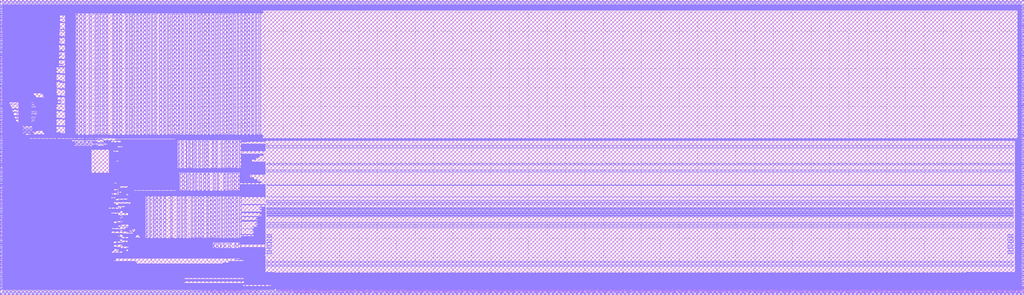
<source format=lef>
VERSION 5.8 ; 
BUSBITCHARS "[]" ; 
DIVIDERCHAR "/" ; 
MACRO sram22_256x128m4w8
    CLASS BLOCK  ;
    FOREIGN sram22_256x128m4w8   ;
    SIZE 1085.880 BY 313.400 ;
    SYMMETRY X Y R90 ;
    PIN dout[0] 
        DIRECTION OUTPUT ; 
        ANTENNADIFFAREA 0.448000 LAYER met2 ;
        ANTENNAPARTIALMETALAREA 0.950300 LAYER met1 ;
        ANTENNAPARTIALMETALAREA 7.636400 LAYER met2 ;
        PORT 
            LAYER met1 ;
                RECT 292.150 0.000 292.290 0.140 ; 
        END 
    END dout[0] 
    PIN dout[1] 
        DIRECTION OUTPUT ; 
        ANTENNADIFFAREA 0.448000 LAYER met2 ;
        ANTENNAPARTIALMETALAREA 0.950300 LAYER met1 ;
        ANTENNAPARTIALMETALAREA 7.636400 LAYER met2 ;
        PORT 
            LAYER met1 ;
                RECT 298.250 0.000 298.390 0.140 ; 
        END 
    END dout[1] 
    PIN dout[2] 
        DIRECTION OUTPUT ; 
        ANTENNADIFFAREA 0.448000 LAYER met2 ;
        ANTENNAPARTIALMETALAREA 0.950300 LAYER met1 ;
        ANTENNAPARTIALMETALAREA 7.636400 LAYER met2 ;
        PORT 
            LAYER met1 ;
                RECT 304.350 0.000 304.490 0.140 ; 
        END 
    END dout[2] 
    PIN dout[3] 
        DIRECTION OUTPUT ; 
        ANTENNADIFFAREA 0.448000 LAYER met2 ;
        ANTENNAPARTIALMETALAREA 0.950300 LAYER met1 ;
        ANTENNAPARTIALMETALAREA 7.636400 LAYER met2 ;
        PORT 
            LAYER met1 ;
                RECT 310.450 0.000 310.590 0.140 ; 
        END 
    END dout[3] 
    PIN dout[4] 
        DIRECTION OUTPUT ; 
        ANTENNADIFFAREA 0.448000 LAYER met2 ;
        ANTENNAPARTIALMETALAREA 0.950300 LAYER met1 ;
        ANTENNAPARTIALMETALAREA 7.636400 LAYER met2 ;
        PORT 
            LAYER met1 ;
                RECT 316.550 0.000 316.690 0.140 ; 
        END 
    END dout[4] 
    PIN dout[5] 
        DIRECTION OUTPUT ; 
        ANTENNADIFFAREA 0.448000 LAYER met2 ;
        ANTENNAPARTIALMETALAREA 0.950300 LAYER met1 ;
        ANTENNAPARTIALMETALAREA 7.636400 LAYER met2 ;
        PORT 
            LAYER met1 ;
                RECT 322.650 0.000 322.790 0.140 ; 
        END 
    END dout[5] 
    PIN dout[6] 
        DIRECTION OUTPUT ; 
        ANTENNADIFFAREA 0.448000 LAYER met2 ;
        ANTENNAPARTIALMETALAREA 0.950300 LAYER met1 ;
        ANTENNAPARTIALMETALAREA 7.636400 LAYER met2 ;
        PORT 
            LAYER met1 ;
                RECT 328.750 0.000 328.890 0.140 ; 
        END 
    END dout[6] 
    PIN dout[7] 
        DIRECTION OUTPUT ; 
        ANTENNADIFFAREA 0.448000 LAYER met2 ;
        ANTENNAPARTIALMETALAREA 0.950300 LAYER met1 ;
        ANTENNAPARTIALMETALAREA 7.636400 LAYER met2 ;
        PORT 
            LAYER met1 ;
                RECT 334.850 0.000 334.990 0.140 ; 
        END 
    END dout[7] 
    PIN dout[8] 
        DIRECTION OUTPUT ; 
        ANTENNADIFFAREA 0.448000 LAYER met2 ;
        ANTENNAPARTIALMETALAREA 0.950300 LAYER met1 ;
        ANTENNAPARTIALMETALAREA 7.636400 LAYER met2 ;
        PORT 
            LAYER met1 ;
                RECT 340.950 0.000 341.090 0.140 ; 
        END 
    END dout[8] 
    PIN dout[9] 
        DIRECTION OUTPUT ; 
        ANTENNADIFFAREA 0.448000 LAYER met2 ;
        ANTENNAPARTIALMETALAREA 0.950300 LAYER met1 ;
        ANTENNAPARTIALMETALAREA 7.636400 LAYER met2 ;
        PORT 
            LAYER met1 ;
                RECT 347.050 0.000 347.190 0.140 ; 
        END 
    END dout[9] 
    PIN dout[10] 
        DIRECTION OUTPUT ; 
        ANTENNADIFFAREA 0.448000 LAYER met2 ;
        ANTENNAPARTIALMETALAREA 0.950300 LAYER met1 ;
        ANTENNAPARTIALMETALAREA 7.636400 LAYER met2 ;
        PORT 
            LAYER met1 ;
                RECT 353.150 0.000 353.290 0.140 ; 
        END 
    END dout[10] 
    PIN dout[11] 
        DIRECTION OUTPUT ; 
        ANTENNADIFFAREA 0.448000 LAYER met2 ;
        ANTENNAPARTIALMETALAREA 0.950300 LAYER met1 ;
        ANTENNAPARTIALMETALAREA 7.636400 LAYER met2 ;
        PORT 
            LAYER met1 ;
                RECT 359.250 0.000 359.390 0.140 ; 
        END 
    END dout[11] 
    PIN dout[12] 
        DIRECTION OUTPUT ; 
        ANTENNADIFFAREA 0.448000 LAYER met2 ;
        ANTENNAPARTIALMETALAREA 0.950300 LAYER met1 ;
        ANTENNAPARTIALMETALAREA 7.636400 LAYER met2 ;
        PORT 
            LAYER met1 ;
                RECT 365.350 0.000 365.490 0.140 ; 
        END 
    END dout[12] 
    PIN dout[13] 
        DIRECTION OUTPUT ; 
        ANTENNADIFFAREA 0.448000 LAYER met2 ;
        ANTENNAPARTIALMETALAREA 0.950300 LAYER met1 ;
        ANTENNAPARTIALMETALAREA 7.636400 LAYER met2 ;
        PORT 
            LAYER met1 ;
                RECT 371.450 0.000 371.590 0.140 ; 
        END 
    END dout[13] 
    PIN dout[14] 
        DIRECTION OUTPUT ; 
        ANTENNADIFFAREA 0.448000 LAYER met2 ;
        ANTENNAPARTIALMETALAREA 0.950300 LAYER met1 ;
        ANTENNAPARTIALMETALAREA 7.636400 LAYER met2 ;
        PORT 
            LAYER met1 ;
                RECT 377.550 0.000 377.690 0.140 ; 
        END 
    END dout[14] 
    PIN dout[15] 
        DIRECTION OUTPUT ; 
        ANTENNADIFFAREA 0.448000 LAYER met2 ;
        ANTENNAPARTIALMETALAREA 0.950300 LAYER met1 ;
        ANTENNAPARTIALMETALAREA 7.636400 LAYER met2 ;
        PORT 
            LAYER met1 ;
                RECT 383.650 0.000 383.790 0.140 ; 
        END 
    END dout[15] 
    PIN dout[16] 
        DIRECTION OUTPUT ; 
        ANTENNADIFFAREA 0.448000 LAYER met2 ;
        ANTENNAPARTIALMETALAREA 0.950300 LAYER met1 ;
        ANTENNAPARTIALMETALAREA 7.636400 LAYER met2 ;
        PORT 
            LAYER met1 ;
                RECT 389.750 0.000 389.890 0.140 ; 
        END 
    END dout[16] 
    PIN dout[17] 
        DIRECTION OUTPUT ; 
        ANTENNADIFFAREA 0.448000 LAYER met2 ;
        ANTENNAPARTIALMETALAREA 0.950300 LAYER met1 ;
        ANTENNAPARTIALMETALAREA 7.636400 LAYER met2 ;
        PORT 
            LAYER met1 ;
                RECT 395.850 0.000 395.990 0.140 ; 
        END 
    END dout[17] 
    PIN dout[18] 
        DIRECTION OUTPUT ; 
        ANTENNADIFFAREA 0.448000 LAYER met2 ;
        ANTENNAPARTIALMETALAREA 0.950300 LAYER met1 ;
        ANTENNAPARTIALMETALAREA 7.636400 LAYER met2 ;
        PORT 
            LAYER met1 ;
                RECT 401.950 0.000 402.090 0.140 ; 
        END 
    END dout[18] 
    PIN dout[19] 
        DIRECTION OUTPUT ; 
        ANTENNADIFFAREA 0.448000 LAYER met2 ;
        ANTENNAPARTIALMETALAREA 0.950300 LAYER met1 ;
        ANTENNAPARTIALMETALAREA 7.636400 LAYER met2 ;
        PORT 
            LAYER met1 ;
                RECT 408.050 0.000 408.190 0.140 ; 
        END 
    END dout[19] 
    PIN dout[20] 
        DIRECTION OUTPUT ; 
        ANTENNADIFFAREA 0.448000 LAYER met2 ;
        ANTENNAPARTIALMETALAREA 0.950300 LAYER met1 ;
        ANTENNAPARTIALMETALAREA 7.636400 LAYER met2 ;
        PORT 
            LAYER met1 ;
                RECT 414.150 0.000 414.290 0.140 ; 
        END 
    END dout[20] 
    PIN dout[21] 
        DIRECTION OUTPUT ; 
        ANTENNADIFFAREA 0.448000 LAYER met2 ;
        ANTENNAPARTIALMETALAREA 0.950300 LAYER met1 ;
        ANTENNAPARTIALMETALAREA 7.636400 LAYER met2 ;
        PORT 
            LAYER met1 ;
                RECT 420.250 0.000 420.390 0.140 ; 
        END 
    END dout[21] 
    PIN dout[22] 
        DIRECTION OUTPUT ; 
        ANTENNADIFFAREA 0.448000 LAYER met2 ;
        ANTENNAPARTIALMETALAREA 0.950300 LAYER met1 ;
        ANTENNAPARTIALMETALAREA 7.636400 LAYER met2 ;
        PORT 
            LAYER met1 ;
                RECT 426.350 0.000 426.490 0.140 ; 
        END 
    END dout[22] 
    PIN dout[23] 
        DIRECTION OUTPUT ; 
        ANTENNADIFFAREA 0.448000 LAYER met2 ;
        ANTENNAPARTIALMETALAREA 0.950300 LAYER met1 ;
        ANTENNAPARTIALMETALAREA 7.636400 LAYER met2 ;
        PORT 
            LAYER met1 ;
                RECT 432.450 0.000 432.590 0.140 ; 
        END 
    END dout[23] 
    PIN dout[24] 
        DIRECTION OUTPUT ; 
        ANTENNADIFFAREA 0.448000 LAYER met2 ;
        ANTENNAPARTIALMETALAREA 0.950300 LAYER met1 ;
        ANTENNAPARTIALMETALAREA 7.636400 LAYER met2 ;
        PORT 
            LAYER met1 ;
                RECT 438.550 0.000 438.690 0.140 ; 
        END 
    END dout[24] 
    PIN dout[25] 
        DIRECTION OUTPUT ; 
        ANTENNADIFFAREA 0.448000 LAYER met2 ;
        ANTENNAPARTIALMETALAREA 0.950300 LAYER met1 ;
        ANTENNAPARTIALMETALAREA 7.636400 LAYER met2 ;
        PORT 
            LAYER met1 ;
                RECT 444.650 0.000 444.790 0.140 ; 
        END 
    END dout[25] 
    PIN dout[26] 
        DIRECTION OUTPUT ; 
        ANTENNADIFFAREA 0.448000 LAYER met2 ;
        ANTENNAPARTIALMETALAREA 0.950300 LAYER met1 ;
        ANTENNAPARTIALMETALAREA 7.636400 LAYER met2 ;
        PORT 
            LAYER met1 ;
                RECT 450.750 0.000 450.890 0.140 ; 
        END 
    END dout[26] 
    PIN dout[27] 
        DIRECTION OUTPUT ; 
        ANTENNADIFFAREA 0.448000 LAYER met2 ;
        ANTENNAPARTIALMETALAREA 0.950300 LAYER met1 ;
        ANTENNAPARTIALMETALAREA 7.636400 LAYER met2 ;
        PORT 
            LAYER met1 ;
                RECT 456.850 0.000 456.990 0.140 ; 
        END 
    END dout[27] 
    PIN dout[28] 
        DIRECTION OUTPUT ; 
        ANTENNADIFFAREA 0.448000 LAYER met2 ;
        ANTENNAPARTIALMETALAREA 0.950300 LAYER met1 ;
        ANTENNAPARTIALMETALAREA 7.636400 LAYER met2 ;
        PORT 
            LAYER met1 ;
                RECT 462.950 0.000 463.090 0.140 ; 
        END 
    END dout[28] 
    PIN dout[29] 
        DIRECTION OUTPUT ; 
        ANTENNADIFFAREA 0.448000 LAYER met2 ;
        ANTENNAPARTIALMETALAREA 0.950300 LAYER met1 ;
        ANTENNAPARTIALMETALAREA 7.636400 LAYER met2 ;
        PORT 
            LAYER met1 ;
                RECT 469.050 0.000 469.190 0.140 ; 
        END 
    END dout[29] 
    PIN dout[30] 
        DIRECTION OUTPUT ; 
        ANTENNADIFFAREA 0.448000 LAYER met2 ;
        ANTENNAPARTIALMETALAREA 0.950300 LAYER met1 ;
        ANTENNAPARTIALMETALAREA 7.636400 LAYER met2 ;
        PORT 
            LAYER met1 ;
                RECT 475.150 0.000 475.290 0.140 ; 
        END 
    END dout[30] 
    PIN dout[31] 
        DIRECTION OUTPUT ; 
        ANTENNADIFFAREA 0.448000 LAYER met2 ;
        ANTENNAPARTIALMETALAREA 0.950300 LAYER met1 ;
        ANTENNAPARTIALMETALAREA 7.636400 LAYER met2 ;
        PORT 
            LAYER met1 ;
                RECT 481.250 0.000 481.390 0.140 ; 
        END 
    END dout[31] 
    PIN dout[32] 
        DIRECTION OUTPUT ; 
        ANTENNADIFFAREA 0.448000 LAYER met2 ;
        ANTENNAPARTIALMETALAREA 0.950300 LAYER met1 ;
        ANTENNAPARTIALMETALAREA 7.636400 LAYER met2 ;
        PORT 
            LAYER met1 ;
                RECT 487.350 0.000 487.490 0.140 ; 
        END 
    END dout[32] 
    PIN dout[33] 
        DIRECTION OUTPUT ; 
        ANTENNADIFFAREA 0.448000 LAYER met2 ;
        ANTENNAPARTIALMETALAREA 0.950300 LAYER met1 ;
        ANTENNAPARTIALMETALAREA 7.636400 LAYER met2 ;
        PORT 
            LAYER met1 ;
                RECT 493.450 0.000 493.590 0.140 ; 
        END 
    END dout[33] 
    PIN dout[34] 
        DIRECTION OUTPUT ; 
        ANTENNADIFFAREA 0.448000 LAYER met2 ;
        ANTENNAPARTIALMETALAREA 0.950300 LAYER met1 ;
        ANTENNAPARTIALMETALAREA 7.636400 LAYER met2 ;
        PORT 
            LAYER met1 ;
                RECT 499.550 0.000 499.690 0.140 ; 
        END 
    END dout[34] 
    PIN dout[35] 
        DIRECTION OUTPUT ; 
        ANTENNADIFFAREA 0.448000 LAYER met2 ;
        ANTENNAPARTIALMETALAREA 0.950300 LAYER met1 ;
        ANTENNAPARTIALMETALAREA 7.636400 LAYER met2 ;
        PORT 
            LAYER met1 ;
                RECT 505.650 0.000 505.790 0.140 ; 
        END 
    END dout[35] 
    PIN dout[36] 
        DIRECTION OUTPUT ; 
        ANTENNADIFFAREA 0.448000 LAYER met2 ;
        ANTENNAPARTIALMETALAREA 0.950300 LAYER met1 ;
        ANTENNAPARTIALMETALAREA 7.636400 LAYER met2 ;
        PORT 
            LAYER met1 ;
                RECT 511.750 0.000 511.890 0.140 ; 
        END 
    END dout[36] 
    PIN dout[37] 
        DIRECTION OUTPUT ; 
        ANTENNADIFFAREA 0.448000 LAYER met2 ;
        ANTENNAPARTIALMETALAREA 0.950300 LAYER met1 ;
        ANTENNAPARTIALMETALAREA 7.636400 LAYER met2 ;
        PORT 
            LAYER met1 ;
                RECT 517.850 0.000 517.990 0.140 ; 
        END 
    END dout[37] 
    PIN dout[38] 
        DIRECTION OUTPUT ; 
        ANTENNADIFFAREA 0.448000 LAYER met2 ;
        ANTENNAPARTIALMETALAREA 0.950300 LAYER met1 ;
        ANTENNAPARTIALMETALAREA 7.636400 LAYER met2 ;
        PORT 
            LAYER met1 ;
                RECT 523.950 0.000 524.090 0.140 ; 
        END 
    END dout[38] 
    PIN dout[39] 
        DIRECTION OUTPUT ; 
        ANTENNADIFFAREA 0.448000 LAYER met2 ;
        ANTENNAPARTIALMETALAREA 0.950300 LAYER met1 ;
        ANTENNAPARTIALMETALAREA 7.636400 LAYER met2 ;
        PORT 
            LAYER met1 ;
                RECT 530.050 0.000 530.190 0.140 ; 
        END 
    END dout[39] 
    PIN dout[40] 
        DIRECTION OUTPUT ; 
        ANTENNADIFFAREA 0.448000 LAYER met2 ;
        ANTENNAPARTIALMETALAREA 0.950300 LAYER met1 ;
        ANTENNAPARTIALMETALAREA 7.636400 LAYER met2 ;
        PORT 
            LAYER met1 ;
                RECT 536.150 0.000 536.290 0.140 ; 
        END 
    END dout[40] 
    PIN dout[41] 
        DIRECTION OUTPUT ; 
        ANTENNADIFFAREA 0.448000 LAYER met2 ;
        ANTENNAPARTIALMETALAREA 0.950300 LAYER met1 ;
        ANTENNAPARTIALMETALAREA 7.636400 LAYER met2 ;
        PORT 
            LAYER met1 ;
                RECT 542.250 0.000 542.390 0.140 ; 
        END 
    END dout[41] 
    PIN dout[42] 
        DIRECTION OUTPUT ; 
        ANTENNADIFFAREA 0.448000 LAYER met2 ;
        ANTENNAPARTIALMETALAREA 0.950300 LAYER met1 ;
        ANTENNAPARTIALMETALAREA 7.636400 LAYER met2 ;
        PORT 
            LAYER met1 ;
                RECT 548.350 0.000 548.490 0.140 ; 
        END 
    END dout[42] 
    PIN dout[43] 
        DIRECTION OUTPUT ; 
        ANTENNADIFFAREA 0.448000 LAYER met2 ;
        ANTENNAPARTIALMETALAREA 0.950300 LAYER met1 ;
        ANTENNAPARTIALMETALAREA 7.636400 LAYER met2 ;
        PORT 
            LAYER met1 ;
                RECT 554.450 0.000 554.590 0.140 ; 
        END 
    END dout[43] 
    PIN dout[44] 
        DIRECTION OUTPUT ; 
        ANTENNADIFFAREA 0.448000 LAYER met2 ;
        ANTENNAPARTIALMETALAREA 0.950300 LAYER met1 ;
        ANTENNAPARTIALMETALAREA 7.636400 LAYER met2 ;
        PORT 
            LAYER met1 ;
                RECT 560.550 0.000 560.690 0.140 ; 
        END 
    END dout[44] 
    PIN dout[45] 
        DIRECTION OUTPUT ; 
        ANTENNADIFFAREA 0.448000 LAYER met2 ;
        ANTENNAPARTIALMETALAREA 0.950300 LAYER met1 ;
        ANTENNAPARTIALMETALAREA 7.636400 LAYER met2 ;
        PORT 
            LAYER met1 ;
                RECT 566.650 0.000 566.790 0.140 ; 
        END 
    END dout[45] 
    PIN dout[46] 
        DIRECTION OUTPUT ; 
        ANTENNADIFFAREA 0.448000 LAYER met2 ;
        ANTENNAPARTIALMETALAREA 0.950300 LAYER met1 ;
        ANTENNAPARTIALMETALAREA 7.636400 LAYER met2 ;
        PORT 
            LAYER met1 ;
                RECT 572.750 0.000 572.890 0.140 ; 
        END 
    END dout[46] 
    PIN dout[47] 
        DIRECTION OUTPUT ; 
        ANTENNADIFFAREA 0.448000 LAYER met2 ;
        ANTENNAPARTIALMETALAREA 0.950300 LAYER met1 ;
        ANTENNAPARTIALMETALAREA 7.636400 LAYER met2 ;
        PORT 
            LAYER met1 ;
                RECT 578.850 0.000 578.990 0.140 ; 
        END 
    END dout[47] 
    PIN dout[48] 
        DIRECTION OUTPUT ; 
        ANTENNADIFFAREA 0.448000 LAYER met2 ;
        ANTENNAPARTIALMETALAREA 0.950300 LAYER met1 ;
        ANTENNAPARTIALMETALAREA 7.636400 LAYER met2 ;
        PORT 
            LAYER met1 ;
                RECT 584.950 0.000 585.090 0.140 ; 
        END 
    END dout[48] 
    PIN dout[49] 
        DIRECTION OUTPUT ; 
        ANTENNADIFFAREA 0.448000 LAYER met2 ;
        ANTENNAPARTIALMETALAREA 0.950300 LAYER met1 ;
        ANTENNAPARTIALMETALAREA 7.636400 LAYER met2 ;
        PORT 
            LAYER met1 ;
                RECT 591.050 0.000 591.190 0.140 ; 
        END 
    END dout[49] 
    PIN dout[50] 
        DIRECTION OUTPUT ; 
        ANTENNADIFFAREA 0.448000 LAYER met2 ;
        ANTENNAPARTIALMETALAREA 0.950300 LAYER met1 ;
        ANTENNAPARTIALMETALAREA 7.636400 LAYER met2 ;
        PORT 
            LAYER met1 ;
                RECT 597.150 0.000 597.290 0.140 ; 
        END 
    END dout[50] 
    PIN dout[51] 
        DIRECTION OUTPUT ; 
        ANTENNADIFFAREA 0.448000 LAYER met2 ;
        ANTENNAPARTIALMETALAREA 0.950300 LAYER met1 ;
        ANTENNAPARTIALMETALAREA 7.636400 LAYER met2 ;
        PORT 
            LAYER met1 ;
                RECT 603.250 0.000 603.390 0.140 ; 
        END 
    END dout[51] 
    PIN dout[52] 
        DIRECTION OUTPUT ; 
        ANTENNADIFFAREA 0.448000 LAYER met2 ;
        ANTENNAPARTIALMETALAREA 0.950300 LAYER met1 ;
        ANTENNAPARTIALMETALAREA 7.636400 LAYER met2 ;
        PORT 
            LAYER met1 ;
                RECT 609.350 0.000 609.490 0.140 ; 
        END 
    END dout[52] 
    PIN dout[53] 
        DIRECTION OUTPUT ; 
        ANTENNADIFFAREA 0.448000 LAYER met2 ;
        ANTENNAPARTIALMETALAREA 0.950300 LAYER met1 ;
        ANTENNAPARTIALMETALAREA 7.636400 LAYER met2 ;
        PORT 
            LAYER met1 ;
                RECT 615.450 0.000 615.590 0.140 ; 
        END 
    END dout[53] 
    PIN dout[54] 
        DIRECTION OUTPUT ; 
        ANTENNADIFFAREA 0.448000 LAYER met2 ;
        ANTENNAPARTIALMETALAREA 0.950300 LAYER met1 ;
        ANTENNAPARTIALMETALAREA 7.636400 LAYER met2 ;
        PORT 
            LAYER met1 ;
                RECT 621.550 0.000 621.690 0.140 ; 
        END 
    END dout[54] 
    PIN dout[55] 
        DIRECTION OUTPUT ; 
        ANTENNADIFFAREA 0.448000 LAYER met2 ;
        ANTENNAPARTIALMETALAREA 0.950300 LAYER met1 ;
        ANTENNAPARTIALMETALAREA 7.636400 LAYER met2 ;
        PORT 
            LAYER met1 ;
                RECT 627.650 0.000 627.790 0.140 ; 
        END 
    END dout[55] 
    PIN dout[56] 
        DIRECTION OUTPUT ; 
        ANTENNADIFFAREA 0.448000 LAYER met2 ;
        ANTENNAPARTIALMETALAREA 0.950300 LAYER met1 ;
        ANTENNAPARTIALMETALAREA 7.636400 LAYER met2 ;
        PORT 
            LAYER met1 ;
                RECT 633.750 0.000 633.890 0.140 ; 
        END 
    END dout[56] 
    PIN dout[57] 
        DIRECTION OUTPUT ; 
        ANTENNADIFFAREA 0.448000 LAYER met2 ;
        ANTENNAPARTIALMETALAREA 0.950300 LAYER met1 ;
        ANTENNAPARTIALMETALAREA 7.636400 LAYER met2 ;
        PORT 
            LAYER met1 ;
                RECT 639.850 0.000 639.990 0.140 ; 
        END 
    END dout[57] 
    PIN dout[58] 
        DIRECTION OUTPUT ; 
        ANTENNADIFFAREA 0.448000 LAYER met2 ;
        ANTENNAPARTIALMETALAREA 0.950300 LAYER met1 ;
        ANTENNAPARTIALMETALAREA 7.636400 LAYER met2 ;
        PORT 
            LAYER met1 ;
                RECT 645.950 0.000 646.090 0.140 ; 
        END 
    END dout[58] 
    PIN dout[59] 
        DIRECTION OUTPUT ; 
        ANTENNADIFFAREA 0.448000 LAYER met2 ;
        ANTENNAPARTIALMETALAREA 0.950300 LAYER met1 ;
        ANTENNAPARTIALMETALAREA 7.636400 LAYER met2 ;
        PORT 
            LAYER met1 ;
                RECT 652.050 0.000 652.190 0.140 ; 
        END 
    END dout[59] 
    PIN dout[60] 
        DIRECTION OUTPUT ; 
        ANTENNADIFFAREA 0.448000 LAYER met2 ;
        ANTENNAPARTIALMETALAREA 0.950300 LAYER met1 ;
        ANTENNAPARTIALMETALAREA 7.636400 LAYER met2 ;
        PORT 
            LAYER met1 ;
                RECT 658.150 0.000 658.290 0.140 ; 
        END 
    END dout[60] 
    PIN dout[61] 
        DIRECTION OUTPUT ; 
        ANTENNADIFFAREA 0.448000 LAYER met2 ;
        ANTENNAPARTIALMETALAREA 0.950300 LAYER met1 ;
        ANTENNAPARTIALMETALAREA 7.636400 LAYER met2 ;
        PORT 
            LAYER met1 ;
                RECT 664.250 0.000 664.390 0.140 ; 
        END 
    END dout[61] 
    PIN dout[62] 
        DIRECTION OUTPUT ; 
        ANTENNADIFFAREA 0.448000 LAYER met2 ;
        ANTENNAPARTIALMETALAREA 0.950300 LAYER met1 ;
        ANTENNAPARTIALMETALAREA 7.636400 LAYER met2 ;
        PORT 
            LAYER met1 ;
                RECT 670.350 0.000 670.490 0.140 ; 
        END 
    END dout[62] 
    PIN dout[63] 
        DIRECTION OUTPUT ; 
        ANTENNADIFFAREA 0.448000 LAYER met2 ;
        ANTENNAPARTIALMETALAREA 0.950300 LAYER met1 ;
        ANTENNAPARTIALMETALAREA 7.636400 LAYER met2 ;
        PORT 
            LAYER met1 ;
                RECT 676.450 0.000 676.590 0.140 ; 
        END 
    END dout[63] 
    PIN dout[64] 
        DIRECTION OUTPUT ; 
        ANTENNADIFFAREA 0.448000 LAYER met2 ;
        ANTENNAPARTIALMETALAREA 0.950300 LAYER met1 ;
        ANTENNAPARTIALMETALAREA 7.636400 LAYER met2 ;
        PORT 
            LAYER met1 ;
                RECT 682.550 0.000 682.690 0.140 ; 
        END 
    END dout[64] 
    PIN dout[65] 
        DIRECTION OUTPUT ; 
        ANTENNADIFFAREA 0.448000 LAYER met2 ;
        ANTENNAPARTIALMETALAREA 0.950300 LAYER met1 ;
        ANTENNAPARTIALMETALAREA 7.636400 LAYER met2 ;
        PORT 
            LAYER met1 ;
                RECT 688.650 0.000 688.790 0.140 ; 
        END 
    END dout[65] 
    PIN dout[66] 
        DIRECTION OUTPUT ; 
        ANTENNADIFFAREA 0.448000 LAYER met2 ;
        ANTENNAPARTIALMETALAREA 0.950300 LAYER met1 ;
        ANTENNAPARTIALMETALAREA 7.636400 LAYER met2 ;
        PORT 
            LAYER met1 ;
                RECT 694.750 0.000 694.890 0.140 ; 
        END 
    END dout[66] 
    PIN dout[67] 
        DIRECTION OUTPUT ; 
        ANTENNADIFFAREA 0.448000 LAYER met2 ;
        ANTENNAPARTIALMETALAREA 0.950300 LAYER met1 ;
        ANTENNAPARTIALMETALAREA 7.636400 LAYER met2 ;
        PORT 
            LAYER met1 ;
                RECT 700.850 0.000 700.990 0.140 ; 
        END 
    END dout[67] 
    PIN dout[68] 
        DIRECTION OUTPUT ; 
        ANTENNADIFFAREA 0.448000 LAYER met2 ;
        ANTENNAPARTIALMETALAREA 0.950300 LAYER met1 ;
        ANTENNAPARTIALMETALAREA 7.636400 LAYER met2 ;
        PORT 
            LAYER met1 ;
                RECT 706.950 0.000 707.090 0.140 ; 
        END 
    END dout[68] 
    PIN dout[69] 
        DIRECTION OUTPUT ; 
        ANTENNADIFFAREA 0.448000 LAYER met2 ;
        ANTENNAPARTIALMETALAREA 0.950300 LAYER met1 ;
        ANTENNAPARTIALMETALAREA 7.636400 LAYER met2 ;
        PORT 
            LAYER met1 ;
                RECT 713.050 0.000 713.190 0.140 ; 
        END 
    END dout[69] 
    PIN dout[70] 
        DIRECTION OUTPUT ; 
        ANTENNADIFFAREA 0.448000 LAYER met2 ;
        ANTENNAPARTIALMETALAREA 0.950300 LAYER met1 ;
        ANTENNAPARTIALMETALAREA 7.636400 LAYER met2 ;
        PORT 
            LAYER met1 ;
                RECT 719.150 0.000 719.290 0.140 ; 
        END 
    END dout[70] 
    PIN dout[71] 
        DIRECTION OUTPUT ; 
        ANTENNADIFFAREA 0.448000 LAYER met2 ;
        ANTENNAPARTIALMETALAREA 0.950300 LAYER met1 ;
        ANTENNAPARTIALMETALAREA 7.636400 LAYER met2 ;
        PORT 
            LAYER met1 ;
                RECT 725.250 0.000 725.390 0.140 ; 
        END 
    END dout[71] 
    PIN dout[72] 
        DIRECTION OUTPUT ; 
        ANTENNADIFFAREA 0.448000 LAYER met2 ;
        ANTENNAPARTIALMETALAREA 0.950300 LAYER met1 ;
        ANTENNAPARTIALMETALAREA 7.636400 LAYER met2 ;
        PORT 
            LAYER met1 ;
                RECT 731.350 0.000 731.490 0.140 ; 
        END 
    END dout[72] 
    PIN dout[73] 
        DIRECTION OUTPUT ; 
        ANTENNADIFFAREA 0.448000 LAYER met2 ;
        ANTENNAPARTIALMETALAREA 0.950300 LAYER met1 ;
        ANTENNAPARTIALMETALAREA 7.636400 LAYER met2 ;
        PORT 
            LAYER met1 ;
                RECT 737.450 0.000 737.590 0.140 ; 
        END 
    END dout[73] 
    PIN dout[74] 
        DIRECTION OUTPUT ; 
        ANTENNADIFFAREA 0.448000 LAYER met2 ;
        ANTENNAPARTIALMETALAREA 0.950300 LAYER met1 ;
        ANTENNAPARTIALMETALAREA 7.636400 LAYER met2 ;
        PORT 
            LAYER met1 ;
                RECT 743.550 0.000 743.690 0.140 ; 
        END 
    END dout[74] 
    PIN dout[75] 
        DIRECTION OUTPUT ; 
        ANTENNADIFFAREA 0.448000 LAYER met2 ;
        ANTENNAPARTIALMETALAREA 0.950300 LAYER met1 ;
        ANTENNAPARTIALMETALAREA 7.636400 LAYER met2 ;
        PORT 
            LAYER met1 ;
                RECT 749.650 0.000 749.790 0.140 ; 
        END 
    END dout[75] 
    PIN dout[76] 
        DIRECTION OUTPUT ; 
        ANTENNADIFFAREA 0.448000 LAYER met2 ;
        ANTENNAPARTIALMETALAREA 0.950300 LAYER met1 ;
        ANTENNAPARTIALMETALAREA 7.636400 LAYER met2 ;
        PORT 
            LAYER met1 ;
                RECT 755.750 0.000 755.890 0.140 ; 
        END 
    END dout[76] 
    PIN dout[77] 
        DIRECTION OUTPUT ; 
        ANTENNADIFFAREA 0.448000 LAYER met2 ;
        ANTENNAPARTIALMETALAREA 0.950300 LAYER met1 ;
        ANTENNAPARTIALMETALAREA 7.636400 LAYER met2 ;
        PORT 
            LAYER met1 ;
                RECT 761.850 0.000 761.990 0.140 ; 
        END 
    END dout[77] 
    PIN dout[78] 
        DIRECTION OUTPUT ; 
        ANTENNADIFFAREA 0.448000 LAYER met2 ;
        ANTENNAPARTIALMETALAREA 0.950300 LAYER met1 ;
        ANTENNAPARTIALMETALAREA 7.636400 LAYER met2 ;
        PORT 
            LAYER met1 ;
                RECT 767.950 0.000 768.090 0.140 ; 
        END 
    END dout[78] 
    PIN dout[79] 
        DIRECTION OUTPUT ; 
        ANTENNADIFFAREA 0.448000 LAYER met2 ;
        ANTENNAPARTIALMETALAREA 0.950300 LAYER met1 ;
        ANTENNAPARTIALMETALAREA 7.636400 LAYER met2 ;
        PORT 
            LAYER met1 ;
                RECT 774.050 0.000 774.190 0.140 ; 
        END 
    END dout[79] 
    PIN dout[80] 
        DIRECTION OUTPUT ; 
        ANTENNADIFFAREA 0.448000 LAYER met2 ;
        ANTENNAPARTIALMETALAREA 0.950300 LAYER met1 ;
        ANTENNAPARTIALMETALAREA 7.636400 LAYER met2 ;
        PORT 
            LAYER met1 ;
                RECT 780.150 0.000 780.290 0.140 ; 
        END 
    END dout[80] 
    PIN dout[81] 
        DIRECTION OUTPUT ; 
        ANTENNADIFFAREA 0.448000 LAYER met2 ;
        ANTENNAPARTIALMETALAREA 0.950300 LAYER met1 ;
        ANTENNAPARTIALMETALAREA 7.636400 LAYER met2 ;
        PORT 
            LAYER met1 ;
                RECT 786.250 0.000 786.390 0.140 ; 
        END 
    END dout[81] 
    PIN dout[82] 
        DIRECTION OUTPUT ; 
        ANTENNADIFFAREA 0.448000 LAYER met2 ;
        ANTENNAPARTIALMETALAREA 0.950300 LAYER met1 ;
        ANTENNAPARTIALMETALAREA 7.636400 LAYER met2 ;
        PORT 
            LAYER met1 ;
                RECT 792.350 0.000 792.490 0.140 ; 
        END 
    END dout[82] 
    PIN dout[83] 
        DIRECTION OUTPUT ; 
        ANTENNADIFFAREA 0.448000 LAYER met2 ;
        ANTENNAPARTIALMETALAREA 0.950300 LAYER met1 ;
        ANTENNAPARTIALMETALAREA 7.636400 LAYER met2 ;
        PORT 
            LAYER met1 ;
                RECT 798.450 0.000 798.590 0.140 ; 
        END 
    END dout[83] 
    PIN dout[84] 
        DIRECTION OUTPUT ; 
        ANTENNADIFFAREA 0.448000 LAYER met2 ;
        ANTENNAPARTIALMETALAREA 0.950300 LAYER met1 ;
        ANTENNAPARTIALMETALAREA 7.636400 LAYER met2 ;
        PORT 
            LAYER met1 ;
                RECT 804.550 0.000 804.690 0.140 ; 
        END 
    END dout[84] 
    PIN dout[85] 
        DIRECTION OUTPUT ; 
        ANTENNADIFFAREA 0.448000 LAYER met2 ;
        ANTENNAPARTIALMETALAREA 0.950300 LAYER met1 ;
        ANTENNAPARTIALMETALAREA 7.636400 LAYER met2 ;
        PORT 
            LAYER met1 ;
                RECT 810.650 0.000 810.790 0.140 ; 
        END 
    END dout[85] 
    PIN dout[86] 
        DIRECTION OUTPUT ; 
        ANTENNADIFFAREA 0.448000 LAYER met2 ;
        ANTENNAPARTIALMETALAREA 0.950300 LAYER met1 ;
        ANTENNAPARTIALMETALAREA 7.636400 LAYER met2 ;
        PORT 
            LAYER met1 ;
                RECT 816.750 0.000 816.890 0.140 ; 
        END 
    END dout[86] 
    PIN dout[87] 
        DIRECTION OUTPUT ; 
        ANTENNADIFFAREA 0.448000 LAYER met2 ;
        ANTENNAPARTIALMETALAREA 0.950300 LAYER met1 ;
        ANTENNAPARTIALMETALAREA 7.636400 LAYER met2 ;
        PORT 
            LAYER met1 ;
                RECT 822.850 0.000 822.990 0.140 ; 
        END 
    END dout[87] 
    PIN dout[88] 
        DIRECTION OUTPUT ; 
        ANTENNADIFFAREA 0.448000 LAYER met2 ;
        ANTENNAPARTIALMETALAREA 0.950300 LAYER met1 ;
        ANTENNAPARTIALMETALAREA 7.636400 LAYER met2 ;
        PORT 
            LAYER met1 ;
                RECT 828.950 0.000 829.090 0.140 ; 
        END 
    END dout[88] 
    PIN dout[89] 
        DIRECTION OUTPUT ; 
        ANTENNADIFFAREA 0.448000 LAYER met2 ;
        ANTENNAPARTIALMETALAREA 0.950300 LAYER met1 ;
        ANTENNAPARTIALMETALAREA 7.636400 LAYER met2 ;
        PORT 
            LAYER met1 ;
                RECT 835.050 0.000 835.190 0.140 ; 
        END 
    END dout[89] 
    PIN dout[90] 
        DIRECTION OUTPUT ; 
        ANTENNADIFFAREA 0.448000 LAYER met2 ;
        ANTENNAPARTIALMETALAREA 0.950300 LAYER met1 ;
        ANTENNAPARTIALMETALAREA 7.636400 LAYER met2 ;
        PORT 
            LAYER met1 ;
                RECT 841.150 0.000 841.290 0.140 ; 
        END 
    END dout[90] 
    PIN dout[91] 
        DIRECTION OUTPUT ; 
        ANTENNADIFFAREA 0.448000 LAYER met2 ;
        ANTENNAPARTIALMETALAREA 0.950300 LAYER met1 ;
        ANTENNAPARTIALMETALAREA 7.636400 LAYER met2 ;
        PORT 
            LAYER met1 ;
                RECT 847.250 0.000 847.390 0.140 ; 
        END 
    END dout[91] 
    PIN dout[92] 
        DIRECTION OUTPUT ; 
        ANTENNADIFFAREA 0.448000 LAYER met2 ;
        ANTENNAPARTIALMETALAREA 0.950300 LAYER met1 ;
        ANTENNAPARTIALMETALAREA 7.636400 LAYER met2 ;
        PORT 
            LAYER met1 ;
                RECT 853.350 0.000 853.490 0.140 ; 
        END 
    END dout[92] 
    PIN dout[93] 
        DIRECTION OUTPUT ; 
        ANTENNADIFFAREA 0.448000 LAYER met2 ;
        ANTENNAPARTIALMETALAREA 0.950300 LAYER met1 ;
        ANTENNAPARTIALMETALAREA 7.636400 LAYER met2 ;
        PORT 
            LAYER met1 ;
                RECT 859.450 0.000 859.590 0.140 ; 
        END 
    END dout[93] 
    PIN dout[94] 
        DIRECTION OUTPUT ; 
        ANTENNADIFFAREA 0.448000 LAYER met2 ;
        ANTENNAPARTIALMETALAREA 0.950300 LAYER met1 ;
        ANTENNAPARTIALMETALAREA 7.636400 LAYER met2 ;
        PORT 
            LAYER met1 ;
                RECT 865.550 0.000 865.690 0.140 ; 
        END 
    END dout[94] 
    PIN dout[95] 
        DIRECTION OUTPUT ; 
        ANTENNADIFFAREA 0.448000 LAYER met2 ;
        ANTENNAPARTIALMETALAREA 0.950300 LAYER met1 ;
        ANTENNAPARTIALMETALAREA 7.636400 LAYER met2 ;
        PORT 
            LAYER met1 ;
                RECT 871.650 0.000 871.790 0.140 ; 
        END 
    END dout[95] 
    PIN dout[96] 
        DIRECTION OUTPUT ; 
        ANTENNADIFFAREA 0.448000 LAYER met2 ;
        ANTENNAPARTIALMETALAREA 0.950300 LAYER met1 ;
        ANTENNAPARTIALMETALAREA 7.636400 LAYER met2 ;
        PORT 
            LAYER met1 ;
                RECT 877.750 0.000 877.890 0.140 ; 
        END 
    END dout[96] 
    PIN dout[97] 
        DIRECTION OUTPUT ; 
        ANTENNADIFFAREA 0.448000 LAYER met2 ;
        ANTENNAPARTIALMETALAREA 0.950300 LAYER met1 ;
        ANTENNAPARTIALMETALAREA 7.636400 LAYER met2 ;
        PORT 
            LAYER met1 ;
                RECT 883.850 0.000 883.990 0.140 ; 
        END 
    END dout[97] 
    PIN dout[98] 
        DIRECTION OUTPUT ; 
        ANTENNADIFFAREA 0.448000 LAYER met2 ;
        ANTENNAPARTIALMETALAREA 0.950300 LAYER met1 ;
        ANTENNAPARTIALMETALAREA 7.636400 LAYER met2 ;
        PORT 
            LAYER met1 ;
                RECT 889.950 0.000 890.090 0.140 ; 
        END 
    END dout[98] 
    PIN dout[99] 
        DIRECTION OUTPUT ; 
        ANTENNADIFFAREA 0.448000 LAYER met2 ;
        ANTENNAPARTIALMETALAREA 0.950300 LAYER met1 ;
        ANTENNAPARTIALMETALAREA 7.636400 LAYER met2 ;
        PORT 
            LAYER met1 ;
                RECT 896.050 0.000 896.190 0.140 ; 
        END 
    END dout[99] 
    PIN dout[100] 
        DIRECTION OUTPUT ; 
        ANTENNADIFFAREA 0.448000 LAYER met2 ;
        ANTENNAPARTIALMETALAREA 0.950300 LAYER met1 ;
        ANTENNAPARTIALMETALAREA 7.636400 LAYER met2 ;
        PORT 
            LAYER met1 ;
                RECT 902.150 0.000 902.290 0.140 ; 
        END 
    END dout[100] 
    PIN dout[101] 
        DIRECTION OUTPUT ; 
        ANTENNADIFFAREA 0.448000 LAYER met2 ;
        ANTENNAPARTIALMETALAREA 0.950300 LAYER met1 ;
        ANTENNAPARTIALMETALAREA 7.636400 LAYER met2 ;
        PORT 
            LAYER met1 ;
                RECT 908.250 0.000 908.390 0.140 ; 
        END 
    END dout[101] 
    PIN dout[102] 
        DIRECTION OUTPUT ; 
        ANTENNADIFFAREA 0.448000 LAYER met2 ;
        ANTENNAPARTIALMETALAREA 0.950300 LAYER met1 ;
        ANTENNAPARTIALMETALAREA 7.636400 LAYER met2 ;
        PORT 
            LAYER met1 ;
                RECT 914.350 0.000 914.490 0.140 ; 
        END 
    END dout[102] 
    PIN dout[103] 
        DIRECTION OUTPUT ; 
        ANTENNADIFFAREA 0.448000 LAYER met2 ;
        ANTENNAPARTIALMETALAREA 0.950300 LAYER met1 ;
        ANTENNAPARTIALMETALAREA 7.636400 LAYER met2 ;
        PORT 
            LAYER met1 ;
                RECT 920.450 0.000 920.590 0.140 ; 
        END 
    END dout[103] 
    PIN dout[104] 
        DIRECTION OUTPUT ; 
        ANTENNADIFFAREA 0.448000 LAYER met2 ;
        ANTENNAPARTIALMETALAREA 0.950300 LAYER met1 ;
        ANTENNAPARTIALMETALAREA 7.636400 LAYER met2 ;
        PORT 
            LAYER met1 ;
                RECT 926.550 0.000 926.690 0.140 ; 
        END 
    END dout[104] 
    PIN dout[105] 
        DIRECTION OUTPUT ; 
        ANTENNADIFFAREA 0.448000 LAYER met2 ;
        ANTENNAPARTIALMETALAREA 0.950300 LAYER met1 ;
        ANTENNAPARTIALMETALAREA 7.636400 LAYER met2 ;
        PORT 
            LAYER met1 ;
                RECT 932.650 0.000 932.790 0.140 ; 
        END 
    END dout[105] 
    PIN dout[106] 
        DIRECTION OUTPUT ; 
        ANTENNADIFFAREA 0.448000 LAYER met2 ;
        ANTENNAPARTIALMETALAREA 0.950300 LAYER met1 ;
        ANTENNAPARTIALMETALAREA 7.636400 LAYER met2 ;
        PORT 
            LAYER met1 ;
                RECT 938.750 0.000 938.890 0.140 ; 
        END 
    END dout[106] 
    PIN dout[107] 
        DIRECTION OUTPUT ; 
        ANTENNADIFFAREA 0.448000 LAYER met2 ;
        ANTENNAPARTIALMETALAREA 0.950300 LAYER met1 ;
        ANTENNAPARTIALMETALAREA 7.636400 LAYER met2 ;
        PORT 
            LAYER met1 ;
                RECT 944.850 0.000 944.990 0.140 ; 
        END 
    END dout[107] 
    PIN dout[108] 
        DIRECTION OUTPUT ; 
        ANTENNADIFFAREA 0.448000 LAYER met2 ;
        ANTENNAPARTIALMETALAREA 0.950300 LAYER met1 ;
        ANTENNAPARTIALMETALAREA 7.636400 LAYER met2 ;
        PORT 
            LAYER met1 ;
                RECT 950.950 0.000 951.090 0.140 ; 
        END 
    END dout[108] 
    PIN dout[109] 
        DIRECTION OUTPUT ; 
        ANTENNADIFFAREA 0.448000 LAYER met2 ;
        ANTENNAPARTIALMETALAREA 0.950300 LAYER met1 ;
        ANTENNAPARTIALMETALAREA 7.636400 LAYER met2 ;
        PORT 
            LAYER met1 ;
                RECT 957.050 0.000 957.190 0.140 ; 
        END 
    END dout[109] 
    PIN dout[110] 
        DIRECTION OUTPUT ; 
        ANTENNADIFFAREA 0.448000 LAYER met2 ;
        ANTENNAPARTIALMETALAREA 0.950300 LAYER met1 ;
        ANTENNAPARTIALMETALAREA 7.636400 LAYER met2 ;
        PORT 
            LAYER met1 ;
                RECT 963.150 0.000 963.290 0.140 ; 
        END 
    END dout[110] 
    PIN dout[111] 
        DIRECTION OUTPUT ; 
        ANTENNADIFFAREA 0.448000 LAYER met2 ;
        ANTENNAPARTIALMETALAREA 0.950300 LAYER met1 ;
        ANTENNAPARTIALMETALAREA 7.636400 LAYER met2 ;
        PORT 
            LAYER met1 ;
                RECT 969.250 0.000 969.390 0.140 ; 
        END 
    END dout[111] 
    PIN dout[112] 
        DIRECTION OUTPUT ; 
        ANTENNADIFFAREA 0.448000 LAYER met2 ;
        ANTENNAPARTIALMETALAREA 0.950300 LAYER met1 ;
        ANTENNAPARTIALMETALAREA 7.636400 LAYER met2 ;
        PORT 
            LAYER met1 ;
                RECT 975.350 0.000 975.490 0.140 ; 
        END 
    END dout[112] 
    PIN dout[113] 
        DIRECTION OUTPUT ; 
        ANTENNADIFFAREA 0.448000 LAYER met2 ;
        ANTENNAPARTIALMETALAREA 0.950300 LAYER met1 ;
        ANTENNAPARTIALMETALAREA 7.636400 LAYER met2 ;
        PORT 
            LAYER met1 ;
                RECT 981.450 0.000 981.590 0.140 ; 
        END 
    END dout[113] 
    PIN dout[114] 
        DIRECTION OUTPUT ; 
        ANTENNADIFFAREA 0.448000 LAYER met2 ;
        ANTENNAPARTIALMETALAREA 0.950300 LAYER met1 ;
        ANTENNAPARTIALMETALAREA 7.636400 LAYER met2 ;
        PORT 
            LAYER met1 ;
                RECT 987.550 0.000 987.690 0.140 ; 
        END 
    END dout[114] 
    PIN dout[115] 
        DIRECTION OUTPUT ; 
        ANTENNADIFFAREA 0.448000 LAYER met2 ;
        ANTENNAPARTIALMETALAREA 0.950300 LAYER met1 ;
        ANTENNAPARTIALMETALAREA 7.636400 LAYER met2 ;
        PORT 
            LAYER met1 ;
                RECT 993.650 0.000 993.790 0.140 ; 
        END 
    END dout[115] 
    PIN dout[116] 
        DIRECTION OUTPUT ; 
        ANTENNADIFFAREA 0.448000 LAYER met2 ;
        ANTENNAPARTIALMETALAREA 0.950300 LAYER met1 ;
        ANTENNAPARTIALMETALAREA 7.636400 LAYER met2 ;
        PORT 
            LAYER met1 ;
                RECT 999.750 0.000 999.890 0.140 ; 
        END 
    END dout[116] 
    PIN dout[117] 
        DIRECTION OUTPUT ; 
        ANTENNADIFFAREA 0.448000 LAYER met2 ;
        ANTENNAPARTIALMETALAREA 0.950300 LAYER met1 ;
        ANTENNAPARTIALMETALAREA 7.636400 LAYER met2 ;
        PORT 
            LAYER met1 ;
                RECT 1005.850 0.000 1005.990 0.140 ; 
        END 
    END dout[117] 
    PIN dout[118] 
        DIRECTION OUTPUT ; 
        ANTENNADIFFAREA 0.448000 LAYER met2 ;
        ANTENNAPARTIALMETALAREA 0.950300 LAYER met1 ;
        ANTENNAPARTIALMETALAREA 7.636400 LAYER met2 ;
        PORT 
            LAYER met1 ;
                RECT 1011.950 0.000 1012.090 0.140 ; 
        END 
    END dout[118] 
    PIN dout[119] 
        DIRECTION OUTPUT ; 
        ANTENNADIFFAREA 0.448000 LAYER met2 ;
        ANTENNAPARTIALMETALAREA 0.950300 LAYER met1 ;
        ANTENNAPARTIALMETALAREA 7.636400 LAYER met2 ;
        PORT 
            LAYER met1 ;
                RECT 1018.050 0.000 1018.190 0.140 ; 
        END 
    END dout[119] 
    PIN dout[120] 
        DIRECTION OUTPUT ; 
        ANTENNADIFFAREA 0.448000 LAYER met2 ;
        ANTENNAPARTIALMETALAREA 0.950300 LAYER met1 ;
        ANTENNAPARTIALMETALAREA 7.636400 LAYER met2 ;
        PORT 
            LAYER met1 ;
                RECT 1024.150 0.000 1024.290 0.140 ; 
        END 
    END dout[120] 
    PIN dout[121] 
        DIRECTION OUTPUT ; 
        ANTENNADIFFAREA 0.448000 LAYER met2 ;
        ANTENNAPARTIALMETALAREA 0.950300 LAYER met1 ;
        ANTENNAPARTIALMETALAREA 7.636400 LAYER met2 ;
        PORT 
            LAYER met1 ;
                RECT 1030.250 0.000 1030.390 0.140 ; 
        END 
    END dout[121] 
    PIN dout[122] 
        DIRECTION OUTPUT ; 
        ANTENNADIFFAREA 0.448000 LAYER met2 ;
        ANTENNAPARTIALMETALAREA 0.950300 LAYER met1 ;
        ANTENNAPARTIALMETALAREA 7.636400 LAYER met2 ;
        PORT 
            LAYER met1 ;
                RECT 1036.350 0.000 1036.490 0.140 ; 
        END 
    END dout[122] 
    PIN dout[123] 
        DIRECTION OUTPUT ; 
        ANTENNADIFFAREA 0.448000 LAYER met2 ;
        ANTENNAPARTIALMETALAREA 0.950300 LAYER met1 ;
        ANTENNAPARTIALMETALAREA 7.636400 LAYER met2 ;
        PORT 
            LAYER met1 ;
                RECT 1042.450 0.000 1042.590 0.140 ; 
        END 
    END dout[123] 
    PIN dout[124] 
        DIRECTION OUTPUT ; 
        ANTENNADIFFAREA 0.448000 LAYER met2 ;
        ANTENNAPARTIALMETALAREA 0.950300 LAYER met1 ;
        ANTENNAPARTIALMETALAREA 7.636400 LAYER met2 ;
        PORT 
            LAYER met1 ;
                RECT 1048.550 0.000 1048.690 0.140 ; 
        END 
    END dout[124] 
    PIN dout[125] 
        DIRECTION OUTPUT ; 
        ANTENNADIFFAREA 0.448000 LAYER met2 ;
        ANTENNAPARTIALMETALAREA 0.950300 LAYER met1 ;
        ANTENNAPARTIALMETALAREA 7.636400 LAYER met2 ;
        PORT 
            LAYER met1 ;
                RECT 1054.650 0.000 1054.790 0.140 ; 
        END 
    END dout[125] 
    PIN dout[126] 
        DIRECTION OUTPUT ; 
        ANTENNADIFFAREA 0.448000 LAYER met2 ;
        ANTENNAPARTIALMETALAREA 0.950300 LAYER met1 ;
        ANTENNAPARTIALMETALAREA 7.636400 LAYER met2 ;
        PORT 
            LAYER met1 ;
                RECT 1060.750 0.000 1060.890 0.140 ; 
        END 
    END dout[126] 
    PIN dout[127] 
        DIRECTION OUTPUT ; 
        ANTENNADIFFAREA 0.448000 LAYER met2 ;
        ANTENNAPARTIALMETALAREA 0.950300 LAYER met1 ;
        ANTENNAPARTIALMETALAREA 7.636400 LAYER met2 ;
        PORT 
            LAYER met1 ;
                RECT 1066.850 0.000 1066.990 0.140 ; 
        END 
    END dout[127] 
    PIN din[0] 
        DIRECTION INPUT ; 
        ANTENNAGATEAREA 0.126000 LAYER met2 ;
        ANTENNAPARTIALMETALAREA 5.745300 LAYER met1 ;
        ANTENNAPARTIALMETALAREA 7.358000 LAYER met2 ;
        PORT 
            LAYER met1 ;
                RECT 291.730 0.000 291.870 0.140 ; 
        END 
    END din[0] 
    PIN din[1] 
        DIRECTION INPUT ; 
        ANTENNAGATEAREA 0.126000 LAYER met2 ;
        ANTENNAPARTIALMETALAREA 5.745300 LAYER met1 ;
        ANTENNAPARTIALMETALAREA 7.358000 LAYER met2 ;
        PORT 
            LAYER met1 ;
                RECT 297.830 0.000 297.970 0.140 ; 
        END 
    END din[1] 
    PIN din[2] 
        DIRECTION INPUT ; 
        ANTENNAGATEAREA 0.126000 LAYER met2 ;
        ANTENNAPARTIALMETALAREA 5.745300 LAYER met1 ;
        ANTENNAPARTIALMETALAREA 7.358000 LAYER met2 ;
        PORT 
            LAYER met1 ;
                RECT 303.930 0.000 304.070 0.140 ; 
        END 
    END din[2] 
    PIN din[3] 
        DIRECTION INPUT ; 
        ANTENNAGATEAREA 0.126000 LAYER met2 ;
        ANTENNAPARTIALMETALAREA 5.745300 LAYER met1 ;
        ANTENNAPARTIALMETALAREA 7.358000 LAYER met2 ;
        PORT 
            LAYER met1 ;
                RECT 310.030 0.000 310.170 0.140 ; 
        END 
    END din[3] 
    PIN din[4] 
        DIRECTION INPUT ; 
        ANTENNAGATEAREA 0.126000 LAYER met2 ;
        ANTENNAPARTIALMETALAREA 5.745300 LAYER met1 ;
        ANTENNAPARTIALMETALAREA 7.358000 LAYER met2 ;
        PORT 
            LAYER met1 ;
                RECT 316.130 0.000 316.270 0.140 ; 
        END 
    END din[4] 
    PIN din[5] 
        DIRECTION INPUT ; 
        ANTENNAGATEAREA 0.126000 LAYER met2 ;
        ANTENNAPARTIALMETALAREA 5.745300 LAYER met1 ;
        ANTENNAPARTIALMETALAREA 7.358000 LAYER met2 ;
        PORT 
            LAYER met1 ;
                RECT 322.230 0.000 322.370 0.140 ; 
        END 
    END din[5] 
    PIN din[6] 
        DIRECTION INPUT ; 
        ANTENNAGATEAREA 0.126000 LAYER met2 ;
        ANTENNAPARTIALMETALAREA 5.745300 LAYER met1 ;
        ANTENNAPARTIALMETALAREA 7.358000 LAYER met2 ;
        PORT 
            LAYER met1 ;
                RECT 328.330 0.000 328.470 0.140 ; 
        END 
    END din[6] 
    PIN din[7] 
        DIRECTION INPUT ; 
        ANTENNAGATEAREA 0.126000 LAYER met2 ;
        ANTENNAPARTIALMETALAREA 5.745300 LAYER met1 ;
        ANTENNAPARTIALMETALAREA 7.358000 LAYER met2 ;
        PORT 
            LAYER met1 ;
                RECT 334.430 0.000 334.570 0.140 ; 
        END 
    END din[7] 
    PIN din[8] 
        DIRECTION INPUT ; 
        ANTENNAGATEAREA 0.126000 LAYER met2 ;
        ANTENNAPARTIALMETALAREA 5.745300 LAYER met1 ;
        ANTENNAPARTIALMETALAREA 7.358000 LAYER met2 ;
        PORT 
            LAYER met1 ;
                RECT 340.530 0.000 340.670 0.140 ; 
        END 
    END din[8] 
    PIN din[9] 
        DIRECTION INPUT ; 
        ANTENNAGATEAREA 0.126000 LAYER met2 ;
        ANTENNAPARTIALMETALAREA 5.745300 LAYER met1 ;
        ANTENNAPARTIALMETALAREA 7.358000 LAYER met2 ;
        PORT 
            LAYER met1 ;
                RECT 346.630 0.000 346.770 0.140 ; 
        END 
    END din[9] 
    PIN din[10] 
        DIRECTION INPUT ; 
        ANTENNAGATEAREA 0.126000 LAYER met2 ;
        ANTENNAPARTIALMETALAREA 5.745300 LAYER met1 ;
        ANTENNAPARTIALMETALAREA 7.358000 LAYER met2 ;
        PORT 
            LAYER met1 ;
                RECT 352.730 0.000 352.870 0.140 ; 
        END 
    END din[10] 
    PIN din[11] 
        DIRECTION INPUT ; 
        ANTENNAGATEAREA 0.126000 LAYER met2 ;
        ANTENNAPARTIALMETALAREA 5.745300 LAYER met1 ;
        ANTENNAPARTIALMETALAREA 7.358000 LAYER met2 ;
        PORT 
            LAYER met1 ;
                RECT 358.830 0.000 358.970 0.140 ; 
        END 
    END din[11] 
    PIN din[12] 
        DIRECTION INPUT ; 
        ANTENNAGATEAREA 0.126000 LAYER met2 ;
        ANTENNAPARTIALMETALAREA 5.745300 LAYER met1 ;
        ANTENNAPARTIALMETALAREA 7.358000 LAYER met2 ;
        PORT 
            LAYER met1 ;
                RECT 364.930 0.000 365.070 0.140 ; 
        END 
    END din[12] 
    PIN din[13] 
        DIRECTION INPUT ; 
        ANTENNAGATEAREA 0.126000 LAYER met2 ;
        ANTENNAPARTIALMETALAREA 5.745300 LAYER met1 ;
        ANTENNAPARTIALMETALAREA 7.358000 LAYER met2 ;
        PORT 
            LAYER met1 ;
                RECT 371.030 0.000 371.170 0.140 ; 
        END 
    END din[13] 
    PIN din[14] 
        DIRECTION INPUT ; 
        ANTENNAGATEAREA 0.126000 LAYER met2 ;
        ANTENNAPARTIALMETALAREA 5.745300 LAYER met1 ;
        ANTENNAPARTIALMETALAREA 7.358000 LAYER met2 ;
        PORT 
            LAYER met1 ;
                RECT 377.130 0.000 377.270 0.140 ; 
        END 
    END din[14] 
    PIN din[15] 
        DIRECTION INPUT ; 
        ANTENNAGATEAREA 0.126000 LAYER met2 ;
        ANTENNAPARTIALMETALAREA 5.745300 LAYER met1 ;
        ANTENNAPARTIALMETALAREA 7.358000 LAYER met2 ;
        PORT 
            LAYER met1 ;
                RECT 383.230 0.000 383.370 0.140 ; 
        END 
    END din[15] 
    PIN din[16] 
        DIRECTION INPUT ; 
        ANTENNAGATEAREA 0.126000 LAYER met2 ;
        ANTENNAPARTIALMETALAREA 5.745300 LAYER met1 ;
        ANTENNAPARTIALMETALAREA 7.358000 LAYER met2 ;
        PORT 
            LAYER met1 ;
                RECT 389.330 0.000 389.470 0.140 ; 
        END 
    END din[16] 
    PIN din[17] 
        DIRECTION INPUT ; 
        ANTENNAGATEAREA 0.126000 LAYER met2 ;
        ANTENNAPARTIALMETALAREA 5.745300 LAYER met1 ;
        ANTENNAPARTIALMETALAREA 7.358000 LAYER met2 ;
        PORT 
            LAYER met1 ;
                RECT 395.430 0.000 395.570 0.140 ; 
        END 
    END din[17] 
    PIN din[18] 
        DIRECTION INPUT ; 
        ANTENNAGATEAREA 0.126000 LAYER met2 ;
        ANTENNAPARTIALMETALAREA 5.745300 LAYER met1 ;
        ANTENNAPARTIALMETALAREA 7.358000 LAYER met2 ;
        PORT 
            LAYER met1 ;
                RECT 401.530 0.000 401.670 0.140 ; 
        END 
    END din[18] 
    PIN din[19] 
        DIRECTION INPUT ; 
        ANTENNAGATEAREA 0.126000 LAYER met2 ;
        ANTENNAPARTIALMETALAREA 5.745300 LAYER met1 ;
        ANTENNAPARTIALMETALAREA 7.358000 LAYER met2 ;
        PORT 
            LAYER met1 ;
                RECT 407.630 0.000 407.770 0.140 ; 
        END 
    END din[19] 
    PIN din[20] 
        DIRECTION INPUT ; 
        ANTENNAGATEAREA 0.126000 LAYER met2 ;
        ANTENNAPARTIALMETALAREA 5.745300 LAYER met1 ;
        ANTENNAPARTIALMETALAREA 7.358000 LAYER met2 ;
        PORT 
            LAYER met1 ;
                RECT 413.730 0.000 413.870 0.140 ; 
        END 
    END din[20] 
    PIN din[21] 
        DIRECTION INPUT ; 
        ANTENNAGATEAREA 0.126000 LAYER met2 ;
        ANTENNAPARTIALMETALAREA 5.745300 LAYER met1 ;
        ANTENNAPARTIALMETALAREA 7.358000 LAYER met2 ;
        PORT 
            LAYER met1 ;
                RECT 419.830 0.000 419.970 0.140 ; 
        END 
    END din[21] 
    PIN din[22] 
        DIRECTION INPUT ; 
        ANTENNAGATEAREA 0.126000 LAYER met2 ;
        ANTENNAPARTIALMETALAREA 5.745300 LAYER met1 ;
        ANTENNAPARTIALMETALAREA 7.358000 LAYER met2 ;
        PORT 
            LAYER met1 ;
                RECT 425.930 0.000 426.070 0.140 ; 
        END 
    END din[22] 
    PIN din[23] 
        DIRECTION INPUT ; 
        ANTENNAGATEAREA 0.126000 LAYER met2 ;
        ANTENNAPARTIALMETALAREA 5.745300 LAYER met1 ;
        ANTENNAPARTIALMETALAREA 7.358000 LAYER met2 ;
        PORT 
            LAYER met1 ;
                RECT 432.030 0.000 432.170 0.140 ; 
        END 
    END din[23] 
    PIN din[24] 
        DIRECTION INPUT ; 
        ANTENNAGATEAREA 0.126000 LAYER met2 ;
        ANTENNAPARTIALMETALAREA 5.745300 LAYER met1 ;
        ANTENNAPARTIALMETALAREA 7.358000 LAYER met2 ;
        PORT 
            LAYER met1 ;
                RECT 438.130 0.000 438.270 0.140 ; 
        END 
    END din[24] 
    PIN din[25] 
        DIRECTION INPUT ; 
        ANTENNAGATEAREA 0.126000 LAYER met2 ;
        ANTENNAPARTIALMETALAREA 5.745300 LAYER met1 ;
        ANTENNAPARTIALMETALAREA 7.358000 LAYER met2 ;
        PORT 
            LAYER met1 ;
                RECT 444.230 0.000 444.370 0.140 ; 
        END 
    END din[25] 
    PIN din[26] 
        DIRECTION INPUT ; 
        ANTENNAGATEAREA 0.126000 LAYER met2 ;
        ANTENNAPARTIALMETALAREA 5.745300 LAYER met1 ;
        ANTENNAPARTIALMETALAREA 7.358000 LAYER met2 ;
        PORT 
            LAYER met1 ;
                RECT 450.330 0.000 450.470 0.140 ; 
        END 
    END din[26] 
    PIN din[27] 
        DIRECTION INPUT ; 
        ANTENNAGATEAREA 0.126000 LAYER met2 ;
        ANTENNAPARTIALMETALAREA 5.745300 LAYER met1 ;
        ANTENNAPARTIALMETALAREA 7.358000 LAYER met2 ;
        PORT 
            LAYER met1 ;
                RECT 456.430 0.000 456.570 0.140 ; 
        END 
    END din[27] 
    PIN din[28] 
        DIRECTION INPUT ; 
        ANTENNAGATEAREA 0.126000 LAYER met2 ;
        ANTENNAPARTIALMETALAREA 5.745300 LAYER met1 ;
        ANTENNAPARTIALMETALAREA 7.358000 LAYER met2 ;
        PORT 
            LAYER met1 ;
                RECT 462.530 0.000 462.670 0.140 ; 
        END 
    END din[28] 
    PIN din[29] 
        DIRECTION INPUT ; 
        ANTENNAGATEAREA 0.126000 LAYER met2 ;
        ANTENNAPARTIALMETALAREA 5.745300 LAYER met1 ;
        ANTENNAPARTIALMETALAREA 7.358000 LAYER met2 ;
        PORT 
            LAYER met1 ;
                RECT 468.630 0.000 468.770 0.140 ; 
        END 
    END din[29] 
    PIN din[30] 
        DIRECTION INPUT ; 
        ANTENNAGATEAREA 0.126000 LAYER met2 ;
        ANTENNAPARTIALMETALAREA 5.745300 LAYER met1 ;
        ANTENNAPARTIALMETALAREA 7.358000 LAYER met2 ;
        PORT 
            LAYER met1 ;
                RECT 474.730 0.000 474.870 0.140 ; 
        END 
    END din[30] 
    PIN din[31] 
        DIRECTION INPUT ; 
        ANTENNAGATEAREA 0.126000 LAYER met2 ;
        ANTENNAPARTIALMETALAREA 5.745300 LAYER met1 ;
        ANTENNAPARTIALMETALAREA 7.358000 LAYER met2 ;
        PORT 
            LAYER met1 ;
                RECT 480.830 0.000 480.970 0.140 ; 
        END 
    END din[31] 
    PIN din[32] 
        DIRECTION INPUT ; 
        ANTENNAGATEAREA 0.126000 LAYER met2 ;
        ANTENNAPARTIALMETALAREA 5.745300 LAYER met1 ;
        ANTENNAPARTIALMETALAREA 7.358000 LAYER met2 ;
        PORT 
            LAYER met1 ;
                RECT 486.930 0.000 487.070 0.140 ; 
        END 
    END din[32] 
    PIN din[33] 
        DIRECTION INPUT ; 
        ANTENNAGATEAREA 0.126000 LAYER met2 ;
        ANTENNAPARTIALMETALAREA 5.745300 LAYER met1 ;
        ANTENNAPARTIALMETALAREA 7.358000 LAYER met2 ;
        PORT 
            LAYER met1 ;
                RECT 493.030 0.000 493.170 0.140 ; 
        END 
    END din[33] 
    PIN din[34] 
        DIRECTION INPUT ; 
        ANTENNAGATEAREA 0.126000 LAYER met2 ;
        ANTENNAPARTIALMETALAREA 5.745300 LAYER met1 ;
        ANTENNAPARTIALMETALAREA 7.358000 LAYER met2 ;
        PORT 
            LAYER met1 ;
                RECT 499.130 0.000 499.270 0.140 ; 
        END 
    END din[34] 
    PIN din[35] 
        DIRECTION INPUT ; 
        ANTENNAGATEAREA 0.126000 LAYER met2 ;
        ANTENNAPARTIALMETALAREA 5.745300 LAYER met1 ;
        ANTENNAPARTIALMETALAREA 7.358000 LAYER met2 ;
        PORT 
            LAYER met1 ;
                RECT 505.230 0.000 505.370 0.140 ; 
        END 
    END din[35] 
    PIN din[36] 
        DIRECTION INPUT ; 
        ANTENNAGATEAREA 0.126000 LAYER met2 ;
        ANTENNAPARTIALMETALAREA 5.745300 LAYER met1 ;
        ANTENNAPARTIALMETALAREA 7.358000 LAYER met2 ;
        PORT 
            LAYER met1 ;
                RECT 511.330 0.000 511.470 0.140 ; 
        END 
    END din[36] 
    PIN din[37] 
        DIRECTION INPUT ; 
        ANTENNAGATEAREA 0.126000 LAYER met2 ;
        ANTENNAPARTIALMETALAREA 5.745300 LAYER met1 ;
        ANTENNAPARTIALMETALAREA 7.358000 LAYER met2 ;
        PORT 
            LAYER met1 ;
                RECT 517.430 0.000 517.570 0.140 ; 
        END 
    END din[37] 
    PIN din[38] 
        DIRECTION INPUT ; 
        ANTENNAGATEAREA 0.126000 LAYER met2 ;
        ANTENNAPARTIALMETALAREA 5.745300 LAYER met1 ;
        ANTENNAPARTIALMETALAREA 7.358000 LAYER met2 ;
        PORT 
            LAYER met1 ;
                RECT 523.530 0.000 523.670 0.140 ; 
        END 
    END din[38] 
    PIN din[39] 
        DIRECTION INPUT ; 
        ANTENNAGATEAREA 0.126000 LAYER met2 ;
        ANTENNAPARTIALMETALAREA 5.745300 LAYER met1 ;
        ANTENNAPARTIALMETALAREA 7.358000 LAYER met2 ;
        PORT 
            LAYER met1 ;
                RECT 529.630 0.000 529.770 0.140 ; 
        END 
    END din[39] 
    PIN din[40] 
        DIRECTION INPUT ; 
        ANTENNAGATEAREA 0.126000 LAYER met2 ;
        ANTENNAPARTIALMETALAREA 5.745300 LAYER met1 ;
        ANTENNAPARTIALMETALAREA 7.358000 LAYER met2 ;
        PORT 
            LAYER met1 ;
                RECT 535.730 0.000 535.870 0.140 ; 
        END 
    END din[40] 
    PIN din[41] 
        DIRECTION INPUT ; 
        ANTENNAGATEAREA 0.126000 LAYER met2 ;
        ANTENNAPARTIALMETALAREA 5.745300 LAYER met1 ;
        ANTENNAPARTIALMETALAREA 7.358000 LAYER met2 ;
        PORT 
            LAYER met1 ;
                RECT 541.830 0.000 541.970 0.140 ; 
        END 
    END din[41] 
    PIN din[42] 
        DIRECTION INPUT ; 
        ANTENNAGATEAREA 0.126000 LAYER met2 ;
        ANTENNAPARTIALMETALAREA 5.745300 LAYER met1 ;
        ANTENNAPARTIALMETALAREA 7.358000 LAYER met2 ;
        PORT 
            LAYER met1 ;
                RECT 547.930 0.000 548.070 0.140 ; 
        END 
    END din[42] 
    PIN din[43] 
        DIRECTION INPUT ; 
        ANTENNAGATEAREA 0.126000 LAYER met2 ;
        ANTENNAPARTIALMETALAREA 5.745300 LAYER met1 ;
        ANTENNAPARTIALMETALAREA 7.358000 LAYER met2 ;
        PORT 
            LAYER met1 ;
                RECT 554.030 0.000 554.170 0.140 ; 
        END 
    END din[43] 
    PIN din[44] 
        DIRECTION INPUT ; 
        ANTENNAGATEAREA 0.126000 LAYER met2 ;
        ANTENNAPARTIALMETALAREA 5.745300 LAYER met1 ;
        ANTENNAPARTIALMETALAREA 7.358000 LAYER met2 ;
        PORT 
            LAYER met1 ;
                RECT 560.130 0.000 560.270 0.140 ; 
        END 
    END din[44] 
    PIN din[45] 
        DIRECTION INPUT ; 
        ANTENNAGATEAREA 0.126000 LAYER met2 ;
        ANTENNAPARTIALMETALAREA 5.745300 LAYER met1 ;
        ANTENNAPARTIALMETALAREA 7.358000 LAYER met2 ;
        PORT 
            LAYER met1 ;
                RECT 566.230 0.000 566.370 0.140 ; 
        END 
    END din[45] 
    PIN din[46] 
        DIRECTION INPUT ; 
        ANTENNAGATEAREA 0.126000 LAYER met2 ;
        ANTENNAPARTIALMETALAREA 5.745300 LAYER met1 ;
        ANTENNAPARTIALMETALAREA 7.358000 LAYER met2 ;
        PORT 
            LAYER met1 ;
                RECT 572.330 0.000 572.470 0.140 ; 
        END 
    END din[46] 
    PIN din[47] 
        DIRECTION INPUT ; 
        ANTENNAGATEAREA 0.126000 LAYER met2 ;
        ANTENNAPARTIALMETALAREA 5.745300 LAYER met1 ;
        ANTENNAPARTIALMETALAREA 7.358000 LAYER met2 ;
        PORT 
            LAYER met1 ;
                RECT 578.430 0.000 578.570 0.140 ; 
        END 
    END din[47] 
    PIN din[48] 
        DIRECTION INPUT ; 
        ANTENNAGATEAREA 0.126000 LAYER met2 ;
        ANTENNAPARTIALMETALAREA 5.745300 LAYER met1 ;
        ANTENNAPARTIALMETALAREA 7.358000 LAYER met2 ;
        PORT 
            LAYER met1 ;
                RECT 584.530 0.000 584.670 0.140 ; 
        END 
    END din[48] 
    PIN din[49] 
        DIRECTION INPUT ; 
        ANTENNAGATEAREA 0.126000 LAYER met2 ;
        ANTENNAPARTIALMETALAREA 5.745300 LAYER met1 ;
        ANTENNAPARTIALMETALAREA 7.358000 LAYER met2 ;
        PORT 
            LAYER met1 ;
                RECT 590.630 0.000 590.770 0.140 ; 
        END 
    END din[49] 
    PIN din[50] 
        DIRECTION INPUT ; 
        ANTENNAGATEAREA 0.126000 LAYER met2 ;
        ANTENNAPARTIALMETALAREA 5.745300 LAYER met1 ;
        ANTENNAPARTIALMETALAREA 7.358000 LAYER met2 ;
        PORT 
            LAYER met1 ;
                RECT 596.730 0.000 596.870 0.140 ; 
        END 
    END din[50] 
    PIN din[51] 
        DIRECTION INPUT ; 
        ANTENNAGATEAREA 0.126000 LAYER met2 ;
        ANTENNAPARTIALMETALAREA 5.745300 LAYER met1 ;
        ANTENNAPARTIALMETALAREA 7.358000 LAYER met2 ;
        PORT 
            LAYER met1 ;
                RECT 602.830 0.000 602.970 0.140 ; 
        END 
    END din[51] 
    PIN din[52] 
        DIRECTION INPUT ; 
        ANTENNAGATEAREA 0.126000 LAYER met2 ;
        ANTENNAPARTIALMETALAREA 5.745300 LAYER met1 ;
        ANTENNAPARTIALMETALAREA 7.358000 LAYER met2 ;
        PORT 
            LAYER met1 ;
                RECT 608.930 0.000 609.070 0.140 ; 
        END 
    END din[52] 
    PIN din[53] 
        DIRECTION INPUT ; 
        ANTENNAGATEAREA 0.126000 LAYER met2 ;
        ANTENNAPARTIALMETALAREA 5.745300 LAYER met1 ;
        ANTENNAPARTIALMETALAREA 7.358000 LAYER met2 ;
        PORT 
            LAYER met1 ;
                RECT 615.030 0.000 615.170 0.140 ; 
        END 
    END din[53] 
    PIN din[54] 
        DIRECTION INPUT ; 
        ANTENNAGATEAREA 0.126000 LAYER met2 ;
        ANTENNAPARTIALMETALAREA 5.745300 LAYER met1 ;
        ANTENNAPARTIALMETALAREA 7.358000 LAYER met2 ;
        PORT 
            LAYER met1 ;
                RECT 621.130 0.000 621.270 0.140 ; 
        END 
    END din[54] 
    PIN din[55] 
        DIRECTION INPUT ; 
        ANTENNAGATEAREA 0.126000 LAYER met2 ;
        ANTENNAPARTIALMETALAREA 5.745300 LAYER met1 ;
        ANTENNAPARTIALMETALAREA 7.358000 LAYER met2 ;
        PORT 
            LAYER met1 ;
                RECT 627.230 0.000 627.370 0.140 ; 
        END 
    END din[55] 
    PIN din[56] 
        DIRECTION INPUT ; 
        ANTENNAGATEAREA 0.126000 LAYER met2 ;
        ANTENNAPARTIALMETALAREA 5.745300 LAYER met1 ;
        ANTENNAPARTIALMETALAREA 7.358000 LAYER met2 ;
        PORT 
            LAYER met1 ;
                RECT 633.330 0.000 633.470 0.140 ; 
        END 
    END din[56] 
    PIN din[57] 
        DIRECTION INPUT ; 
        ANTENNAGATEAREA 0.126000 LAYER met2 ;
        ANTENNAPARTIALMETALAREA 5.745300 LAYER met1 ;
        ANTENNAPARTIALMETALAREA 7.358000 LAYER met2 ;
        PORT 
            LAYER met1 ;
                RECT 639.430 0.000 639.570 0.140 ; 
        END 
    END din[57] 
    PIN din[58] 
        DIRECTION INPUT ; 
        ANTENNAGATEAREA 0.126000 LAYER met2 ;
        ANTENNAPARTIALMETALAREA 5.745300 LAYER met1 ;
        ANTENNAPARTIALMETALAREA 7.358000 LAYER met2 ;
        PORT 
            LAYER met1 ;
                RECT 645.530 0.000 645.670 0.140 ; 
        END 
    END din[58] 
    PIN din[59] 
        DIRECTION INPUT ; 
        ANTENNAGATEAREA 0.126000 LAYER met2 ;
        ANTENNAPARTIALMETALAREA 5.745300 LAYER met1 ;
        ANTENNAPARTIALMETALAREA 7.358000 LAYER met2 ;
        PORT 
            LAYER met1 ;
                RECT 651.630 0.000 651.770 0.140 ; 
        END 
    END din[59] 
    PIN din[60] 
        DIRECTION INPUT ; 
        ANTENNAGATEAREA 0.126000 LAYER met2 ;
        ANTENNAPARTIALMETALAREA 5.745300 LAYER met1 ;
        ANTENNAPARTIALMETALAREA 7.358000 LAYER met2 ;
        PORT 
            LAYER met1 ;
                RECT 657.730 0.000 657.870 0.140 ; 
        END 
    END din[60] 
    PIN din[61] 
        DIRECTION INPUT ; 
        ANTENNAGATEAREA 0.126000 LAYER met2 ;
        ANTENNAPARTIALMETALAREA 5.745300 LAYER met1 ;
        ANTENNAPARTIALMETALAREA 7.358000 LAYER met2 ;
        PORT 
            LAYER met1 ;
                RECT 663.830 0.000 663.970 0.140 ; 
        END 
    END din[61] 
    PIN din[62] 
        DIRECTION INPUT ; 
        ANTENNAGATEAREA 0.126000 LAYER met2 ;
        ANTENNAPARTIALMETALAREA 5.745300 LAYER met1 ;
        ANTENNAPARTIALMETALAREA 7.358000 LAYER met2 ;
        PORT 
            LAYER met1 ;
                RECT 669.930 0.000 670.070 0.140 ; 
        END 
    END din[62] 
    PIN din[63] 
        DIRECTION INPUT ; 
        ANTENNAGATEAREA 0.126000 LAYER met2 ;
        ANTENNAPARTIALMETALAREA 5.745300 LAYER met1 ;
        ANTENNAPARTIALMETALAREA 7.358000 LAYER met2 ;
        PORT 
            LAYER met1 ;
                RECT 676.030 0.000 676.170 0.140 ; 
        END 
    END din[63] 
    PIN din[64] 
        DIRECTION INPUT ; 
        ANTENNAGATEAREA 0.126000 LAYER met2 ;
        ANTENNAPARTIALMETALAREA 5.745300 LAYER met1 ;
        ANTENNAPARTIALMETALAREA 7.358000 LAYER met2 ;
        PORT 
            LAYER met1 ;
                RECT 682.130 0.000 682.270 0.140 ; 
        END 
    END din[64] 
    PIN din[65] 
        DIRECTION INPUT ; 
        ANTENNAGATEAREA 0.126000 LAYER met2 ;
        ANTENNAPARTIALMETALAREA 5.745300 LAYER met1 ;
        ANTENNAPARTIALMETALAREA 7.358000 LAYER met2 ;
        PORT 
            LAYER met1 ;
                RECT 688.230 0.000 688.370 0.140 ; 
        END 
    END din[65] 
    PIN din[66] 
        DIRECTION INPUT ; 
        ANTENNAGATEAREA 0.126000 LAYER met2 ;
        ANTENNAPARTIALMETALAREA 5.745300 LAYER met1 ;
        ANTENNAPARTIALMETALAREA 7.358000 LAYER met2 ;
        PORT 
            LAYER met1 ;
                RECT 694.330 0.000 694.470 0.140 ; 
        END 
    END din[66] 
    PIN din[67] 
        DIRECTION INPUT ; 
        ANTENNAGATEAREA 0.126000 LAYER met2 ;
        ANTENNAPARTIALMETALAREA 5.745300 LAYER met1 ;
        ANTENNAPARTIALMETALAREA 7.358000 LAYER met2 ;
        PORT 
            LAYER met1 ;
                RECT 700.430 0.000 700.570 0.140 ; 
        END 
    END din[67] 
    PIN din[68] 
        DIRECTION INPUT ; 
        ANTENNAGATEAREA 0.126000 LAYER met2 ;
        ANTENNAPARTIALMETALAREA 5.745300 LAYER met1 ;
        ANTENNAPARTIALMETALAREA 7.358000 LAYER met2 ;
        PORT 
            LAYER met1 ;
                RECT 706.530 0.000 706.670 0.140 ; 
        END 
    END din[68] 
    PIN din[69] 
        DIRECTION INPUT ; 
        ANTENNAGATEAREA 0.126000 LAYER met2 ;
        ANTENNAPARTIALMETALAREA 5.745300 LAYER met1 ;
        ANTENNAPARTIALMETALAREA 7.358000 LAYER met2 ;
        PORT 
            LAYER met1 ;
                RECT 712.630 0.000 712.770 0.140 ; 
        END 
    END din[69] 
    PIN din[70] 
        DIRECTION INPUT ; 
        ANTENNAGATEAREA 0.126000 LAYER met2 ;
        ANTENNAPARTIALMETALAREA 5.745300 LAYER met1 ;
        ANTENNAPARTIALMETALAREA 7.358000 LAYER met2 ;
        PORT 
            LAYER met1 ;
                RECT 718.730 0.000 718.870 0.140 ; 
        END 
    END din[70] 
    PIN din[71] 
        DIRECTION INPUT ; 
        ANTENNAGATEAREA 0.126000 LAYER met2 ;
        ANTENNAPARTIALMETALAREA 5.745300 LAYER met1 ;
        ANTENNAPARTIALMETALAREA 7.358000 LAYER met2 ;
        PORT 
            LAYER met1 ;
                RECT 724.830 0.000 724.970 0.140 ; 
        END 
    END din[71] 
    PIN din[72] 
        DIRECTION INPUT ; 
        ANTENNAGATEAREA 0.126000 LAYER met2 ;
        ANTENNAPARTIALMETALAREA 5.745300 LAYER met1 ;
        ANTENNAPARTIALMETALAREA 7.358000 LAYER met2 ;
        PORT 
            LAYER met1 ;
                RECT 730.930 0.000 731.070 0.140 ; 
        END 
    END din[72] 
    PIN din[73] 
        DIRECTION INPUT ; 
        ANTENNAGATEAREA 0.126000 LAYER met2 ;
        ANTENNAPARTIALMETALAREA 5.745300 LAYER met1 ;
        ANTENNAPARTIALMETALAREA 7.358000 LAYER met2 ;
        PORT 
            LAYER met1 ;
                RECT 737.030 0.000 737.170 0.140 ; 
        END 
    END din[73] 
    PIN din[74] 
        DIRECTION INPUT ; 
        ANTENNAGATEAREA 0.126000 LAYER met2 ;
        ANTENNAPARTIALMETALAREA 5.745300 LAYER met1 ;
        ANTENNAPARTIALMETALAREA 7.358000 LAYER met2 ;
        PORT 
            LAYER met1 ;
                RECT 743.130 0.000 743.270 0.140 ; 
        END 
    END din[74] 
    PIN din[75] 
        DIRECTION INPUT ; 
        ANTENNAGATEAREA 0.126000 LAYER met2 ;
        ANTENNAPARTIALMETALAREA 5.745300 LAYER met1 ;
        ANTENNAPARTIALMETALAREA 7.358000 LAYER met2 ;
        PORT 
            LAYER met1 ;
                RECT 749.230 0.000 749.370 0.140 ; 
        END 
    END din[75] 
    PIN din[76] 
        DIRECTION INPUT ; 
        ANTENNAGATEAREA 0.126000 LAYER met2 ;
        ANTENNAPARTIALMETALAREA 5.745300 LAYER met1 ;
        ANTENNAPARTIALMETALAREA 7.358000 LAYER met2 ;
        PORT 
            LAYER met1 ;
                RECT 755.330 0.000 755.470 0.140 ; 
        END 
    END din[76] 
    PIN din[77] 
        DIRECTION INPUT ; 
        ANTENNAGATEAREA 0.126000 LAYER met2 ;
        ANTENNAPARTIALMETALAREA 5.745300 LAYER met1 ;
        ANTENNAPARTIALMETALAREA 7.358000 LAYER met2 ;
        PORT 
            LAYER met1 ;
                RECT 761.430 0.000 761.570 0.140 ; 
        END 
    END din[77] 
    PIN din[78] 
        DIRECTION INPUT ; 
        ANTENNAGATEAREA 0.126000 LAYER met2 ;
        ANTENNAPARTIALMETALAREA 5.745300 LAYER met1 ;
        ANTENNAPARTIALMETALAREA 7.358000 LAYER met2 ;
        PORT 
            LAYER met1 ;
                RECT 767.530 0.000 767.670 0.140 ; 
        END 
    END din[78] 
    PIN din[79] 
        DIRECTION INPUT ; 
        ANTENNAGATEAREA 0.126000 LAYER met2 ;
        ANTENNAPARTIALMETALAREA 5.745300 LAYER met1 ;
        ANTENNAPARTIALMETALAREA 7.358000 LAYER met2 ;
        PORT 
            LAYER met1 ;
                RECT 773.630 0.000 773.770 0.140 ; 
        END 
    END din[79] 
    PIN din[80] 
        DIRECTION INPUT ; 
        ANTENNAGATEAREA 0.126000 LAYER met2 ;
        ANTENNAPARTIALMETALAREA 5.745300 LAYER met1 ;
        ANTENNAPARTIALMETALAREA 7.358000 LAYER met2 ;
        PORT 
            LAYER met1 ;
                RECT 779.730 0.000 779.870 0.140 ; 
        END 
    END din[80] 
    PIN din[81] 
        DIRECTION INPUT ; 
        ANTENNAGATEAREA 0.126000 LAYER met2 ;
        ANTENNAPARTIALMETALAREA 5.745300 LAYER met1 ;
        ANTENNAPARTIALMETALAREA 7.358000 LAYER met2 ;
        PORT 
            LAYER met1 ;
                RECT 785.830 0.000 785.970 0.140 ; 
        END 
    END din[81] 
    PIN din[82] 
        DIRECTION INPUT ; 
        ANTENNAGATEAREA 0.126000 LAYER met2 ;
        ANTENNAPARTIALMETALAREA 5.745300 LAYER met1 ;
        ANTENNAPARTIALMETALAREA 7.358000 LAYER met2 ;
        PORT 
            LAYER met1 ;
                RECT 791.930 0.000 792.070 0.140 ; 
        END 
    END din[82] 
    PIN din[83] 
        DIRECTION INPUT ; 
        ANTENNAGATEAREA 0.126000 LAYER met2 ;
        ANTENNAPARTIALMETALAREA 5.745300 LAYER met1 ;
        ANTENNAPARTIALMETALAREA 7.358000 LAYER met2 ;
        PORT 
            LAYER met1 ;
                RECT 798.030 0.000 798.170 0.140 ; 
        END 
    END din[83] 
    PIN din[84] 
        DIRECTION INPUT ; 
        ANTENNAGATEAREA 0.126000 LAYER met2 ;
        ANTENNAPARTIALMETALAREA 5.745300 LAYER met1 ;
        ANTENNAPARTIALMETALAREA 7.358000 LAYER met2 ;
        PORT 
            LAYER met1 ;
                RECT 804.130 0.000 804.270 0.140 ; 
        END 
    END din[84] 
    PIN din[85] 
        DIRECTION INPUT ; 
        ANTENNAGATEAREA 0.126000 LAYER met2 ;
        ANTENNAPARTIALMETALAREA 5.745300 LAYER met1 ;
        ANTENNAPARTIALMETALAREA 7.358000 LAYER met2 ;
        PORT 
            LAYER met1 ;
                RECT 810.230 0.000 810.370 0.140 ; 
        END 
    END din[85] 
    PIN din[86] 
        DIRECTION INPUT ; 
        ANTENNAGATEAREA 0.126000 LAYER met2 ;
        ANTENNAPARTIALMETALAREA 5.745300 LAYER met1 ;
        ANTENNAPARTIALMETALAREA 7.358000 LAYER met2 ;
        PORT 
            LAYER met1 ;
                RECT 816.330 0.000 816.470 0.140 ; 
        END 
    END din[86] 
    PIN din[87] 
        DIRECTION INPUT ; 
        ANTENNAGATEAREA 0.126000 LAYER met2 ;
        ANTENNAPARTIALMETALAREA 5.745300 LAYER met1 ;
        ANTENNAPARTIALMETALAREA 7.358000 LAYER met2 ;
        PORT 
            LAYER met1 ;
                RECT 822.430 0.000 822.570 0.140 ; 
        END 
    END din[87] 
    PIN din[88] 
        DIRECTION INPUT ; 
        ANTENNAGATEAREA 0.126000 LAYER met2 ;
        ANTENNAPARTIALMETALAREA 5.745300 LAYER met1 ;
        ANTENNAPARTIALMETALAREA 7.358000 LAYER met2 ;
        PORT 
            LAYER met1 ;
                RECT 828.530 0.000 828.670 0.140 ; 
        END 
    END din[88] 
    PIN din[89] 
        DIRECTION INPUT ; 
        ANTENNAGATEAREA 0.126000 LAYER met2 ;
        ANTENNAPARTIALMETALAREA 5.745300 LAYER met1 ;
        ANTENNAPARTIALMETALAREA 7.358000 LAYER met2 ;
        PORT 
            LAYER met1 ;
                RECT 834.630 0.000 834.770 0.140 ; 
        END 
    END din[89] 
    PIN din[90] 
        DIRECTION INPUT ; 
        ANTENNAGATEAREA 0.126000 LAYER met2 ;
        ANTENNAPARTIALMETALAREA 5.745300 LAYER met1 ;
        ANTENNAPARTIALMETALAREA 7.358000 LAYER met2 ;
        PORT 
            LAYER met1 ;
                RECT 840.730 0.000 840.870 0.140 ; 
        END 
    END din[90] 
    PIN din[91] 
        DIRECTION INPUT ; 
        ANTENNAGATEAREA 0.126000 LAYER met2 ;
        ANTENNAPARTIALMETALAREA 5.745300 LAYER met1 ;
        ANTENNAPARTIALMETALAREA 7.358000 LAYER met2 ;
        PORT 
            LAYER met1 ;
                RECT 846.830 0.000 846.970 0.140 ; 
        END 
    END din[91] 
    PIN din[92] 
        DIRECTION INPUT ; 
        ANTENNAGATEAREA 0.126000 LAYER met2 ;
        ANTENNAPARTIALMETALAREA 5.745300 LAYER met1 ;
        ANTENNAPARTIALMETALAREA 7.358000 LAYER met2 ;
        PORT 
            LAYER met1 ;
                RECT 852.930 0.000 853.070 0.140 ; 
        END 
    END din[92] 
    PIN din[93] 
        DIRECTION INPUT ; 
        ANTENNAGATEAREA 0.126000 LAYER met2 ;
        ANTENNAPARTIALMETALAREA 5.745300 LAYER met1 ;
        ANTENNAPARTIALMETALAREA 7.358000 LAYER met2 ;
        PORT 
            LAYER met1 ;
                RECT 859.030 0.000 859.170 0.140 ; 
        END 
    END din[93] 
    PIN din[94] 
        DIRECTION INPUT ; 
        ANTENNAGATEAREA 0.126000 LAYER met2 ;
        ANTENNAPARTIALMETALAREA 5.745300 LAYER met1 ;
        ANTENNAPARTIALMETALAREA 7.358000 LAYER met2 ;
        PORT 
            LAYER met1 ;
                RECT 865.130 0.000 865.270 0.140 ; 
        END 
    END din[94] 
    PIN din[95] 
        DIRECTION INPUT ; 
        ANTENNAGATEAREA 0.126000 LAYER met2 ;
        ANTENNAPARTIALMETALAREA 5.745300 LAYER met1 ;
        ANTENNAPARTIALMETALAREA 7.358000 LAYER met2 ;
        PORT 
            LAYER met1 ;
                RECT 871.230 0.000 871.370 0.140 ; 
        END 
    END din[95] 
    PIN din[96] 
        DIRECTION INPUT ; 
        ANTENNAGATEAREA 0.126000 LAYER met2 ;
        ANTENNAPARTIALMETALAREA 5.745300 LAYER met1 ;
        ANTENNAPARTIALMETALAREA 7.358000 LAYER met2 ;
        PORT 
            LAYER met1 ;
                RECT 877.330 0.000 877.470 0.140 ; 
        END 
    END din[96] 
    PIN din[97] 
        DIRECTION INPUT ; 
        ANTENNAGATEAREA 0.126000 LAYER met2 ;
        ANTENNAPARTIALMETALAREA 5.745300 LAYER met1 ;
        ANTENNAPARTIALMETALAREA 7.358000 LAYER met2 ;
        PORT 
            LAYER met1 ;
                RECT 883.430 0.000 883.570 0.140 ; 
        END 
    END din[97] 
    PIN din[98] 
        DIRECTION INPUT ; 
        ANTENNAGATEAREA 0.126000 LAYER met2 ;
        ANTENNAPARTIALMETALAREA 5.745300 LAYER met1 ;
        ANTENNAPARTIALMETALAREA 7.358000 LAYER met2 ;
        PORT 
            LAYER met1 ;
                RECT 889.530 0.000 889.670 0.140 ; 
        END 
    END din[98] 
    PIN din[99] 
        DIRECTION INPUT ; 
        ANTENNAGATEAREA 0.126000 LAYER met2 ;
        ANTENNAPARTIALMETALAREA 5.745300 LAYER met1 ;
        ANTENNAPARTIALMETALAREA 7.358000 LAYER met2 ;
        PORT 
            LAYER met1 ;
                RECT 895.630 0.000 895.770 0.140 ; 
        END 
    END din[99] 
    PIN din[100] 
        DIRECTION INPUT ; 
        ANTENNAGATEAREA 0.126000 LAYER met2 ;
        ANTENNAPARTIALMETALAREA 5.745300 LAYER met1 ;
        ANTENNAPARTIALMETALAREA 7.358000 LAYER met2 ;
        PORT 
            LAYER met1 ;
                RECT 901.730 0.000 901.870 0.140 ; 
        END 
    END din[100] 
    PIN din[101] 
        DIRECTION INPUT ; 
        ANTENNAGATEAREA 0.126000 LAYER met2 ;
        ANTENNAPARTIALMETALAREA 5.745300 LAYER met1 ;
        ANTENNAPARTIALMETALAREA 7.358000 LAYER met2 ;
        PORT 
            LAYER met1 ;
                RECT 907.830 0.000 907.970 0.140 ; 
        END 
    END din[101] 
    PIN din[102] 
        DIRECTION INPUT ; 
        ANTENNAGATEAREA 0.126000 LAYER met2 ;
        ANTENNAPARTIALMETALAREA 5.745300 LAYER met1 ;
        ANTENNAPARTIALMETALAREA 7.358000 LAYER met2 ;
        PORT 
            LAYER met1 ;
                RECT 913.930 0.000 914.070 0.140 ; 
        END 
    END din[102] 
    PIN din[103] 
        DIRECTION INPUT ; 
        ANTENNAGATEAREA 0.126000 LAYER met2 ;
        ANTENNAPARTIALMETALAREA 5.745300 LAYER met1 ;
        ANTENNAPARTIALMETALAREA 7.358000 LAYER met2 ;
        PORT 
            LAYER met1 ;
                RECT 920.030 0.000 920.170 0.140 ; 
        END 
    END din[103] 
    PIN din[104] 
        DIRECTION INPUT ; 
        ANTENNAGATEAREA 0.126000 LAYER met2 ;
        ANTENNAPARTIALMETALAREA 5.745300 LAYER met1 ;
        ANTENNAPARTIALMETALAREA 7.358000 LAYER met2 ;
        PORT 
            LAYER met1 ;
                RECT 926.130 0.000 926.270 0.140 ; 
        END 
    END din[104] 
    PIN din[105] 
        DIRECTION INPUT ; 
        ANTENNAGATEAREA 0.126000 LAYER met2 ;
        ANTENNAPARTIALMETALAREA 5.745300 LAYER met1 ;
        ANTENNAPARTIALMETALAREA 7.358000 LAYER met2 ;
        PORT 
            LAYER met1 ;
                RECT 932.230 0.000 932.370 0.140 ; 
        END 
    END din[105] 
    PIN din[106] 
        DIRECTION INPUT ; 
        ANTENNAGATEAREA 0.126000 LAYER met2 ;
        ANTENNAPARTIALMETALAREA 5.745300 LAYER met1 ;
        ANTENNAPARTIALMETALAREA 7.358000 LAYER met2 ;
        PORT 
            LAYER met1 ;
                RECT 938.330 0.000 938.470 0.140 ; 
        END 
    END din[106] 
    PIN din[107] 
        DIRECTION INPUT ; 
        ANTENNAGATEAREA 0.126000 LAYER met2 ;
        ANTENNAPARTIALMETALAREA 5.745300 LAYER met1 ;
        ANTENNAPARTIALMETALAREA 7.358000 LAYER met2 ;
        PORT 
            LAYER met1 ;
                RECT 944.430 0.000 944.570 0.140 ; 
        END 
    END din[107] 
    PIN din[108] 
        DIRECTION INPUT ; 
        ANTENNAGATEAREA 0.126000 LAYER met2 ;
        ANTENNAPARTIALMETALAREA 5.745300 LAYER met1 ;
        ANTENNAPARTIALMETALAREA 7.358000 LAYER met2 ;
        PORT 
            LAYER met1 ;
                RECT 950.530 0.000 950.670 0.140 ; 
        END 
    END din[108] 
    PIN din[109] 
        DIRECTION INPUT ; 
        ANTENNAGATEAREA 0.126000 LAYER met2 ;
        ANTENNAPARTIALMETALAREA 5.745300 LAYER met1 ;
        ANTENNAPARTIALMETALAREA 7.358000 LAYER met2 ;
        PORT 
            LAYER met1 ;
                RECT 956.630 0.000 956.770 0.140 ; 
        END 
    END din[109] 
    PIN din[110] 
        DIRECTION INPUT ; 
        ANTENNAGATEAREA 0.126000 LAYER met2 ;
        ANTENNAPARTIALMETALAREA 5.745300 LAYER met1 ;
        ANTENNAPARTIALMETALAREA 7.358000 LAYER met2 ;
        PORT 
            LAYER met1 ;
                RECT 962.730 0.000 962.870 0.140 ; 
        END 
    END din[110] 
    PIN din[111] 
        DIRECTION INPUT ; 
        ANTENNAGATEAREA 0.126000 LAYER met2 ;
        ANTENNAPARTIALMETALAREA 5.745300 LAYER met1 ;
        ANTENNAPARTIALMETALAREA 7.358000 LAYER met2 ;
        PORT 
            LAYER met1 ;
                RECT 968.830 0.000 968.970 0.140 ; 
        END 
    END din[111] 
    PIN din[112] 
        DIRECTION INPUT ; 
        ANTENNAGATEAREA 0.126000 LAYER met2 ;
        ANTENNAPARTIALMETALAREA 5.745300 LAYER met1 ;
        ANTENNAPARTIALMETALAREA 7.358000 LAYER met2 ;
        PORT 
            LAYER met1 ;
                RECT 974.930 0.000 975.070 0.140 ; 
        END 
    END din[112] 
    PIN din[113] 
        DIRECTION INPUT ; 
        ANTENNAGATEAREA 0.126000 LAYER met2 ;
        ANTENNAPARTIALMETALAREA 5.745300 LAYER met1 ;
        ANTENNAPARTIALMETALAREA 7.358000 LAYER met2 ;
        PORT 
            LAYER met1 ;
                RECT 981.030 0.000 981.170 0.140 ; 
        END 
    END din[113] 
    PIN din[114] 
        DIRECTION INPUT ; 
        ANTENNAGATEAREA 0.126000 LAYER met2 ;
        ANTENNAPARTIALMETALAREA 5.745300 LAYER met1 ;
        ANTENNAPARTIALMETALAREA 7.358000 LAYER met2 ;
        PORT 
            LAYER met1 ;
                RECT 987.130 0.000 987.270 0.140 ; 
        END 
    END din[114] 
    PIN din[115] 
        DIRECTION INPUT ; 
        ANTENNAGATEAREA 0.126000 LAYER met2 ;
        ANTENNAPARTIALMETALAREA 5.745300 LAYER met1 ;
        ANTENNAPARTIALMETALAREA 7.358000 LAYER met2 ;
        PORT 
            LAYER met1 ;
                RECT 993.230 0.000 993.370 0.140 ; 
        END 
    END din[115] 
    PIN din[116] 
        DIRECTION INPUT ; 
        ANTENNAGATEAREA 0.126000 LAYER met2 ;
        ANTENNAPARTIALMETALAREA 5.745300 LAYER met1 ;
        ANTENNAPARTIALMETALAREA 7.358000 LAYER met2 ;
        PORT 
            LAYER met1 ;
                RECT 999.330 0.000 999.470 0.140 ; 
        END 
    END din[116] 
    PIN din[117] 
        DIRECTION INPUT ; 
        ANTENNAGATEAREA 0.126000 LAYER met2 ;
        ANTENNAPARTIALMETALAREA 5.745300 LAYER met1 ;
        ANTENNAPARTIALMETALAREA 7.358000 LAYER met2 ;
        PORT 
            LAYER met1 ;
                RECT 1005.430 0.000 1005.570 0.140 ; 
        END 
    END din[117] 
    PIN din[118] 
        DIRECTION INPUT ; 
        ANTENNAGATEAREA 0.126000 LAYER met2 ;
        ANTENNAPARTIALMETALAREA 5.745300 LAYER met1 ;
        ANTENNAPARTIALMETALAREA 7.358000 LAYER met2 ;
        PORT 
            LAYER met1 ;
                RECT 1011.530 0.000 1011.670 0.140 ; 
        END 
    END din[118] 
    PIN din[119] 
        DIRECTION INPUT ; 
        ANTENNAGATEAREA 0.126000 LAYER met2 ;
        ANTENNAPARTIALMETALAREA 5.745300 LAYER met1 ;
        ANTENNAPARTIALMETALAREA 7.358000 LAYER met2 ;
        PORT 
            LAYER met1 ;
                RECT 1017.630 0.000 1017.770 0.140 ; 
        END 
    END din[119] 
    PIN din[120] 
        DIRECTION INPUT ; 
        ANTENNAGATEAREA 0.126000 LAYER met2 ;
        ANTENNAPARTIALMETALAREA 5.745300 LAYER met1 ;
        ANTENNAPARTIALMETALAREA 7.358000 LAYER met2 ;
        PORT 
            LAYER met1 ;
                RECT 1023.730 0.000 1023.870 0.140 ; 
        END 
    END din[120] 
    PIN din[121] 
        DIRECTION INPUT ; 
        ANTENNAGATEAREA 0.126000 LAYER met2 ;
        ANTENNAPARTIALMETALAREA 5.745300 LAYER met1 ;
        ANTENNAPARTIALMETALAREA 7.358000 LAYER met2 ;
        PORT 
            LAYER met1 ;
                RECT 1029.830 0.000 1029.970 0.140 ; 
        END 
    END din[121] 
    PIN din[122] 
        DIRECTION INPUT ; 
        ANTENNAGATEAREA 0.126000 LAYER met2 ;
        ANTENNAPARTIALMETALAREA 5.745300 LAYER met1 ;
        ANTENNAPARTIALMETALAREA 7.358000 LAYER met2 ;
        PORT 
            LAYER met1 ;
                RECT 1035.930 0.000 1036.070 0.140 ; 
        END 
    END din[122] 
    PIN din[123] 
        DIRECTION INPUT ; 
        ANTENNAGATEAREA 0.126000 LAYER met2 ;
        ANTENNAPARTIALMETALAREA 5.745300 LAYER met1 ;
        ANTENNAPARTIALMETALAREA 7.358000 LAYER met2 ;
        PORT 
            LAYER met1 ;
                RECT 1042.030 0.000 1042.170 0.140 ; 
        END 
    END din[123] 
    PIN din[124] 
        DIRECTION INPUT ; 
        ANTENNAGATEAREA 0.126000 LAYER met2 ;
        ANTENNAPARTIALMETALAREA 5.745300 LAYER met1 ;
        ANTENNAPARTIALMETALAREA 7.358000 LAYER met2 ;
        PORT 
            LAYER met1 ;
                RECT 1048.130 0.000 1048.270 0.140 ; 
        END 
    END din[124] 
    PIN din[125] 
        DIRECTION INPUT ; 
        ANTENNAGATEAREA 0.126000 LAYER met2 ;
        ANTENNAPARTIALMETALAREA 5.745300 LAYER met1 ;
        ANTENNAPARTIALMETALAREA 7.358000 LAYER met2 ;
        PORT 
            LAYER met1 ;
                RECT 1054.230 0.000 1054.370 0.140 ; 
        END 
    END din[125] 
    PIN din[126] 
        DIRECTION INPUT ; 
        ANTENNAGATEAREA 0.126000 LAYER met2 ;
        ANTENNAPARTIALMETALAREA 5.745300 LAYER met1 ;
        ANTENNAPARTIALMETALAREA 7.358000 LAYER met2 ;
        PORT 
            LAYER met1 ;
                RECT 1060.330 0.000 1060.470 0.140 ; 
        END 
    END din[126] 
    PIN din[127] 
        DIRECTION INPUT ; 
        ANTENNAGATEAREA 0.126000 LAYER met2 ;
        ANTENNAPARTIALMETALAREA 5.745300 LAYER met1 ;
        ANTENNAPARTIALMETALAREA 7.358000 LAYER met2 ;
        PORT 
            LAYER met1 ;
                RECT 1066.430 0.000 1066.570 0.140 ; 
        END 
    END din[127] 
    PIN wmask[0] 
        DIRECTION INPUT ; 
        ANTENNAGATEAREA 0.126000 LAYER met2 ;
        ANTENNAPARTIALMETALAREA 3.555700 LAYER met1 ;
        ANTENNAPARTIALMETALAREA 0.278400 LAYER met2 ;
        PORT 
            LAYER met1 ;
                RECT 291.380 0.000 291.520 0.140 ; 
        END 
    END wmask[0] 
    PIN wmask[1] 
        DIRECTION INPUT ; 
        ANTENNAGATEAREA 0.126000 LAYER met2 ;
        ANTENNAPARTIALMETALAREA 3.555700 LAYER met1 ;
        ANTENNAPARTIALMETALAREA 0.278400 LAYER met2 ;
        PORT 
            LAYER met1 ;
                RECT 340.180 0.000 340.320 0.140 ; 
        END 
    END wmask[1] 
    PIN wmask[2] 
        DIRECTION INPUT ; 
        ANTENNAGATEAREA 0.126000 LAYER met2 ;
        ANTENNAPARTIALMETALAREA 3.555700 LAYER met1 ;
        ANTENNAPARTIALMETALAREA 0.278400 LAYER met2 ;
        PORT 
            LAYER met1 ;
                RECT 388.980 0.000 389.120 0.140 ; 
        END 
    END wmask[2] 
    PIN wmask[3] 
        DIRECTION INPUT ; 
        ANTENNAGATEAREA 0.126000 LAYER met2 ;
        ANTENNAPARTIALMETALAREA 3.555700 LAYER met1 ;
        ANTENNAPARTIALMETALAREA 0.278400 LAYER met2 ;
        PORT 
            LAYER met1 ;
                RECT 437.780 0.000 437.920 0.140 ; 
        END 
    END wmask[3] 
    PIN wmask[4] 
        DIRECTION INPUT ; 
        ANTENNAGATEAREA 0.126000 LAYER met2 ;
        ANTENNAPARTIALMETALAREA 3.555700 LAYER met1 ;
        ANTENNAPARTIALMETALAREA 0.278400 LAYER met2 ;
        PORT 
            LAYER met1 ;
                RECT 486.580 0.000 486.720 0.140 ; 
        END 
    END wmask[4] 
    PIN wmask[5] 
        DIRECTION INPUT ; 
        ANTENNAGATEAREA 0.126000 LAYER met2 ;
        ANTENNAPARTIALMETALAREA 3.555700 LAYER met1 ;
        ANTENNAPARTIALMETALAREA 0.278400 LAYER met2 ;
        PORT 
            LAYER met1 ;
                RECT 535.380 0.000 535.520 0.140 ; 
        END 
    END wmask[5] 
    PIN wmask[6] 
        DIRECTION INPUT ; 
        ANTENNAGATEAREA 0.126000 LAYER met2 ;
        ANTENNAPARTIALMETALAREA 3.555700 LAYER met1 ;
        ANTENNAPARTIALMETALAREA 0.278400 LAYER met2 ;
        PORT 
            LAYER met1 ;
                RECT 584.180 0.000 584.320 0.140 ; 
        END 
    END wmask[6] 
    PIN wmask[7] 
        DIRECTION INPUT ; 
        ANTENNAGATEAREA 0.126000 LAYER met2 ;
        ANTENNAPARTIALMETALAREA 3.555700 LAYER met1 ;
        ANTENNAPARTIALMETALAREA 0.278400 LAYER met2 ;
        PORT 
            LAYER met1 ;
                RECT 632.980 0.000 633.120 0.140 ; 
        END 
    END wmask[7] 
    PIN wmask[8] 
        DIRECTION INPUT ; 
        ANTENNAGATEAREA 0.126000 LAYER met2 ;
        ANTENNAPARTIALMETALAREA 3.555700 LAYER met1 ;
        ANTENNAPARTIALMETALAREA 0.278400 LAYER met2 ;
        PORT 
            LAYER met1 ;
                RECT 681.780 0.000 681.920 0.140 ; 
        END 
    END wmask[8] 
    PIN wmask[9] 
        DIRECTION INPUT ; 
        ANTENNAGATEAREA 0.126000 LAYER met2 ;
        ANTENNAPARTIALMETALAREA 3.555700 LAYER met1 ;
        ANTENNAPARTIALMETALAREA 0.278400 LAYER met2 ;
        PORT 
            LAYER met1 ;
                RECT 730.580 0.000 730.720 0.140 ; 
        END 
    END wmask[9] 
    PIN wmask[10] 
        DIRECTION INPUT ; 
        ANTENNAGATEAREA 0.126000 LAYER met2 ;
        ANTENNAPARTIALMETALAREA 3.555700 LAYER met1 ;
        ANTENNAPARTIALMETALAREA 0.278400 LAYER met2 ;
        PORT 
            LAYER met1 ;
                RECT 779.380 0.000 779.520 0.140 ; 
        END 
    END wmask[10] 
    PIN wmask[11] 
        DIRECTION INPUT ; 
        ANTENNAGATEAREA 0.126000 LAYER met2 ;
        ANTENNAPARTIALMETALAREA 3.555700 LAYER met1 ;
        ANTENNAPARTIALMETALAREA 0.278400 LAYER met2 ;
        PORT 
            LAYER met1 ;
                RECT 828.180 0.000 828.320 0.140 ; 
        END 
    END wmask[11] 
    PIN wmask[12] 
        DIRECTION INPUT ; 
        ANTENNAGATEAREA 0.126000 LAYER met2 ;
        ANTENNAPARTIALMETALAREA 3.555700 LAYER met1 ;
        ANTENNAPARTIALMETALAREA 0.278400 LAYER met2 ;
        PORT 
            LAYER met1 ;
                RECT 876.980 0.000 877.120 0.140 ; 
        END 
    END wmask[12] 
    PIN wmask[13] 
        DIRECTION INPUT ; 
        ANTENNAGATEAREA 0.126000 LAYER met2 ;
        ANTENNAPARTIALMETALAREA 3.555700 LAYER met1 ;
        ANTENNAPARTIALMETALAREA 0.278400 LAYER met2 ;
        PORT 
            LAYER met1 ;
                RECT 925.780 0.000 925.920 0.140 ; 
        END 
    END wmask[13] 
    PIN wmask[14] 
        DIRECTION INPUT ; 
        ANTENNAGATEAREA 0.126000 LAYER met2 ;
        ANTENNAPARTIALMETALAREA 3.555700 LAYER met1 ;
        ANTENNAPARTIALMETALAREA 0.278400 LAYER met2 ;
        PORT 
            LAYER met1 ;
                RECT 974.580 0.000 974.720 0.140 ; 
        END 
    END wmask[14] 
    PIN wmask[15] 
        DIRECTION INPUT ; 
        ANTENNAGATEAREA 0.126000 LAYER met2 ;
        ANTENNAPARTIALMETALAREA 3.555700 LAYER met1 ;
        ANTENNAPARTIALMETALAREA 0.278400 LAYER met2 ;
        PORT 
            LAYER met1 ;
                RECT 1023.380 0.000 1023.520 0.140 ; 
        END 
    END wmask[15] 
    PIN addr[0] 
        DIRECTION INPUT ; 
        ANTENNAGATEAREA 0.126000 LAYER met1 ;
        ANTENNAPARTIALMETALAREA 3.739900 LAYER met1 ;
        PORT 
            LAYER met1 ;
                RECT 242.560 0.000 242.880 0.320 ; 
        END 
    END addr[0] 
    PIN addr[1] 
        DIRECTION INPUT ; 
        ANTENNAGATEAREA 0.126000 LAYER met1 ;
        ANTENNAPARTIALMETALAREA 3.739900 LAYER met1 ;
        PORT 
            LAYER met1 ;
                RECT 236.440 0.000 236.760 0.320 ; 
        END 
    END addr[1] 
    PIN addr[2] 
        DIRECTION INPUT ; 
        ANTENNAGATEAREA 0.126000 LAYER met1 ;
        ANTENNAPARTIALMETALAREA 3.739900 LAYER met1 ;
        PORT 
            LAYER met1 ;
                RECT 230.320 0.000 230.640 0.320 ; 
        END 
    END addr[2] 
    PIN addr[3] 
        DIRECTION INPUT ; 
        ANTENNAGATEAREA 0.126000 LAYER met1 ;
        ANTENNAPARTIALMETALAREA 3.739900 LAYER met1 ;
        PORT 
            LAYER met1 ;
                RECT 224.200 0.000 224.520 0.320 ; 
        END 
    END addr[3] 
    PIN addr[4] 
        DIRECTION INPUT ; 
        ANTENNAGATEAREA 0.126000 LAYER met1 ;
        ANTENNAPARTIALMETALAREA 3.739900 LAYER met1 ;
        PORT 
            LAYER met1 ;
                RECT 218.080 0.000 218.400 0.320 ; 
        END 
    END addr[4] 
    PIN addr[5] 
        DIRECTION INPUT ; 
        ANTENNAGATEAREA 0.126000 LAYER met1 ;
        ANTENNAPARTIALMETALAREA 3.739900 LAYER met1 ;
        PORT 
            LAYER met1 ;
                RECT 211.960 0.000 212.280 0.320 ; 
        END 
    END addr[5] 
    PIN addr[6] 
        DIRECTION INPUT ; 
        ANTENNAGATEAREA 0.126000 LAYER met1 ;
        ANTENNAPARTIALMETALAREA 3.739900 LAYER met1 ;
        PORT 
            LAYER met1 ;
                RECT 205.840 0.000 206.160 0.320 ; 
        END 
    END addr[6] 
    PIN addr[7] 
        DIRECTION INPUT ; 
        ANTENNAGATEAREA 0.126000 LAYER met1 ;
        ANTENNAPARTIALMETALAREA 3.739900 LAYER met1 ;
        PORT 
            LAYER met1 ;
                RECT 199.720 0.000 200.040 0.320 ; 
        END 
    END addr[7] 
    PIN we 
        DIRECTION INPUT ; 
        ANTENNAGATEAREA 0.126000 LAYER met1 ;
        ANTENNAPARTIALMETALAREA 3.739900 LAYER met1 ;
        PORT 
            LAYER met1 ;
                RECT 254.120 0.000 254.440 0.320 ; 
        END 
    END we 
    PIN ce 
        DIRECTION INPUT ; 
        ANTENNAGATEAREA 0.126000 LAYER met1 ;
        ANTENNAPARTIALMETALAREA 3.739900 LAYER met1 ;
        PORT 
            LAYER met1 ;
                RECT 248.680 0.000 249.000 0.320 ; 
        END 
    END ce 
    PIN clk 
        DIRECTION INPUT ; 
        ANTENNAGATEAREA 79.236000 LAYER met2 ;
        PORT 
            LAYER met1 ;
                RECT 257.520 0.000 257.840 0.320 ; 
        END 
    END clk 
    PIN rstb 
        DIRECTION INPUT ; 
        ANTENNAGATEAREA 83.142000 LAYER met2 ;
        PORT 
            LAYER met1 ;
                RECT 258.200 0.000 258.520 0.320 ; 
        END 
    END rstb 
    PIN vdd 
        DIRECTION INOUT ; 
        USE POWER ; 
        PORT 
            LAYER met2 ;
                RECT 0.160 5.920 291.160 6.240 ; 
                RECT 292.880 5.920 297.280 6.240 ; 
                RECT 299.000 5.920 303.400 6.240 ; 
                RECT 305.120 5.920 309.520 6.240 ; 
                RECT 311.240 5.920 315.640 6.240 ; 
                RECT 317.360 5.920 321.760 6.240 ; 
                RECT 323.480 5.920 327.880 6.240 ; 
                RECT 329.600 5.920 334.000 6.240 ; 
                RECT 335.720 5.920 340.120 6.240 ; 
                RECT 341.840 5.920 346.240 6.240 ; 
                RECT 347.960 5.920 352.360 6.240 ; 
                RECT 354.080 5.920 358.480 6.240 ; 
                RECT 360.200 5.920 364.600 6.240 ; 
                RECT 366.320 5.920 370.720 6.240 ; 
                RECT 372.440 5.920 376.840 6.240 ; 
                RECT 378.560 5.920 382.960 6.240 ; 
                RECT 384.680 5.920 389.080 6.240 ; 
                RECT 390.800 5.920 395.200 6.240 ; 
                RECT 396.920 5.920 401.320 6.240 ; 
                RECT 403.040 5.920 407.440 6.240 ; 
                RECT 409.160 5.920 413.560 6.240 ; 
                RECT 415.280 5.920 419.680 6.240 ; 
                RECT 421.400 5.920 425.800 6.240 ; 
                RECT 427.520 5.920 431.920 6.240 ; 
                RECT 432.960 5.920 438.040 6.240 ; 
                RECT 439.080 5.920 444.160 6.240 ; 
                RECT 445.200 5.920 450.280 6.240 ; 
                RECT 451.320 5.920 456.400 6.240 ; 
                RECT 457.440 5.920 462.520 6.240 ; 
                RECT 463.560 5.920 468.640 6.240 ; 
                RECT 469.680 5.920 474.760 6.240 ; 
                RECT 475.800 5.920 480.880 6.240 ; 
                RECT 481.920 5.920 486.320 6.240 ; 
                RECT 488.040 5.920 492.440 6.240 ; 
                RECT 494.160 5.920 498.560 6.240 ; 
                RECT 500.280 5.920 504.680 6.240 ; 
                RECT 506.400 5.920 510.800 6.240 ; 
                RECT 512.520 5.920 516.920 6.240 ; 
                RECT 518.640 5.920 523.040 6.240 ; 
                RECT 524.760 5.920 529.160 6.240 ; 
                RECT 530.880 5.920 535.280 6.240 ; 
                RECT 537.000 5.920 541.400 6.240 ; 
                RECT 543.120 5.920 547.520 6.240 ; 
                RECT 549.240 5.920 553.640 6.240 ; 
                RECT 555.360 5.920 559.760 6.240 ; 
                RECT 561.480 5.920 565.880 6.240 ; 
                RECT 567.600 5.920 572.000 6.240 ; 
                RECT 573.720 5.920 578.120 6.240 ; 
                RECT 579.840 5.920 584.240 6.240 ; 
                RECT 585.960 5.920 590.360 6.240 ; 
                RECT 592.080 5.920 596.480 6.240 ; 
                RECT 598.200 5.920 602.600 6.240 ; 
                RECT 604.320 5.920 608.720 6.240 ; 
                RECT 610.440 5.920 614.840 6.240 ; 
                RECT 616.560 5.920 620.960 6.240 ; 
                RECT 622.680 5.920 627.080 6.240 ; 
                RECT 628.800 5.920 633.200 6.240 ; 
                RECT 634.920 5.920 639.320 6.240 ; 
                RECT 640.360 5.920 645.440 6.240 ; 
                RECT 646.480 5.920 651.560 6.240 ; 
                RECT 652.600 5.920 657.680 6.240 ; 
                RECT 658.720 5.920 663.800 6.240 ; 
                RECT 664.840 5.920 669.920 6.240 ; 
                RECT 670.960 5.920 676.040 6.240 ; 
                RECT 677.080 5.920 682.160 6.240 ; 
                RECT 683.200 5.920 688.280 6.240 ; 
                RECT 689.320 5.920 693.720 6.240 ; 
                RECT 695.440 5.920 699.840 6.240 ; 
                RECT 701.560 5.920 705.960 6.240 ; 
                RECT 707.680 5.920 712.080 6.240 ; 
                RECT 713.800 5.920 718.200 6.240 ; 
                RECT 719.920 5.920 724.320 6.240 ; 
                RECT 726.040 5.920 730.440 6.240 ; 
                RECT 732.160 5.920 736.560 6.240 ; 
                RECT 738.280 5.920 742.680 6.240 ; 
                RECT 744.400 5.920 748.800 6.240 ; 
                RECT 750.520 5.920 754.920 6.240 ; 
                RECT 756.640 5.920 761.040 6.240 ; 
                RECT 762.760 5.920 767.160 6.240 ; 
                RECT 768.880 5.920 773.280 6.240 ; 
                RECT 775.000 5.920 779.400 6.240 ; 
                RECT 781.120 5.920 785.520 6.240 ; 
                RECT 787.240 5.920 791.640 6.240 ; 
                RECT 793.360 5.920 797.760 6.240 ; 
                RECT 799.480 5.920 803.880 6.240 ; 
                RECT 805.600 5.920 810.000 6.240 ; 
                RECT 811.720 5.920 816.120 6.240 ; 
                RECT 817.840 5.920 822.240 6.240 ; 
                RECT 823.960 5.920 828.360 6.240 ; 
                RECT 830.080 5.920 834.480 6.240 ; 
                RECT 836.200 5.920 840.600 6.240 ; 
                RECT 842.320 5.920 846.720 6.240 ; 
                RECT 847.760 5.920 852.840 6.240 ; 
                RECT 853.880 5.920 858.960 6.240 ; 
                RECT 860.000 5.920 865.080 6.240 ; 
                RECT 866.120 5.920 871.200 6.240 ; 
                RECT 872.240 5.920 877.320 6.240 ; 
                RECT 878.360 5.920 883.440 6.240 ; 
                RECT 884.480 5.920 889.560 6.240 ; 
                RECT 890.600 5.920 895.680 6.240 ; 
                RECT 896.720 5.920 901.120 6.240 ; 
                RECT 902.840 5.920 907.240 6.240 ; 
                RECT 908.960 5.920 913.360 6.240 ; 
                RECT 915.080 5.920 919.480 6.240 ; 
                RECT 921.200 5.920 925.600 6.240 ; 
                RECT 927.320 5.920 931.720 6.240 ; 
                RECT 933.440 5.920 937.840 6.240 ; 
                RECT 939.560 5.920 943.960 6.240 ; 
                RECT 945.680 5.920 950.080 6.240 ; 
                RECT 951.800 5.920 956.200 6.240 ; 
                RECT 957.920 5.920 962.320 6.240 ; 
                RECT 964.040 5.920 968.440 6.240 ; 
                RECT 970.160 5.920 974.560 6.240 ; 
                RECT 976.280 5.920 980.680 6.240 ; 
                RECT 982.400 5.920 986.800 6.240 ; 
                RECT 988.520 5.920 992.920 6.240 ; 
                RECT 994.640 5.920 999.040 6.240 ; 
                RECT 1000.760 5.920 1005.160 6.240 ; 
                RECT 1006.880 5.920 1011.280 6.240 ; 
                RECT 1013.000 5.920 1017.400 6.240 ; 
                RECT 1019.120 5.920 1023.520 6.240 ; 
                RECT 1025.240 5.920 1029.640 6.240 ; 
                RECT 1031.360 5.920 1035.760 6.240 ; 
                RECT 1037.480 5.920 1041.880 6.240 ; 
                RECT 1043.600 5.920 1048.000 6.240 ; 
                RECT 1049.720 5.920 1054.120 6.240 ; 
                RECT 1055.160 5.920 1060.240 6.240 ; 
                RECT 1061.280 5.920 1066.360 6.240 ; 
                RECT 1067.400 5.920 1085.720 6.240 ; 
                RECT 0.160 7.280 1085.720 7.600 ; 
                RECT 0.160 8.640 1085.720 8.960 ; 
                RECT 0.160 10.000 257.160 10.320 ; 
                RECT 287.440 10.000 1085.720 10.320 ; 
                RECT 0.160 11.360 1085.720 11.680 ; 
                RECT 0.160 12.720 195.280 13.040 ; 
                RECT 258.880 12.720 1085.720 13.040 ; 
                RECT 0.160 14.080 1085.720 14.400 ; 
                RECT 0.160 15.440 1085.720 15.760 ; 
                RECT 0.160 16.800 195.280 17.120 ; 
                RECT 258.200 16.800 1085.720 17.120 ; 
                RECT 0.160 18.160 1085.720 18.480 ; 
                RECT 0.160 19.520 1085.720 19.840 ; 
                RECT 0.160 20.880 1085.720 21.200 ; 
                RECT 0.160 22.240 1085.720 22.560 ; 
                RECT 0.160 23.600 290.480 23.920 ; 
                RECT 1023.880 23.600 1085.720 23.920 ; 
                RECT 0.160 24.960 280.960 25.280 ; 
                RECT 1076.240 24.960 1085.720 25.280 ; 
                RECT 0.160 26.320 280.960 26.640 ; 
                RECT 1076.240 26.320 1085.720 26.640 ; 
                RECT 0.160 27.680 280.960 28.000 ; 
                RECT 1076.240 27.680 1085.720 28.000 ; 
                RECT 0.160 29.040 280.960 29.360 ; 
                RECT 1076.240 29.040 1085.720 29.360 ; 
                RECT 0.160 30.400 280.960 30.720 ; 
                RECT 1076.240 30.400 1085.720 30.720 ; 
                RECT 0.160 31.760 280.960 32.080 ; 
                RECT 1076.240 31.760 1085.720 32.080 ; 
                RECT 0.160 33.120 144.960 33.440 ; 
                RECT 237.120 33.120 280.960 33.440 ; 
                RECT 1076.240 33.120 1085.720 33.440 ; 
                RECT 0.160 34.480 143.600 34.800 ; 
                RECT 243.240 34.480 280.960 34.800 ; 
                RECT 1076.240 34.480 1085.720 34.800 ; 
                RECT 0.160 35.840 120.480 36.160 ; 
                RECT 258.200 35.840 280.960 36.160 ; 
                RECT 1076.240 35.840 1085.720 36.160 ; 
                RECT 0.160 37.200 121.160 37.520 ; 
                RECT 248.680 37.200 280.960 37.520 ; 
                RECT 1076.240 37.200 1085.720 37.520 ; 
                RECT 0.160 38.560 280.960 38.880 ; 
                RECT 1076.240 38.560 1085.720 38.880 ; 
                RECT 0.160 39.920 280.960 40.240 ; 
                RECT 1076.240 39.920 1085.720 40.240 ; 
                RECT 0.160 41.280 280.280 41.600 ; 
                RECT 1076.240 41.280 1085.720 41.600 ; 
                RECT 0.160 42.640 280.960 42.960 ; 
                RECT 1076.240 42.640 1085.720 42.960 ; 
                RECT 0.160 44.000 280.960 44.320 ; 
                RECT 1076.240 44.000 1085.720 44.320 ; 
                RECT 0.160 45.360 118.440 45.680 ; 
                RECT 129.680 45.360 280.960 45.680 ; 
                RECT 1076.240 45.360 1085.720 45.680 ; 
                RECT 0.160 46.720 119.800 47.040 ; 
                RECT 125.600 46.720 133.400 47.040 ; 
                RECT 135.800 46.720 280.960 47.040 ; 
                RECT 1076.240 46.720 1085.720 47.040 ; 
                RECT 0.160 48.080 121.160 48.400 ; 
                RECT 124.920 48.080 280.960 48.400 ; 
                RECT 1076.240 48.080 1085.720 48.400 ; 
                RECT 0.160 49.440 127.960 49.760 ; 
                RECT 135.120 49.440 225.200 49.760 ; 
                RECT 254.800 49.440 280.960 49.760 ; 
                RECT 1076.240 49.440 1085.720 49.760 ; 
                RECT 0.160 50.800 123.200 51.120 ; 
                RECT 136.480 50.800 225.200 51.120 ; 
                RECT 1076.240 50.800 1085.720 51.120 ; 
                RECT 0.160 52.160 120.480 52.480 ; 
                RECT 129.680 52.160 225.200 52.480 ; 
                RECT 1076.240 52.160 1085.720 52.480 ; 
                RECT 0.160 53.520 225.200 53.840 ; 
                RECT 254.800 53.520 280.960 53.840 ; 
                RECT 1076.240 53.520 1085.720 53.840 ; 
                RECT 0.160 54.880 119.800 55.200 ; 
                RECT 122.880 54.880 225.200 55.200 ; 
                RECT 254.800 54.880 280.960 55.200 ; 
                RECT 1076.240 54.880 1085.720 55.200 ; 
                RECT 0.160 56.240 120.480 56.560 ; 
                RECT 135.120 56.240 280.960 56.560 ; 
                RECT 1076.240 56.240 1085.720 56.560 ; 
                RECT 0.160 57.600 126.600 57.920 ; 
                RECT 129.680 57.600 280.960 57.920 ; 
                RECT 1076.240 57.600 1085.720 57.920 ; 
                RECT 0.160 58.960 280.960 59.280 ; 
                RECT 1076.240 58.960 1085.720 59.280 ; 
                RECT 0.160 60.320 127.960 60.640 ; 
                RECT 135.800 60.320 153.800 60.640 ; 
                RECT 256.160 60.320 280.960 60.640 ; 
                RECT 1076.240 60.320 1085.720 60.640 ; 
                RECT 0.160 61.680 124.560 62.000 ; 
                RECT 129.680 61.680 143.600 62.000 ; 
                RECT 148.040 61.680 153.800 62.000 ; 
                RECT 256.160 61.680 280.960 62.000 ; 
                RECT 1076.240 61.680 1085.720 62.000 ; 
                RECT 0.160 63.040 126.600 63.360 ; 
                RECT 129.680 63.040 144.960 63.360 ; 
                RECT 147.360 63.040 153.800 63.360 ; 
                RECT 269.080 63.040 280.960 63.360 ; 
                RECT 1076.240 63.040 1085.720 63.360 ; 
                RECT 0.160 64.400 153.800 64.720 ; 
                RECT 269.080 64.400 280.960 64.720 ; 
                RECT 1076.240 64.400 1085.720 64.720 ; 
                RECT 0.160 65.760 117.760 66.080 ; 
                RECT 141.240 65.760 153.800 66.080 ; 
                RECT 269.080 65.760 280.960 66.080 ; 
                RECT 1076.240 65.760 1085.720 66.080 ; 
                RECT 0.160 67.120 136.800 67.440 ; 
                RECT 142.600 67.120 153.800 67.440 ; 
                RECT 267.040 67.120 280.960 67.440 ; 
                RECT 1076.240 67.120 1085.720 67.440 ; 
                RECT 0.160 68.480 126.600 68.800 ; 
                RECT 129.680 68.480 139.520 68.800 ; 
                RECT 143.280 68.480 153.800 68.800 ; 
                RECT 269.080 68.480 280.960 68.800 ; 
                RECT 1076.240 68.480 1085.720 68.800 ; 
                RECT 0.160 69.840 118.440 70.160 ; 
                RECT 132.400 69.840 153.800 70.160 ; 
                RECT 256.160 69.840 280.960 70.160 ; 
                RECT 1076.240 69.840 1085.720 70.160 ; 
                RECT 0.160 71.200 127.280 71.520 ; 
                RECT 135.800 71.200 153.800 71.520 ; 
                RECT 269.080 71.200 280.960 71.520 ; 
                RECT 1076.240 71.200 1085.720 71.520 ; 
                RECT 0.160 72.560 125.240 72.880 ; 
                RECT 129.000 72.560 153.800 72.880 ; 
                RECT 273.160 72.560 280.960 72.880 ; 
                RECT 1076.240 72.560 1085.720 72.880 ; 
                RECT 0.160 73.920 127.960 74.240 ; 
                RECT 136.480 73.920 153.800 74.240 ; 
                RECT 271.120 73.920 280.960 74.240 ; 
                RECT 1076.240 73.920 1085.720 74.240 ; 
                RECT 0.160 75.280 153.800 75.600 ; 
                RECT 273.160 75.280 280.960 75.600 ; 
                RECT 1076.240 75.280 1085.720 75.600 ; 
                RECT 0.160 76.640 119.800 76.960 ; 
                RECT 124.920 76.640 153.800 76.960 ; 
                RECT 273.160 76.640 280.960 76.960 ; 
                RECT 1076.240 76.640 1085.720 76.960 ; 
                RECT 0.160 78.000 123.200 78.320 ; 
                RECT 129.680 78.000 153.800 78.320 ; 
                RECT 256.160 78.000 280.960 78.320 ; 
                RECT 1076.240 78.000 1085.720 78.320 ; 
                RECT 0.160 79.360 153.800 79.680 ; 
                RECT 273.160 79.360 280.960 79.680 ; 
                RECT 1076.240 79.360 1085.720 79.680 ; 
                RECT 0.160 80.720 126.600 81.040 ; 
                RECT 129.000 80.720 153.800 81.040 ; 
                RECT 271.120 80.720 280.960 81.040 ; 
                RECT 1076.240 80.720 1085.720 81.040 ; 
                RECT 0.160 82.080 127.960 82.400 ; 
                RECT 129.680 82.080 153.800 82.400 ; 
                RECT 273.160 82.080 280.960 82.400 ; 
                RECT 1076.240 82.080 1085.720 82.400 ; 
                RECT 0.160 83.440 153.800 83.760 ; 
                RECT 277.240 83.440 280.960 83.760 ; 
                RECT 1076.240 83.440 1085.720 83.760 ; 
                RECT 0.160 84.800 125.240 85.120 ; 
                RECT 135.800 84.800 153.800 85.120 ; 
                RECT 277.240 84.800 280.960 85.120 ; 
                RECT 1076.240 84.800 1085.720 85.120 ; 
                RECT 0.160 86.160 117.760 86.480 ; 
                RECT 135.800 86.160 153.800 86.480 ; 
                RECT 275.200 86.160 280.960 86.480 ; 
                RECT 1076.240 86.160 1085.720 86.480 ; 
                RECT 0.160 87.520 127.280 87.840 ; 
                RECT 129.680 87.520 153.800 87.840 ; 
                RECT 256.160 87.520 280.960 87.840 ; 
                RECT 1076.240 87.520 1085.720 87.840 ; 
                RECT 0.160 88.880 153.800 89.200 ; 
                RECT 277.240 88.880 280.960 89.200 ; 
                RECT 1076.240 88.880 1085.720 89.200 ; 
                RECT 0.160 90.240 153.800 90.560 ; 
                RECT 277.240 90.240 280.960 90.560 ; 
                RECT 1076.240 90.240 1085.720 90.560 ; 
                RECT 0.160 91.600 115.040 91.920 ; 
                RECT 128.320 91.600 153.800 91.920 ; 
                RECT 277.240 91.600 280.960 91.920 ; 
                RECT 1076.240 91.600 1085.720 91.920 ; 
                RECT 0.160 92.960 124.560 93.280 ; 
                RECT 132.400 92.960 153.800 93.280 ; 
                RECT 275.200 92.960 280.960 93.280 ; 
                RECT 1076.240 92.960 1085.720 93.280 ; 
                RECT 0.160 94.320 153.800 94.640 ; 
                RECT 1076.240 94.320 1085.720 94.640 ; 
                RECT 0.160 95.680 121.840 96.000 ; 
                RECT 124.920 95.680 153.800 96.000 ; 
                RECT 256.160 95.680 280.960 96.000 ; 
                RECT 1076.240 95.680 1085.720 96.000 ; 
                RECT 0.160 97.040 120.480 97.360 ; 
                RECT 138.520 97.040 153.800 97.360 ; 
                RECT 1076.240 97.040 1085.720 97.360 ; 
                RECT 0.160 98.400 153.800 98.720 ; 
                RECT 1076.240 98.400 1085.720 98.720 ; 
                RECT 0.160 99.760 153.800 100.080 ; 
                RECT 1076.240 99.760 1085.720 100.080 ; 
                RECT 0.160 101.120 121.840 101.440 ; 
                RECT 135.120 101.120 153.800 101.440 ; 
                RECT 1076.240 101.120 1085.720 101.440 ; 
                RECT 0.160 102.480 117.760 102.800 ; 
                RECT 122.200 102.480 153.800 102.800 ; 
                RECT 1076.240 102.480 1085.720 102.800 ; 
                RECT 0.160 103.840 153.800 104.160 ; 
                RECT 256.160 103.840 280.960 104.160 ; 
                RECT 1076.240 103.840 1085.720 104.160 ; 
                RECT 0.160 105.200 280.960 105.520 ; 
                RECT 1076.240 105.200 1085.720 105.520 ; 
                RECT 0.160 106.560 118.440 106.880 ; 
                RECT 125.600 106.560 133.400 106.880 ; 
                RECT 136.480 106.560 280.960 106.880 ; 
                RECT 1076.240 106.560 1085.720 106.880 ; 
                RECT 0.160 107.920 280.960 108.240 ; 
                RECT 1076.240 107.920 1085.720 108.240 ; 
                RECT 0.160 109.280 123.880 109.600 ; 
                RECT 128.320 109.280 280.960 109.600 ; 
                RECT 1076.240 109.280 1085.720 109.600 ; 
                RECT 0.160 110.640 142.240 110.960 ; 
                RECT 186.120 110.640 189.160 110.960 ; 
                RECT 254.800 110.640 280.960 110.960 ; 
                RECT 1076.240 110.640 1085.720 110.960 ; 
                RECT 0.160 112.000 120.480 112.320 ; 
                RECT 125.600 112.000 189.160 112.320 ; 
                RECT 254.800 112.000 280.960 112.320 ; 
                RECT 1076.240 112.000 1085.720 112.320 ; 
                RECT 0.160 113.360 189.160 113.680 ; 
                RECT 254.800 113.360 280.960 113.680 ; 
                RECT 1076.240 113.360 1085.720 113.680 ; 
                RECT 0.160 114.720 126.600 115.040 ; 
                RECT 135.120 114.720 189.160 115.040 ; 
                RECT 254.800 114.720 280.960 115.040 ; 
                RECT 1076.240 114.720 1085.720 115.040 ; 
                RECT 0.160 116.080 189.160 116.400 ; 
                RECT 254.800 116.080 280.960 116.400 ; 
                RECT 1076.240 116.080 1085.720 116.400 ; 
                RECT 0.160 117.440 189.160 117.760 ; 
                RECT 1076.240 117.440 1085.720 117.760 ; 
                RECT 0.160 118.800 121.160 119.120 ; 
                RECT 123.560 118.800 189.160 119.120 ; 
                RECT 254.800 118.800 276.880 119.120 ; 
                RECT 1076.240 118.800 1085.720 119.120 ; 
                RECT 0.160 120.160 189.160 120.480 ; 
                RECT 254.800 120.160 276.880 120.480 ; 
                RECT 1076.240 120.160 1085.720 120.480 ; 
                RECT 0.160 121.520 189.160 121.840 ; 
                RECT 254.800 121.520 272.800 121.840 ; 
                RECT 1076.240 121.520 1085.720 121.840 ; 
                RECT 0.160 122.880 189.160 123.200 ; 
                RECT 254.800 122.880 268.720 123.200 ; 
                RECT 1076.240 122.880 1085.720 123.200 ; 
                RECT 0.160 124.240 189.160 124.560 ; 
                RECT 254.800 124.240 268.720 124.560 ; 
                RECT 1076.240 124.240 1085.720 124.560 ; 
                RECT 0.160 125.600 189.160 125.920 ; 
                RECT 254.800 125.600 264.640 125.920 ; 
                RECT 1076.240 125.600 1085.720 125.920 ; 
                RECT 0.160 126.960 189.160 127.280 ; 
                RECT 254.800 126.960 264.640 127.280 ; 
                RECT 1076.240 126.960 1085.720 127.280 ; 
                RECT 0.160 128.320 189.160 128.640 ; 
                RECT 254.800 128.320 280.960 128.640 ; 
                RECT 1076.240 128.320 1085.720 128.640 ; 
                RECT 0.160 129.680 96.680 130.000 ; 
                RECT 115.400 129.680 280.960 130.000 ; 
                RECT 1076.240 129.680 1085.720 130.000 ; 
                RECT 0.160 131.040 96.680 131.360 ; 
                RECT 115.400 131.040 280.960 131.360 ; 
                RECT 1076.240 131.040 1085.720 131.360 ; 
                RECT 0.160 132.400 96.680 132.720 ; 
                RECT 115.400 132.400 280.960 132.720 ; 
                RECT 1076.240 132.400 1085.720 132.720 ; 
                RECT 0.160 133.760 96.680 134.080 ; 
                RECT 115.400 133.760 280.960 134.080 ; 
                RECT 1076.240 133.760 1085.720 134.080 ; 
                RECT 0.160 135.120 96.680 135.440 ; 
                RECT 115.400 135.120 187.800 135.440 ; 
                RECT 256.160 135.120 280.960 135.440 ; 
                RECT 1076.240 135.120 1085.720 135.440 ; 
                RECT 0.160 136.480 96.680 136.800 ; 
                RECT 115.400 136.480 187.800 136.800 ; 
                RECT 256.160 136.480 280.960 136.800 ; 
                RECT 1076.240 136.480 1085.720 136.800 ; 
                RECT 0.160 137.840 96.680 138.160 ; 
                RECT 115.400 137.840 187.800 138.160 ; 
                RECT 256.160 137.840 280.960 138.160 ; 
                RECT 1076.240 137.840 1085.720 138.160 ; 
                RECT 0.160 139.200 96.680 139.520 ; 
                RECT 115.400 139.200 187.800 139.520 ; 
                RECT 256.160 139.200 280.960 139.520 ; 
                RECT 1076.240 139.200 1085.720 139.520 ; 
                RECT 0.160 140.560 96.680 140.880 ; 
                RECT 116.080 140.560 187.800 140.880 ; 
                RECT 256.160 140.560 280.960 140.880 ; 
                RECT 1076.240 140.560 1085.720 140.880 ; 
                RECT 0.160 141.920 96.680 142.240 ; 
                RECT 115.400 141.920 123.200 142.240 ; 
                RECT 125.600 141.920 187.800 142.240 ; 
                RECT 256.160 141.920 266.680 142.240 ; 
                RECT 1076.240 141.920 1085.720 142.240 ; 
                RECT 0.160 143.280 96.680 143.600 ; 
                RECT 115.400 143.280 187.800 143.600 ; 
                RECT 256.160 143.280 266.680 143.600 ; 
                RECT 1076.240 143.280 1085.720 143.600 ; 
                RECT 0.160 144.640 96.680 144.960 ; 
                RECT 115.400 144.640 187.800 144.960 ; 
                RECT 256.160 144.640 270.760 144.960 ; 
                RECT 1076.240 144.640 1085.720 144.960 ; 
                RECT 0.160 146.000 96.680 146.320 ; 
                RECT 115.400 146.000 187.800 146.320 ; 
                RECT 256.160 146.000 274.840 146.320 ; 
                RECT 1076.240 146.000 1085.720 146.320 ; 
                RECT 0.160 147.360 96.680 147.680 ; 
                RECT 115.400 147.360 187.800 147.680 ; 
                RECT 256.160 147.360 274.840 147.680 ; 
                RECT 1076.240 147.360 1085.720 147.680 ; 
                RECT 0.160 148.720 96.680 149.040 ; 
                RECT 115.400 148.720 187.800 149.040 ; 
                RECT 256.160 148.720 278.920 149.040 ; 
                RECT 1076.240 148.720 1085.720 149.040 ; 
                RECT 0.160 150.080 96.680 150.400 ; 
                RECT 115.400 150.080 187.800 150.400 ; 
                RECT 1076.240 150.080 1085.720 150.400 ; 
                RECT 0.160 151.440 96.680 151.760 ; 
                RECT 115.400 151.440 187.800 151.760 ; 
                RECT 1076.240 151.440 1085.720 151.760 ; 
                RECT 0.160 152.800 96.680 153.120 ; 
                RECT 115.400 152.800 119.800 153.120 ; 
                RECT 125.600 152.800 187.800 153.120 ; 
                RECT 256.160 152.800 280.960 153.120 ; 
                RECT 1076.240 152.800 1085.720 153.120 ; 
                RECT 0.160 154.160 187.800 154.480 ; 
                RECT 256.160 154.160 280.960 154.480 ; 
                RECT 1076.240 154.160 1085.720 154.480 ; 
                RECT 0.160 155.520 187.800 155.840 ; 
                RECT 256.160 155.520 280.960 155.840 ; 
                RECT 1076.240 155.520 1085.720 155.840 ; 
                RECT 0.160 156.880 123.880 157.200 ; 
                RECT 129.680 156.880 187.800 157.200 ; 
                RECT 256.160 156.880 280.960 157.200 ; 
                RECT 1076.240 156.880 1085.720 157.200 ; 
                RECT 0.160 158.240 78.320 158.560 ; 
                RECT 97.040 158.240 102.800 158.560 ; 
                RECT 109.960 158.240 187.800 158.560 ; 
                RECT 256.160 158.240 280.960 158.560 ; 
                RECT 1076.240 158.240 1085.720 158.560 ; 
                RECT 0.160 159.600 78.320 159.920 ; 
                RECT 114.720 159.600 187.800 159.920 ; 
                RECT 256.160 159.600 280.960 159.920 ; 
                RECT 1076.240 159.600 1085.720 159.920 ; 
                RECT 0.160 160.960 78.320 161.280 ; 
                RECT 114.720 160.960 187.800 161.280 ; 
                RECT 1076.240 160.960 1085.720 161.280 ; 
                RECT 0.160 162.320 78.320 162.640 ; 
                RECT 97.040 162.320 102.800 162.640 ; 
                RECT 109.960 162.320 117.760 162.640 ; 
                RECT 128.320 162.320 187.800 162.640 ; 
                RECT 256.160 162.320 261.240 162.640 ; 
                RECT 1076.240 162.320 1085.720 162.640 ; 
                RECT 0.160 163.680 75.600 164.000 ; 
                RECT 109.280 163.680 187.800 164.000 ; 
                RECT 256.160 163.680 1085.720 164.000 ; 
                RECT 0.160 165.040 108.920 165.360 ; 
                RECT 185.440 165.040 1085.720 165.360 ; 
                RECT 0.160 166.400 278.240 166.720 ; 
                RECT 1078.960 166.400 1085.720 166.720 ; 
                RECT 0.160 167.760 278.240 168.080 ; 
                RECT 1078.960 167.760 1085.720 168.080 ; 
                RECT 0.160 169.120 278.240 169.440 ; 
                RECT 1078.960 169.120 1085.720 169.440 ; 
                RECT 0.160 170.480 25.960 170.800 ; 
                RECT 32.440 170.480 34.800 170.800 ; 
                RECT 47.400 170.480 79.680 170.800 ; 
                RECT 1078.960 170.480 1085.720 170.800 ; 
                RECT 0.160 171.840 23.920 172.160 ; 
                RECT 34.480 171.840 36.160 172.160 ; 
                RECT 46.040 171.840 64.040 172.160 ; 
                RECT 69.160 171.840 79.680 172.160 ; 
                RECT 1078.960 171.840 1085.720 172.160 ; 
                RECT 0.160 173.200 23.920 173.520 ; 
                RECT 34.480 173.200 37.520 173.520 ; 
                RECT 45.360 173.200 59.280 173.520 ; 
                RECT 69.160 173.200 79.680 173.520 ; 
                RECT 1078.960 173.200 1085.720 173.520 ; 
                RECT 0.160 174.560 23.920 174.880 ; 
                RECT 34.480 174.560 59.280 174.880 ; 
                RECT 69.160 174.560 79.680 174.880 ; 
                RECT 1078.960 174.560 1085.720 174.880 ; 
                RECT 0.160 175.920 59.280 176.240 ; 
                RECT 69.160 175.920 79.680 176.240 ; 
                RECT 1078.960 175.920 1085.720 176.240 ; 
                RECT 0.160 177.280 23.920 177.600 ; 
                RECT 34.480 177.280 59.280 177.600 ; 
                RECT 69.160 177.280 79.680 177.600 ; 
                RECT 1078.960 177.280 1085.720 177.600 ; 
                RECT 0.160 178.640 23.920 178.960 ; 
                RECT 34.480 178.640 79.680 178.960 ; 
                RECT 1078.960 178.640 1085.720 178.960 ; 
                RECT 0.160 180.000 59.960 180.320 ; 
                RECT 69.160 180.000 79.680 180.320 ; 
                RECT 1078.960 180.000 1085.720 180.320 ; 
                RECT 0.160 181.360 59.280 181.680 ; 
                RECT 69.160 181.360 79.680 181.680 ; 
                RECT 1078.960 181.360 1085.720 181.680 ; 
                RECT 0.160 182.720 59.280 183.040 ; 
                RECT 69.160 182.720 79.680 183.040 ; 
                RECT 1078.960 182.720 1085.720 183.040 ; 
                RECT 0.160 184.080 17.120 184.400 ; 
                RECT 19.520 184.080 32.760 184.400 ; 
                RECT 35.840 184.080 59.280 184.400 ; 
                RECT 69.160 184.080 79.680 184.400 ; 
                RECT 1078.960 184.080 1085.720 184.400 ; 
                RECT 0.160 185.440 16.440 185.760 ; 
                RECT 19.520 185.440 32.760 185.760 ; 
                RECT 36.520 185.440 59.280 185.760 ; 
                RECT 69.160 185.440 79.680 185.760 ; 
                RECT 1078.960 185.440 1085.720 185.760 ; 
                RECT 0.160 186.800 15.760 187.120 ; 
                RECT 19.520 186.800 79.680 187.120 ; 
                RECT 1078.960 186.800 1085.720 187.120 ; 
                RECT 0.160 188.160 15.080 188.480 ; 
                RECT 19.520 188.160 60.640 188.480 ; 
                RECT 69.160 188.160 79.680 188.480 ; 
                RECT 1078.960 188.160 1085.720 188.480 ; 
                RECT 0.160 189.520 59.280 189.840 ; 
                RECT 69.160 189.520 79.680 189.840 ; 
                RECT 1078.960 189.520 1085.720 189.840 ; 
                RECT 0.160 190.880 14.400 191.200 ; 
                RECT 19.520 190.880 59.280 191.200 ; 
                RECT 69.160 190.880 79.680 191.200 ; 
                RECT 1078.960 190.880 1085.720 191.200 ; 
                RECT 0.160 192.240 13.720 192.560 ; 
                RECT 19.520 192.240 59.280 192.560 ; 
                RECT 69.160 192.240 79.680 192.560 ; 
                RECT 1078.960 192.240 1085.720 192.560 ; 
                RECT 0.160 193.600 59.280 193.920 ; 
                RECT 69.160 193.600 79.680 193.920 ; 
                RECT 1078.960 193.600 1085.720 193.920 ; 
                RECT 0.160 194.960 13.040 195.280 ; 
                RECT 19.520 194.960 79.680 195.280 ; 
                RECT 1078.960 194.960 1085.720 195.280 ; 
                RECT 0.160 196.320 12.360 196.640 ; 
                RECT 19.520 196.320 32.760 196.640 ; 
                RECT 38.560 196.320 59.280 196.640 ; 
                RECT 69.160 196.320 79.680 196.640 ; 
                RECT 1078.960 196.320 1085.720 196.640 ; 
                RECT 0.160 197.680 59.280 198.000 ; 
                RECT 69.160 197.680 79.680 198.000 ; 
                RECT 1078.960 197.680 1085.720 198.000 ; 
                RECT 0.160 199.040 11.680 199.360 ; 
                RECT 19.520 199.040 32.760 199.360 ; 
                RECT 37.880 199.040 59.280 199.360 ; 
                RECT 69.160 199.040 79.680 199.360 ; 
                RECT 1078.960 199.040 1085.720 199.360 ; 
                RECT 0.160 200.400 11.000 200.720 ; 
                RECT 19.520 200.400 32.760 200.720 ; 
                RECT 37.200 200.400 59.280 200.720 ; 
                RECT 69.160 200.400 79.680 200.720 ; 
                RECT 1078.960 200.400 1085.720 200.720 ; 
                RECT 0.160 201.760 10.320 202.080 ; 
                RECT 19.520 201.760 32.760 202.080 ; 
                RECT 36.520 201.760 59.280 202.080 ; 
                RECT 69.160 201.760 79.680 202.080 ; 
                RECT 1078.960 201.760 1085.720 202.080 ; 
                RECT 0.160 203.120 9.640 203.440 ; 
                RECT 19.520 203.120 64.040 203.440 ; 
                RECT 69.160 203.120 79.680 203.440 ; 
                RECT 1078.960 203.120 1085.720 203.440 ; 
                RECT 0.160 204.480 60.640 204.800 ; 
                RECT 69.160 204.480 79.680 204.800 ; 
                RECT 1078.960 204.480 1085.720 204.800 ; 
                RECT 0.160 205.840 60.640 206.160 ; 
                RECT 69.160 205.840 79.680 206.160 ; 
                RECT 1078.960 205.840 1085.720 206.160 ; 
                RECT 0.160 207.200 60.640 207.520 ; 
                RECT 69.160 207.200 79.680 207.520 ; 
                RECT 1078.960 207.200 1085.720 207.520 ; 
                RECT 0.160 208.560 60.640 208.880 ; 
                RECT 69.160 208.560 79.680 208.880 ; 
                RECT 1078.960 208.560 1085.720 208.880 ; 
                RECT 0.160 209.920 38.200 210.240 ; 
                RECT 47.400 209.920 79.680 210.240 ; 
                RECT 1078.960 209.920 1085.720 210.240 ; 
                RECT 0.160 211.280 36.840 211.600 ; 
                RECT 46.040 211.280 65.400 211.600 ; 
                RECT 69.160 211.280 79.680 211.600 ; 
                RECT 1078.960 211.280 1085.720 211.600 ; 
                RECT 0.160 212.640 35.480 212.960 ; 
                RECT 45.360 212.640 59.280 212.960 ; 
                RECT 69.160 212.640 79.680 212.960 ; 
                RECT 1078.960 212.640 1085.720 212.960 ; 
                RECT 0.160 214.000 59.280 214.320 ; 
                RECT 69.160 214.000 79.680 214.320 ; 
                RECT 1078.960 214.000 1085.720 214.320 ; 
                RECT 0.160 215.360 59.280 215.680 ; 
                RECT 69.160 215.360 79.680 215.680 ; 
                RECT 1078.960 215.360 1085.720 215.680 ; 
                RECT 0.160 216.720 59.280 217.040 ; 
                RECT 69.160 216.720 79.680 217.040 ; 
                RECT 1078.960 216.720 1085.720 217.040 ; 
                RECT 0.160 218.080 59.280 218.400 ; 
                RECT 62.360 218.080 79.680 218.400 ; 
                RECT 1078.960 218.080 1085.720 218.400 ; 
                RECT 0.160 219.440 61.320 219.760 ; 
                RECT 69.160 219.440 79.680 219.760 ; 
                RECT 1078.960 219.440 1085.720 219.760 ; 
                RECT 0.160 220.800 59.280 221.120 ; 
                RECT 69.160 220.800 79.680 221.120 ; 
                RECT 1078.960 220.800 1085.720 221.120 ; 
                RECT 0.160 222.160 59.280 222.480 ; 
                RECT 69.160 222.160 79.680 222.480 ; 
                RECT 1078.960 222.160 1085.720 222.480 ; 
                RECT 0.160 223.520 59.280 223.840 ; 
                RECT 69.160 223.520 79.680 223.840 ; 
                RECT 1078.960 223.520 1085.720 223.840 ; 
                RECT 0.160 224.880 59.280 225.200 ; 
                RECT 69.160 224.880 79.680 225.200 ; 
                RECT 1078.960 224.880 1085.720 225.200 ; 
                RECT 0.160 226.240 79.680 226.560 ; 
                RECT 1078.960 226.240 1085.720 226.560 ; 
                RECT 0.160 227.600 61.320 227.920 ; 
                RECT 69.160 227.600 79.680 227.920 ; 
                RECT 1078.960 227.600 1085.720 227.920 ; 
                RECT 0.160 228.960 59.280 229.280 ; 
                RECT 69.160 228.960 79.680 229.280 ; 
                RECT 1078.960 228.960 1085.720 229.280 ; 
                RECT 0.160 230.320 59.280 230.640 ; 
                RECT 69.160 230.320 79.680 230.640 ; 
                RECT 1078.960 230.320 1085.720 230.640 ; 
                RECT 0.160 231.680 59.280 232.000 ; 
                RECT 69.160 231.680 79.680 232.000 ; 
                RECT 1078.960 231.680 1085.720 232.000 ; 
                RECT 0.160 233.040 59.280 233.360 ; 
                RECT 69.160 233.040 79.680 233.360 ; 
                RECT 1078.960 233.040 1085.720 233.360 ; 
                RECT 0.160 234.400 79.680 234.720 ; 
                RECT 1078.960 234.400 1085.720 234.720 ; 
                RECT 0.160 235.760 59.280 236.080 ; 
                RECT 69.160 235.760 79.680 236.080 ; 
                RECT 1078.960 235.760 1085.720 236.080 ; 
                RECT 0.160 237.120 59.280 237.440 ; 
                RECT 69.160 237.120 79.680 237.440 ; 
                RECT 1078.960 237.120 1085.720 237.440 ; 
                RECT 0.160 238.480 59.280 238.800 ; 
                RECT 69.160 238.480 79.680 238.800 ; 
                RECT 1078.960 238.480 1085.720 238.800 ; 
                RECT 0.160 239.840 59.280 240.160 ; 
                RECT 69.160 239.840 79.680 240.160 ; 
                RECT 1078.960 239.840 1085.720 240.160 ; 
                RECT 0.160 241.200 59.280 241.520 ; 
                RECT 69.160 241.200 79.680 241.520 ; 
                RECT 1078.960 241.200 1085.720 241.520 ; 
                RECT 0.160 242.560 79.680 242.880 ; 
                RECT 1078.960 242.560 1085.720 242.880 ; 
                RECT 0.160 243.920 62.000 244.240 ; 
                RECT 69.160 243.920 79.680 244.240 ; 
                RECT 1078.960 243.920 1085.720 244.240 ; 
                RECT 0.160 245.280 62.000 245.600 ; 
                RECT 69.160 245.280 79.680 245.600 ; 
                RECT 1078.960 245.280 1085.720 245.600 ; 
                RECT 0.160 246.640 62.000 246.960 ; 
                RECT 69.160 246.640 79.680 246.960 ; 
                RECT 1078.960 246.640 1085.720 246.960 ; 
                RECT 0.160 248.000 62.000 248.320 ; 
                RECT 69.160 248.000 79.680 248.320 ; 
                RECT 1078.960 248.000 1085.720 248.320 ; 
                RECT 0.160 249.360 79.680 249.680 ; 
                RECT 1078.960 249.360 1085.720 249.680 ; 
                RECT 0.160 250.720 64.040 251.040 ; 
                RECT 69.160 250.720 79.680 251.040 ; 
                RECT 1078.960 250.720 1085.720 251.040 ; 
                RECT 0.160 252.080 62.000 252.400 ; 
                RECT 69.160 252.080 79.680 252.400 ; 
                RECT 1078.960 252.080 1085.720 252.400 ; 
                RECT 0.160 253.440 62.000 253.760 ; 
                RECT 69.160 253.440 79.680 253.760 ; 
                RECT 1078.960 253.440 1085.720 253.760 ; 
                RECT 0.160 254.800 62.000 255.120 ; 
                RECT 69.160 254.800 79.680 255.120 ; 
                RECT 1078.960 254.800 1085.720 255.120 ; 
                RECT 0.160 256.160 62.000 256.480 ; 
                RECT 69.160 256.160 79.680 256.480 ; 
                RECT 1078.960 256.160 1085.720 256.480 ; 
                RECT 0.160 257.520 79.680 257.840 ; 
                RECT 1078.960 257.520 1085.720 257.840 ; 
                RECT 0.160 258.880 65.400 259.200 ; 
                RECT 69.160 258.880 79.680 259.200 ; 
                RECT 1078.960 258.880 1085.720 259.200 ; 
                RECT 0.160 260.240 66.080 260.560 ; 
                RECT 69.160 260.240 79.680 260.560 ; 
                RECT 1078.960 260.240 1085.720 260.560 ; 
                RECT 0.160 261.600 62.000 261.920 ; 
                RECT 69.160 261.600 79.680 261.920 ; 
                RECT 1078.960 261.600 1085.720 261.920 ; 
                RECT 0.160 262.960 62.000 263.280 ; 
                RECT 69.160 262.960 79.680 263.280 ; 
                RECT 1078.960 262.960 1085.720 263.280 ; 
                RECT 0.160 264.320 62.000 264.640 ; 
                RECT 69.160 264.320 79.680 264.640 ; 
                RECT 1078.960 264.320 1085.720 264.640 ; 
                RECT 0.160 265.680 79.680 266.000 ; 
                RECT 1078.960 265.680 1085.720 266.000 ; 
                RECT 0.160 267.040 62.680 267.360 ; 
                RECT 69.160 267.040 79.680 267.360 ; 
                RECT 1078.960 267.040 1085.720 267.360 ; 
                RECT 0.160 268.400 62.680 268.720 ; 
                RECT 69.160 268.400 79.680 268.720 ; 
                RECT 1078.960 268.400 1085.720 268.720 ; 
                RECT 0.160 269.760 64.720 270.080 ; 
                RECT 69.160 269.760 79.680 270.080 ; 
                RECT 1078.960 269.760 1085.720 270.080 ; 
                RECT 0.160 271.120 62.680 271.440 ; 
                RECT 69.160 271.120 79.680 271.440 ; 
                RECT 1078.960 271.120 1085.720 271.440 ; 
                RECT 0.160 272.480 62.680 272.800 ; 
                RECT 69.160 272.480 79.680 272.800 ; 
                RECT 1078.960 272.480 1085.720 272.800 ; 
                RECT 0.160 273.840 79.680 274.160 ; 
                RECT 1078.960 273.840 1085.720 274.160 ; 
                RECT 0.160 275.200 62.680 275.520 ; 
                RECT 69.160 275.200 79.680 275.520 ; 
                RECT 1078.960 275.200 1085.720 275.520 ; 
                RECT 0.160 276.560 62.680 276.880 ; 
                RECT 69.160 276.560 79.680 276.880 ; 
                RECT 1078.960 276.560 1085.720 276.880 ; 
                RECT 0.160 277.920 62.680 278.240 ; 
                RECT 69.160 277.920 79.680 278.240 ; 
                RECT 1078.960 277.920 1085.720 278.240 ; 
                RECT 0.160 279.280 67.440 279.600 ; 
                RECT 69.160 279.280 79.680 279.600 ; 
                RECT 1078.960 279.280 1085.720 279.600 ; 
                RECT 0.160 280.640 62.680 280.960 ; 
                RECT 69.160 280.640 79.680 280.960 ; 
                RECT 1078.960 280.640 1085.720 280.960 ; 
                RECT 0.160 282.000 79.680 282.320 ; 
                RECT 1078.960 282.000 1085.720 282.320 ; 
                RECT 0.160 283.360 63.360 283.680 ; 
                RECT 69.160 283.360 79.680 283.680 ; 
                RECT 1078.960 283.360 1085.720 283.680 ; 
                RECT 0.160 284.720 63.360 285.040 ; 
                RECT 69.160 284.720 79.680 285.040 ; 
                RECT 1078.960 284.720 1085.720 285.040 ; 
                RECT 0.160 286.080 63.360 286.400 ; 
                RECT 69.160 286.080 79.680 286.400 ; 
                RECT 1078.960 286.080 1085.720 286.400 ; 
                RECT 0.160 287.440 63.360 287.760 ; 
                RECT 69.160 287.440 79.680 287.760 ; 
                RECT 1078.960 287.440 1085.720 287.760 ; 
                RECT 0.160 288.800 79.680 289.120 ; 
                RECT 1078.960 288.800 1085.720 289.120 ; 
                RECT 0.160 290.160 65.400 290.480 ; 
                RECT 69.160 290.160 79.680 290.480 ; 
                RECT 1078.960 290.160 1085.720 290.480 ; 
                RECT 0.160 291.520 63.360 291.840 ; 
                RECT 69.160 291.520 79.680 291.840 ; 
                RECT 1078.960 291.520 1085.720 291.840 ; 
                RECT 0.160 292.880 63.360 293.200 ; 
                RECT 69.160 292.880 79.680 293.200 ; 
                RECT 1078.960 292.880 1085.720 293.200 ; 
                RECT 0.160 294.240 63.360 294.560 ; 
                RECT 69.160 294.240 79.680 294.560 ; 
                RECT 1078.960 294.240 1085.720 294.560 ; 
                RECT 0.160 295.600 63.360 295.920 ; 
                RECT 69.160 295.600 79.680 295.920 ; 
                RECT 1078.960 295.600 1085.720 295.920 ; 
                RECT 0.160 296.960 79.680 297.280 ; 
                RECT 1078.960 296.960 1085.720 297.280 ; 
                RECT 0.160 298.320 79.680 298.640 ; 
                RECT 1078.960 298.320 1085.720 298.640 ; 
                RECT 0.160 299.680 278.240 300.000 ; 
                RECT 1078.960 299.680 1085.720 300.000 ; 
                RECT 0.160 301.040 278.240 301.360 ; 
                RECT 1078.960 301.040 1085.720 301.360 ; 
                RECT 0.160 302.400 1085.720 302.720 ; 
                RECT 0.160 303.760 1085.720 304.080 ; 
                RECT 0.160 305.120 1085.720 305.440 ; 
                RECT 0.160 306.480 1085.720 306.800 ; 
                RECT 0.160 307.840 1085.720 308.160 ; 
                RECT 0.160 0.160 1085.720 1.520 ; 
                RECT 0.160 311.880 1085.720 313.240 ; 
                RECT 282.380 45.895 288.180 47.265 ; 
                RECT 1068.680 45.895 1074.480 47.265 ; 
                RECT 282.380 51.415 288.180 53.155 ; 
                RECT 1068.680 51.415 1074.480 53.155 ; 
                RECT 282.380 57.260 288.180 58.830 ; 
                RECT 1068.680 57.260 1074.480 58.830 ; 
                RECT 282.380 62.850 288.180 64.420 ; 
                RECT 1068.680 62.850 1074.480 64.420 ; 
                RECT 282.380 90.650 1074.480 91.450 ; 
                RECT 282.380 85.760 1074.480 86.560 ; 
                RECT 282.380 155.865 1074.480 158.465 ; 
                RECT 282.380 130.625 1074.480 132.425 ; 
                RECT 282.380 71.280 1074.480 73.080 ; 
                RECT 282.380 103.755 1074.480 104.045 ; 
                RECT 282.380 98.330 1074.480 100.420 ; 
                RECT 282.380 82.750 1074.480 83.550 ; 
                RECT 282.380 30.140 1074.480 31.940 ; 
                RECT 84.580 170.195 86.500 298.175 ; 
                RECT 88.420 170.195 90.340 298.175 ; 
                RECT 100.830 170.195 102.750 298.175 ; 
                RECT 104.670 170.195 106.590 298.175 ; 
                RECT 108.510 170.195 110.430 298.175 ; 
                RECT 112.350 170.195 114.270 298.175 ; 
                RECT 133.035 170.195 134.955 298.175 ; 
                RECT 136.875 170.195 138.795 298.175 ; 
                RECT 140.715 170.195 142.635 298.175 ; 
                RECT 144.555 170.195 146.475 298.175 ; 
                RECT 148.395 170.195 150.315 298.175 ; 
                RECT 152.235 170.195 154.155 298.175 ; 
                RECT 156.075 170.195 157.995 298.175 ; 
                RECT 159.915 170.195 161.835 298.175 ; 
                RECT 163.755 170.195 165.675 298.175 ; 
                RECT 201.235 170.195 203.155 298.175 ; 
                RECT 205.075 170.195 206.995 298.175 ; 
                RECT 208.915 170.195 210.835 298.175 ; 
                RECT 212.755 170.195 214.675 298.175 ; 
                RECT 216.595 170.195 218.515 298.175 ; 
                RECT 220.435 170.195 222.355 298.175 ; 
                RECT 224.275 170.195 226.195 298.175 ; 
                RECT 228.115 170.195 230.035 298.175 ; 
                RECT 231.955 170.195 233.875 298.175 ; 
                RECT 235.795 170.195 237.715 298.175 ; 
                RECT 239.635 170.195 241.555 298.175 ; 
                RECT 243.475 170.195 245.395 298.175 ; 
                RECT 247.315 170.195 249.235 298.175 ; 
                RECT 251.155 170.195 253.075 298.175 ; 
                RECT 254.995 170.195 256.915 298.175 ; 
                RECT 258.835 170.195 260.755 298.175 ; 
                RECT 262.675 170.195 264.595 298.175 ; 
                RECT 266.515 170.195 268.435 298.175 ; 
                RECT 270.355 170.195 272.275 298.175 ; 
                RECT 274.195 170.195 276.115 298.175 ; 
                RECT 157.940 60.640 159.860 104.640 ; 
                RECT 164.915 60.640 166.835 104.640 ; 
                RECT 173.610 60.640 175.530 104.640 ; 
                RECT 187.925 60.640 189.845 104.640 ; 
                RECT 191.765 60.640 193.685 104.640 ; 
                RECT 195.605 60.640 197.525 104.640 ; 
                RECT 218.870 60.640 220.790 104.640 ; 
                RECT 222.710 60.640 224.630 104.640 ; 
                RECT 226.550 60.640 228.470 104.640 ; 
                RECT 230.390 60.640 232.310 104.640 ; 
                RECT 234.230 60.640 236.150 104.640 ; 
                RECT 238.070 60.640 239.990 104.640 ; 
                RECT 241.910 60.640 243.830 104.640 ; 
                RECT 245.750 60.640 247.670 104.640 ; 
                RECT 249.590 60.640 251.510 104.640 ; 
                RECT 253.430 60.640 255.350 104.640 ; 
                RECT 192.320 134.860 194.240 163.560 ; 
                RECT 199.725 134.860 201.645 163.560 ; 
                RECT 206.355 134.860 208.105 163.560 ; 
                RECT 214.765 134.860 216.685 163.560 ; 
                RECT 218.605 134.860 220.525 163.560 ; 
                RECT 234.270 134.860 236.190 163.560 ; 
                RECT 238.110 134.860 240.030 163.560 ; 
                RECT 241.950 134.860 243.870 163.560 ; 
                RECT 245.790 134.860 247.710 163.560 ; 
                RECT 249.630 134.860 251.550 163.560 ; 
                RECT 253.470 134.860 255.390 163.560 ; 
                RECT 192.965 110.640 194.885 128.860 ; 
                RECT 200.155 110.640 202.075 128.860 ; 
                RECT 206.785 110.640 208.535 128.860 ; 
                RECT 216.055 110.640 217.975 128.860 ; 
                RECT 219.895 110.640 221.815 128.860 ; 
                RECT 236.835 110.640 238.755 128.860 ; 
                RECT 240.675 110.640 242.595 128.860 ; 
                RECT 244.515 110.640 246.435 128.860 ; 
                RECT 248.355 110.640 250.275 128.860 ; 
                RECT 252.195 110.640 254.115 128.860 ; 
                RECT 229.060 49.480 230.980 54.640 ; 
                RECT 236.895 49.480 238.815 54.640 ; 
                RECT 248.615 49.480 250.535 54.640 ; 
                RECT 252.455 49.480 254.375 54.640 ; 
                RECT 24.860 172.465 34.020 173.215 ; 
                RECT 24.860 177.220 34.020 179.140 ; 
                RECT 98.040 160.250 114.080 161.050 ; 
                RECT 78.840 160.960 96.080 162.650 ; 
        END 
    END vdd 
    PIN vss 
        DIRECTION INOUT ; 
        USE GROUND ; 
        PORT 
            LAYER met2 ;
                RECT 2.880 5.240 291.160 5.560 ; 
                RECT 292.880 5.240 297.280 5.560 ; 
                RECT 299.000 5.240 303.400 5.560 ; 
                RECT 305.120 5.240 309.520 5.560 ; 
                RECT 311.240 5.240 315.640 5.560 ; 
                RECT 317.360 5.240 321.760 5.560 ; 
                RECT 323.480 5.240 327.880 5.560 ; 
                RECT 329.600 5.240 334.000 5.560 ; 
                RECT 335.720 5.240 340.120 5.560 ; 
                RECT 341.840 5.240 346.240 5.560 ; 
                RECT 347.960 5.240 352.360 5.560 ; 
                RECT 354.080 5.240 358.480 5.560 ; 
                RECT 360.200 5.240 364.600 5.560 ; 
                RECT 366.320 5.240 370.720 5.560 ; 
                RECT 372.440 5.240 376.840 5.560 ; 
                RECT 378.560 5.240 382.960 5.560 ; 
                RECT 384.680 5.240 389.080 5.560 ; 
                RECT 390.800 5.240 395.200 5.560 ; 
                RECT 396.920 5.240 401.320 5.560 ; 
                RECT 403.040 5.240 407.440 5.560 ; 
                RECT 409.160 5.240 413.560 5.560 ; 
                RECT 415.280 5.240 419.680 5.560 ; 
                RECT 421.400 5.240 425.800 5.560 ; 
                RECT 427.520 5.240 431.920 5.560 ; 
                RECT 432.960 5.240 438.040 5.560 ; 
                RECT 439.080 5.240 444.160 5.560 ; 
                RECT 445.200 5.240 450.280 5.560 ; 
                RECT 451.320 5.240 456.400 5.560 ; 
                RECT 457.440 5.240 462.520 5.560 ; 
                RECT 463.560 5.240 468.640 5.560 ; 
                RECT 469.680 5.240 474.760 5.560 ; 
                RECT 475.800 5.240 480.880 5.560 ; 
                RECT 481.920 5.240 486.320 5.560 ; 
                RECT 488.040 5.240 492.440 5.560 ; 
                RECT 494.160 5.240 498.560 5.560 ; 
                RECT 500.280 5.240 504.680 5.560 ; 
                RECT 506.400 5.240 510.800 5.560 ; 
                RECT 512.520 5.240 516.920 5.560 ; 
                RECT 518.640 5.240 523.040 5.560 ; 
                RECT 524.760 5.240 529.160 5.560 ; 
                RECT 530.880 5.240 535.280 5.560 ; 
                RECT 537.000 5.240 541.400 5.560 ; 
                RECT 543.120 5.240 547.520 5.560 ; 
                RECT 549.240 5.240 553.640 5.560 ; 
                RECT 555.360 5.240 559.760 5.560 ; 
                RECT 561.480 5.240 565.880 5.560 ; 
                RECT 567.600 5.240 572.000 5.560 ; 
                RECT 573.720 5.240 578.120 5.560 ; 
                RECT 579.840 5.240 584.240 5.560 ; 
                RECT 585.960 5.240 590.360 5.560 ; 
                RECT 592.080 5.240 596.480 5.560 ; 
                RECT 598.200 5.240 602.600 5.560 ; 
                RECT 604.320 5.240 608.720 5.560 ; 
                RECT 610.440 5.240 614.840 5.560 ; 
                RECT 616.560 5.240 620.960 5.560 ; 
                RECT 622.680 5.240 627.080 5.560 ; 
                RECT 628.800 5.240 633.200 5.560 ; 
                RECT 634.920 5.240 639.320 5.560 ; 
                RECT 640.360 5.240 645.440 5.560 ; 
                RECT 646.480 5.240 651.560 5.560 ; 
                RECT 652.600 5.240 657.680 5.560 ; 
                RECT 658.720 5.240 663.800 5.560 ; 
                RECT 664.840 5.240 669.920 5.560 ; 
                RECT 670.960 5.240 676.040 5.560 ; 
                RECT 677.080 5.240 682.160 5.560 ; 
                RECT 683.200 5.240 688.280 5.560 ; 
                RECT 689.320 5.240 693.720 5.560 ; 
                RECT 695.440 5.240 699.840 5.560 ; 
                RECT 701.560 5.240 705.960 5.560 ; 
                RECT 707.680 5.240 712.080 5.560 ; 
                RECT 713.800 5.240 718.200 5.560 ; 
                RECT 719.920 5.240 724.320 5.560 ; 
                RECT 726.040 5.240 730.440 5.560 ; 
                RECT 732.160 5.240 736.560 5.560 ; 
                RECT 738.280 5.240 742.680 5.560 ; 
                RECT 744.400 5.240 748.800 5.560 ; 
                RECT 750.520 5.240 754.920 5.560 ; 
                RECT 756.640 5.240 761.040 5.560 ; 
                RECT 762.760 5.240 767.160 5.560 ; 
                RECT 768.880 5.240 773.280 5.560 ; 
                RECT 775.000 5.240 779.400 5.560 ; 
                RECT 781.120 5.240 785.520 5.560 ; 
                RECT 787.240 5.240 791.640 5.560 ; 
                RECT 793.360 5.240 797.760 5.560 ; 
                RECT 799.480 5.240 803.880 5.560 ; 
                RECT 805.600 5.240 810.000 5.560 ; 
                RECT 811.720 5.240 816.120 5.560 ; 
                RECT 817.840 5.240 822.240 5.560 ; 
                RECT 823.960 5.240 828.360 5.560 ; 
                RECT 830.080 5.240 834.480 5.560 ; 
                RECT 836.200 5.240 840.600 5.560 ; 
                RECT 842.320 5.240 846.720 5.560 ; 
                RECT 847.760 5.240 852.840 5.560 ; 
                RECT 853.880 5.240 858.960 5.560 ; 
                RECT 860.000 5.240 865.080 5.560 ; 
                RECT 866.120 5.240 871.200 5.560 ; 
                RECT 872.240 5.240 877.320 5.560 ; 
                RECT 878.360 5.240 883.440 5.560 ; 
                RECT 884.480 5.240 889.560 5.560 ; 
                RECT 890.600 5.240 895.680 5.560 ; 
                RECT 896.720 5.240 901.120 5.560 ; 
                RECT 902.840 5.240 907.240 5.560 ; 
                RECT 908.960 5.240 913.360 5.560 ; 
                RECT 915.080 5.240 919.480 5.560 ; 
                RECT 921.200 5.240 925.600 5.560 ; 
                RECT 927.320 5.240 931.720 5.560 ; 
                RECT 933.440 5.240 937.840 5.560 ; 
                RECT 939.560 5.240 943.960 5.560 ; 
                RECT 945.680 5.240 950.080 5.560 ; 
                RECT 951.800 5.240 956.200 5.560 ; 
                RECT 957.920 5.240 962.320 5.560 ; 
                RECT 964.040 5.240 968.440 5.560 ; 
                RECT 970.160 5.240 974.560 5.560 ; 
                RECT 976.280 5.240 980.680 5.560 ; 
                RECT 982.400 5.240 986.800 5.560 ; 
                RECT 988.520 5.240 992.920 5.560 ; 
                RECT 994.640 5.240 999.040 5.560 ; 
                RECT 1000.760 5.240 1005.160 5.560 ; 
                RECT 1006.880 5.240 1011.280 5.560 ; 
                RECT 1013.000 5.240 1017.400 5.560 ; 
                RECT 1019.120 5.240 1023.520 5.560 ; 
                RECT 1025.240 5.240 1029.640 5.560 ; 
                RECT 1031.360 5.240 1035.760 5.560 ; 
                RECT 1037.480 5.240 1041.880 5.560 ; 
                RECT 1043.600 5.240 1048.000 5.560 ; 
                RECT 1049.720 5.240 1054.120 5.560 ; 
                RECT 1055.160 5.240 1060.240 5.560 ; 
                RECT 1061.280 5.240 1066.360 5.560 ; 
                RECT 1067.400 5.240 1083.000 5.560 ; 
                RECT 2.880 6.600 1083.000 6.920 ; 
                RECT 2.880 7.960 1083.000 8.280 ; 
                RECT 2.880 9.320 257.840 9.640 ; 
                RECT 286.760 9.320 1083.000 9.640 ; 
                RECT 2.880 10.680 1083.000 11.000 ; 
                RECT 2.880 12.040 1083.000 12.360 ; 
                RECT 2.880 13.400 195.280 13.720 ; 
                RECT 258.880 13.400 1083.000 13.720 ; 
                RECT 2.880 14.760 1083.000 15.080 ; 
                RECT 2.880 16.120 1083.000 16.440 ; 
                RECT 2.880 17.480 195.280 17.800 ; 
                RECT 258.200 17.480 1083.000 17.800 ; 
                RECT 2.880 18.840 1083.000 19.160 ; 
                RECT 2.880 20.200 1083.000 20.520 ; 
                RECT 2.880 21.560 1083.000 21.880 ; 
                RECT 2.880 22.920 1083.000 23.240 ; 
                RECT 2.880 24.280 280.960 24.600 ; 
                RECT 1076.240 24.280 1083.000 24.600 ; 
                RECT 2.880 25.640 280.960 25.960 ; 
                RECT 1076.240 25.640 1083.000 25.960 ; 
                RECT 2.880 27.000 280.960 27.320 ; 
                RECT 1076.240 27.000 1083.000 27.320 ; 
                RECT 2.880 28.360 280.960 28.680 ; 
                RECT 1076.240 28.360 1083.000 28.680 ; 
                RECT 2.880 29.720 280.960 30.040 ; 
                RECT 1076.240 29.720 1083.000 30.040 ; 
                RECT 2.880 31.080 280.960 31.400 ; 
                RECT 1076.240 31.080 1083.000 31.400 ; 
                RECT 2.880 32.440 280.960 32.760 ; 
                RECT 1076.240 32.440 1083.000 32.760 ; 
                RECT 2.880 33.800 144.280 34.120 ; 
                RECT 235.760 33.800 280.960 34.120 ; 
                RECT 1076.240 33.800 1083.000 34.120 ; 
                RECT 2.880 35.160 142.920 35.480 ; 
                RECT 241.880 35.160 280.960 35.480 ; 
                RECT 1076.240 35.160 1083.000 35.480 ; 
                RECT 2.880 36.520 123.200 36.840 ; 
                RECT 258.880 36.520 280.960 36.840 ; 
                RECT 1076.240 36.520 1083.000 36.840 ; 
                RECT 2.880 37.880 122.520 38.200 ; 
                RECT 254.800 37.880 280.960 38.200 ; 
                RECT 1076.240 37.880 1083.000 38.200 ; 
                RECT 2.880 39.240 280.960 39.560 ; 
                RECT 1076.240 39.240 1083.000 39.560 ; 
                RECT 2.880 40.600 280.960 40.920 ; 
                RECT 1076.240 40.600 1083.000 40.920 ; 
                RECT 2.880 41.960 280.280 42.280 ; 
                RECT 1076.240 41.960 1083.000 42.280 ; 
                RECT 2.880 43.320 280.960 43.640 ; 
                RECT 1076.240 43.320 1083.000 43.640 ; 
                RECT 2.880 44.680 118.440 45.000 ; 
                RECT 129.680 44.680 280.960 45.000 ; 
                RECT 1076.240 44.680 1083.000 45.000 ; 
                RECT 2.880 46.040 119.800 46.360 ; 
                RECT 123.560 46.040 280.960 46.360 ; 
                RECT 1076.240 46.040 1083.000 46.360 ; 
                RECT 2.880 47.400 121.160 47.720 ; 
                RECT 125.600 47.400 133.400 47.720 ; 
                RECT 135.800 47.400 280.960 47.720 ; 
                RECT 1076.240 47.400 1083.000 47.720 ; 
                RECT 2.880 48.760 280.960 49.080 ; 
                RECT 1076.240 48.760 1083.000 49.080 ; 
                RECT 2.880 50.120 127.960 50.440 ; 
                RECT 136.480 50.120 225.200 50.440 ; 
                RECT 254.800 50.120 280.960 50.440 ; 
                RECT 1076.240 50.120 1083.000 50.440 ; 
                RECT 2.880 51.480 120.480 51.800 ; 
                RECT 129.680 51.480 225.200 51.800 ; 
                RECT 1076.240 51.480 1083.000 51.800 ; 
                RECT 2.880 52.840 123.880 53.160 ; 
                RECT 129.000 52.840 225.200 53.160 ; 
                RECT 1076.240 52.840 1083.000 53.160 ; 
                RECT 2.880 54.200 141.560 54.520 ; 
                RECT 222.840 54.200 225.200 54.520 ; 
                RECT 254.800 54.200 280.960 54.520 ; 
                RECT 1076.240 54.200 1083.000 54.520 ; 
                RECT 2.880 55.560 119.800 55.880 ; 
                RECT 129.680 55.560 280.960 55.880 ; 
                RECT 1076.240 55.560 1083.000 55.880 ; 
                RECT 2.880 56.920 127.960 57.240 ; 
                RECT 135.120 56.920 280.960 57.240 ; 
                RECT 1076.240 56.920 1083.000 57.240 ; 
                RECT 2.880 58.280 126.600 58.600 ; 
                RECT 129.680 58.280 280.960 58.600 ; 
                RECT 1076.240 58.280 1083.000 58.600 ; 
                RECT 2.880 59.640 280.960 59.960 ; 
                RECT 1076.240 59.640 1083.000 59.960 ; 
                RECT 2.880 61.000 127.960 61.320 ; 
                RECT 135.800 61.000 142.920 61.320 ; 
                RECT 148.720 61.000 153.800 61.320 ; 
                RECT 256.160 61.000 280.960 61.320 ; 
                RECT 1076.240 61.000 1083.000 61.320 ; 
                RECT 2.880 62.360 124.560 62.680 ; 
                RECT 129.680 62.360 144.280 62.680 ; 
                RECT 147.360 62.360 153.800 62.680 ; 
                RECT 269.080 62.360 280.960 62.680 ; 
                RECT 1076.240 62.360 1083.000 62.680 ; 
                RECT 2.880 63.720 126.600 64.040 ; 
                RECT 129.680 63.720 153.800 64.040 ; 
                RECT 256.160 63.720 280.960 64.040 ; 
                RECT 1076.240 63.720 1083.000 64.040 ; 
                RECT 2.880 65.080 130.680 65.400 ; 
                RECT 141.240 65.080 153.800 65.400 ; 
                RECT 267.040 65.080 280.960 65.400 ; 
                RECT 1076.240 65.080 1083.000 65.400 ; 
                RECT 2.880 66.440 117.760 66.760 ; 
                RECT 135.800 66.440 153.800 66.760 ; 
                RECT 269.080 66.440 280.960 66.760 ; 
                RECT 1076.240 66.440 1083.000 66.760 ; 
                RECT 2.880 67.800 126.600 68.120 ; 
                RECT 129.680 67.800 136.800 68.120 ; 
                RECT 142.600 67.800 153.800 68.120 ; 
                RECT 269.080 67.800 280.960 68.120 ; 
                RECT 1076.240 67.800 1083.000 68.120 ; 
                RECT 2.880 69.160 139.520 69.480 ; 
                RECT 143.280 69.160 153.800 69.480 ; 
                RECT 267.040 69.160 280.960 69.480 ; 
                RECT 1076.240 69.160 1083.000 69.480 ; 
                RECT 2.880 70.520 118.440 70.840 ; 
                RECT 132.400 70.520 153.800 70.840 ; 
                RECT 269.080 70.520 280.960 70.840 ; 
                RECT 1076.240 70.520 1083.000 70.840 ; 
                RECT 2.880 71.880 127.280 72.200 ; 
                RECT 135.800 71.880 153.800 72.200 ; 
                RECT 267.040 71.880 280.960 72.200 ; 
                RECT 1076.240 71.880 1083.000 72.200 ; 
                RECT 2.880 73.240 125.240 73.560 ; 
                RECT 136.480 73.240 153.800 73.560 ; 
                RECT 273.160 73.240 280.960 73.560 ; 
                RECT 1076.240 73.240 1083.000 73.560 ; 
                RECT 2.880 74.600 153.800 74.920 ; 
                RECT 273.160 74.600 280.960 74.920 ; 
                RECT 1076.240 74.600 1083.000 74.920 ; 
                RECT 2.880 75.960 121.160 76.280 ; 
                RECT 123.560 75.960 153.800 76.280 ; 
                RECT 271.120 75.960 280.960 76.280 ; 
                RECT 1076.240 75.960 1083.000 76.280 ; 
                RECT 2.880 77.320 119.800 77.640 ; 
                RECT 129.680 77.320 153.800 77.640 ; 
                RECT 273.160 77.320 280.960 77.640 ; 
                RECT 1076.240 77.320 1083.000 77.640 ; 
                RECT 2.880 78.680 153.800 79.000 ; 
                RECT 256.160 78.680 280.960 79.000 ; 
                RECT 1076.240 78.680 1083.000 79.000 ; 
                RECT 2.880 80.040 153.800 80.360 ; 
                RECT 273.160 80.040 280.960 80.360 ; 
                RECT 1076.240 80.040 1083.000 80.360 ; 
                RECT 2.880 81.400 126.600 81.720 ; 
                RECT 129.000 81.400 153.800 81.720 ; 
                RECT 273.160 81.400 280.960 81.720 ; 
                RECT 1076.240 81.400 1083.000 81.720 ; 
                RECT 2.880 82.760 127.960 83.080 ; 
                RECT 129.680 82.760 153.800 83.080 ; 
                RECT 256.160 82.760 280.960 83.080 ; 
                RECT 1076.240 82.760 1083.000 83.080 ; 
                RECT 2.880 84.120 126.600 84.440 ; 
                RECT 129.000 84.120 153.800 84.440 ; 
                RECT 275.200 84.120 280.960 84.440 ; 
                RECT 1076.240 84.120 1083.000 84.440 ; 
                RECT 2.880 85.480 125.240 85.800 ; 
                RECT 135.800 85.480 153.800 85.800 ; 
                RECT 277.240 85.480 280.960 85.800 ; 
                RECT 1076.240 85.480 1083.000 85.800 ; 
                RECT 2.880 86.840 117.760 87.160 ; 
                RECT 129.680 86.840 153.800 87.160 ; 
                RECT 256.160 86.840 280.960 87.160 ; 
                RECT 1076.240 86.840 1083.000 87.160 ; 
                RECT 2.880 88.200 127.280 88.520 ; 
                RECT 129.680 88.200 153.800 88.520 ; 
                RECT 277.240 88.200 280.960 88.520 ; 
                RECT 1076.240 88.200 1083.000 88.520 ; 
                RECT 2.880 89.560 153.800 89.880 ; 
                RECT 277.240 89.560 280.960 89.880 ; 
                RECT 1076.240 89.560 1083.000 89.880 ; 
                RECT 2.880 90.920 153.800 91.240 ; 
                RECT 275.200 90.920 280.960 91.240 ; 
                RECT 1076.240 90.920 1083.000 91.240 ; 
                RECT 2.880 92.280 115.040 92.600 ; 
                RECT 128.320 92.280 153.800 92.600 ; 
                RECT 277.240 92.280 280.960 92.600 ; 
                RECT 1076.240 92.280 1083.000 92.600 ; 
                RECT 2.880 93.640 124.560 93.960 ; 
                RECT 132.400 93.640 153.800 93.960 ; 
                RECT 1076.240 93.640 1083.000 93.960 ; 
                RECT 2.880 95.000 153.800 95.320 ; 
                RECT 1076.240 95.000 1083.000 95.320 ; 
                RECT 2.880 96.360 121.840 96.680 ; 
                RECT 125.600 96.360 153.800 96.680 ; 
                RECT 1076.240 96.360 1083.000 96.680 ; 
                RECT 2.880 97.720 120.480 98.040 ; 
                RECT 138.520 97.720 153.800 98.040 ; 
                RECT 1076.240 97.720 1083.000 98.040 ; 
                RECT 2.880 99.080 153.800 99.400 ; 
                RECT 1076.240 99.080 1083.000 99.400 ; 
                RECT 2.880 100.440 121.840 100.760 ; 
                RECT 125.600 100.440 153.800 100.760 ; 
                RECT 1076.240 100.440 1083.000 100.760 ; 
                RECT 2.880 101.800 123.880 102.120 ; 
                RECT 135.120 101.800 153.800 102.120 ; 
                RECT 1076.240 101.800 1083.000 102.120 ; 
                RECT 2.880 103.160 117.760 103.480 ; 
                RECT 122.200 103.160 153.800 103.480 ; 
                RECT 1076.240 103.160 1083.000 103.480 ; 
                RECT 2.880 104.520 153.800 104.840 ; 
                RECT 256.160 104.520 280.960 104.840 ; 
                RECT 1076.240 104.520 1083.000 104.840 ; 
                RECT 2.880 105.880 133.400 106.200 ; 
                RECT 136.480 105.880 280.960 106.200 ; 
                RECT 1076.240 105.880 1083.000 106.200 ; 
                RECT 2.880 107.240 118.440 107.560 ; 
                RECT 125.600 107.240 280.960 107.560 ; 
                RECT 1076.240 107.240 1083.000 107.560 ; 
                RECT 2.880 108.600 123.880 108.920 ; 
                RECT 128.320 108.600 280.960 108.920 ; 
                RECT 1076.240 108.600 1083.000 108.920 ; 
                RECT 2.880 109.960 280.960 110.280 ; 
                RECT 1076.240 109.960 1083.000 110.280 ; 
                RECT 2.880 111.320 120.480 111.640 ; 
                RECT 125.600 111.320 189.160 111.640 ; 
                RECT 254.800 111.320 280.960 111.640 ; 
                RECT 1076.240 111.320 1083.000 111.640 ; 
                RECT 2.880 112.680 189.160 113.000 ; 
                RECT 254.800 112.680 280.960 113.000 ; 
                RECT 1076.240 112.680 1083.000 113.000 ; 
                RECT 2.880 114.040 126.600 114.360 ; 
                RECT 135.120 114.040 189.160 114.360 ; 
                RECT 254.800 114.040 280.960 114.360 ; 
                RECT 1076.240 114.040 1083.000 114.360 ; 
                RECT 2.880 115.400 189.160 115.720 ; 
                RECT 254.800 115.400 280.960 115.720 ; 
                RECT 1076.240 115.400 1083.000 115.720 ; 
                RECT 2.880 116.760 189.160 117.080 ; 
                RECT 254.800 116.760 280.960 117.080 ; 
                RECT 1076.240 116.760 1083.000 117.080 ; 
                RECT 2.880 118.120 121.160 118.440 ; 
                RECT 123.560 118.120 189.160 118.440 ; 
                RECT 1076.240 118.120 1083.000 118.440 ; 
                RECT 2.880 119.480 189.160 119.800 ; 
                RECT 254.800 119.480 276.880 119.800 ; 
                RECT 1076.240 119.480 1083.000 119.800 ; 
                RECT 2.880 120.840 189.160 121.160 ; 
                RECT 254.800 120.840 272.800 121.160 ; 
                RECT 1076.240 120.840 1083.000 121.160 ; 
                RECT 2.880 122.200 189.160 122.520 ; 
                RECT 254.800 122.200 272.800 122.520 ; 
                RECT 1076.240 122.200 1083.000 122.520 ; 
                RECT 2.880 123.560 189.160 123.880 ; 
                RECT 254.800 123.560 268.720 123.880 ; 
                RECT 1076.240 123.560 1083.000 123.880 ; 
                RECT 2.880 124.920 189.160 125.240 ; 
                RECT 254.800 124.920 264.640 125.240 ; 
                RECT 1076.240 124.920 1083.000 125.240 ; 
                RECT 2.880 126.280 189.160 126.600 ; 
                RECT 254.800 126.280 264.640 126.600 ; 
                RECT 1076.240 126.280 1083.000 126.600 ; 
                RECT 2.880 127.640 189.160 127.960 ; 
                RECT 254.800 127.640 280.960 127.960 ; 
                RECT 1076.240 127.640 1083.000 127.960 ; 
                RECT 2.880 129.000 189.160 129.320 ; 
                RECT 254.800 129.000 280.960 129.320 ; 
                RECT 1076.240 129.000 1083.000 129.320 ; 
                RECT 2.880 130.360 96.680 130.680 ; 
                RECT 115.400 130.360 280.960 130.680 ; 
                RECT 1076.240 130.360 1083.000 130.680 ; 
                RECT 2.880 131.720 96.680 132.040 ; 
                RECT 115.400 131.720 280.960 132.040 ; 
                RECT 1076.240 131.720 1083.000 132.040 ; 
                RECT 2.880 133.080 96.680 133.400 ; 
                RECT 115.400 133.080 280.960 133.400 ; 
                RECT 1076.240 133.080 1083.000 133.400 ; 
                RECT 2.880 134.440 96.680 134.760 ; 
                RECT 115.400 134.440 187.800 134.760 ; 
                RECT 256.160 134.440 280.960 134.760 ; 
                RECT 1076.240 134.440 1083.000 134.760 ; 
                RECT 2.880 135.800 96.680 136.120 ; 
                RECT 115.400 135.800 187.800 136.120 ; 
                RECT 256.160 135.800 280.960 136.120 ; 
                RECT 1076.240 135.800 1083.000 136.120 ; 
                RECT 2.880 137.160 96.680 137.480 ; 
                RECT 115.400 137.160 187.800 137.480 ; 
                RECT 256.160 137.160 280.960 137.480 ; 
                RECT 1076.240 137.160 1083.000 137.480 ; 
                RECT 2.880 138.520 96.680 138.840 ; 
                RECT 115.400 138.520 187.800 138.840 ; 
                RECT 256.160 138.520 280.960 138.840 ; 
                RECT 1076.240 138.520 1083.000 138.840 ; 
                RECT 2.880 139.880 96.680 140.200 ; 
                RECT 115.400 139.880 187.800 140.200 ; 
                RECT 256.160 139.880 280.960 140.200 ; 
                RECT 1076.240 139.880 1083.000 140.200 ; 
                RECT 2.880 141.240 96.680 141.560 ; 
                RECT 116.080 141.240 123.200 141.560 ; 
                RECT 125.600 141.240 187.800 141.560 ; 
                RECT 256.160 141.240 266.680 141.560 ; 
                RECT 1076.240 141.240 1083.000 141.560 ; 
                RECT 2.880 142.600 96.680 142.920 ; 
                RECT 115.400 142.600 187.800 142.920 ; 
                RECT 256.160 142.600 266.680 142.920 ; 
                RECT 1076.240 142.600 1083.000 142.920 ; 
                RECT 2.880 143.960 96.680 144.280 ; 
                RECT 115.400 143.960 187.800 144.280 ; 
                RECT 256.160 143.960 270.760 144.280 ; 
                RECT 1076.240 143.960 1083.000 144.280 ; 
                RECT 2.880 145.320 96.680 145.640 ; 
                RECT 115.400 145.320 187.800 145.640 ; 
                RECT 256.160 145.320 270.760 145.640 ; 
                RECT 1076.240 145.320 1083.000 145.640 ; 
                RECT 2.880 146.680 96.680 147.000 ; 
                RECT 115.400 146.680 187.800 147.000 ; 
                RECT 256.160 146.680 274.840 147.000 ; 
                RECT 1076.240 146.680 1083.000 147.000 ; 
                RECT 2.880 148.040 96.680 148.360 ; 
                RECT 115.400 148.040 187.800 148.360 ; 
                RECT 256.160 148.040 278.920 148.360 ; 
                RECT 1076.240 148.040 1083.000 148.360 ; 
                RECT 2.880 149.400 96.680 149.720 ; 
                RECT 115.400 149.400 187.800 149.720 ; 
                RECT 256.160 149.400 278.920 149.720 ; 
                RECT 1076.240 149.400 1083.000 149.720 ; 
                RECT 2.880 150.760 96.680 151.080 ; 
                RECT 115.400 150.760 187.800 151.080 ; 
                RECT 1076.240 150.760 1083.000 151.080 ; 
                RECT 2.880 152.120 96.680 152.440 ; 
                RECT 115.400 152.120 119.800 152.440 ; 
                RECT 125.600 152.120 187.800 152.440 ; 
                RECT 1076.240 152.120 1083.000 152.440 ; 
                RECT 2.880 153.480 96.680 153.800 ; 
                RECT 115.400 153.480 187.800 153.800 ; 
                RECT 256.160 153.480 280.960 153.800 ; 
                RECT 1076.240 153.480 1083.000 153.800 ; 
                RECT 2.880 154.840 187.800 155.160 ; 
                RECT 256.160 154.840 280.960 155.160 ; 
                RECT 1076.240 154.840 1083.000 155.160 ; 
                RECT 2.880 156.200 187.800 156.520 ; 
                RECT 256.160 156.200 280.960 156.520 ; 
                RECT 1076.240 156.200 1083.000 156.520 ; 
                RECT 2.880 157.560 78.320 157.880 ; 
                RECT 97.040 157.560 123.880 157.880 ; 
                RECT 129.680 157.560 187.800 157.880 ; 
                RECT 256.160 157.560 280.960 157.880 ; 
                RECT 1076.240 157.560 1083.000 157.880 ; 
                RECT 2.880 158.920 78.320 159.240 ; 
                RECT 97.040 158.920 102.800 159.240 ; 
                RECT 109.960 158.920 187.800 159.240 ; 
                RECT 256.160 158.920 280.960 159.240 ; 
                RECT 1076.240 158.920 1083.000 159.240 ; 
                RECT 2.880 160.280 78.320 160.600 ; 
                RECT 114.720 160.280 187.800 160.600 ; 
                RECT 1076.240 160.280 1083.000 160.600 ; 
                RECT 2.880 161.640 78.320 161.960 ; 
                RECT 97.040 161.640 187.800 161.960 ; 
                RECT 1076.240 161.640 1083.000 161.960 ; 
                RECT 2.880 163.000 75.600 163.320 ; 
                RECT 109.960 163.000 117.760 163.320 ; 
                RECT 128.320 163.000 187.800 163.320 ; 
                RECT 256.160 163.000 280.960 163.320 ; 
                RECT 1076.240 163.000 1083.000 163.320 ; 
                RECT 2.880 164.360 102.800 164.680 ; 
                RECT 122.880 164.360 1083.000 164.680 ; 
                RECT 2.880 165.720 30.720 166.040 ; 
                RECT 122.200 165.720 1083.000 166.040 ; 
                RECT 2.880 167.080 278.240 167.400 ; 
                RECT 1078.960 167.080 1083.000 167.400 ; 
                RECT 2.880 168.440 278.240 168.760 ; 
                RECT 1078.960 168.440 1083.000 168.760 ; 
                RECT 2.880 169.800 25.960 170.120 ; 
                RECT 32.440 169.800 79.680 170.120 ; 
                RECT 1078.960 169.800 1083.000 170.120 ; 
                RECT 2.880 171.160 23.920 171.480 ; 
                RECT 46.720 171.160 79.680 171.480 ; 
                RECT 1078.960 171.160 1083.000 171.480 ; 
                RECT 2.880 172.520 23.920 172.840 ; 
                RECT 46.040 172.520 59.280 172.840 ; 
                RECT 69.160 172.520 79.680 172.840 ; 
                RECT 1078.960 172.520 1083.000 172.840 ; 
                RECT 2.880 173.880 38.200 174.200 ; 
                RECT 44.680 173.880 59.280 174.200 ; 
                RECT 69.160 173.880 79.680 174.200 ; 
                RECT 1078.960 173.880 1083.000 174.200 ; 
                RECT 2.880 175.240 23.920 175.560 ; 
                RECT 34.480 175.240 59.280 175.560 ; 
                RECT 69.160 175.240 79.680 175.560 ; 
                RECT 1078.960 175.240 1083.000 175.560 ; 
                RECT 2.880 176.600 23.920 176.920 ; 
                RECT 34.480 176.600 59.280 176.920 ; 
                RECT 69.160 176.600 79.680 176.920 ; 
                RECT 1078.960 176.600 1083.000 176.920 ; 
                RECT 2.880 177.960 23.920 178.280 ; 
                RECT 34.480 177.960 59.280 178.280 ; 
                RECT 69.160 177.960 79.680 178.280 ; 
                RECT 1078.960 177.960 1083.000 178.280 ; 
                RECT 2.880 179.320 23.920 179.640 ; 
                RECT 34.480 179.320 79.680 179.640 ; 
                RECT 1078.960 179.320 1083.000 179.640 ; 
                RECT 2.880 180.680 59.280 181.000 ; 
                RECT 69.160 180.680 79.680 181.000 ; 
                RECT 1078.960 180.680 1083.000 181.000 ; 
                RECT 2.880 182.040 59.280 182.360 ; 
                RECT 69.160 182.040 79.680 182.360 ; 
                RECT 1078.960 182.040 1083.000 182.360 ; 
                RECT 2.880 183.400 17.120 183.720 ; 
                RECT 19.520 183.400 59.960 183.720 ; 
                RECT 69.160 183.400 79.680 183.720 ; 
                RECT 1078.960 183.400 1083.000 183.720 ; 
                RECT 2.880 184.760 16.440 185.080 ; 
                RECT 19.520 184.760 59.280 185.080 ; 
                RECT 69.160 184.760 79.680 185.080 ; 
                RECT 1078.960 184.760 1083.000 185.080 ; 
                RECT 2.880 186.120 59.280 186.440 ; 
                RECT 67.120 186.120 79.680 186.440 ; 
                RECT 1078.960 186.120 1083.000 186.440 ; 
                RECT 2.880 187.480 15.760 187.800 ; 
                RECT 19.520 187.480 32.760 187.800 ; 
                RECT 37.200 187.480 64.040 187.800 ; 
                RECT 69.160 187.480 79.680 187.800 ; 
                RECT 1078.960 187.480 1083.000 187.800 ; 
                RECT 2.880 188.840 15.080 189.160 ; 
                RECT 19.520 188.840 32.760 189.160 ; 
                RECT 37.880 188.840 59.280 189.160 ; 
                RECT 69.160 188.840 79.680 189.160 ; 
                RECT 1078.960 188.840 1083.000 189.160 ; 
                RECT 2.880 190.200 59.280 190.520 ; 
                RECT 69.160 190.200 79.680 190.520 ; 
                RECT 1078.960 190.200 1083.000 190.520 ; 
                RECT 2.880 191.560 14.400 191.880 ; 
                RECT 19.520 191.560 32.760 191.880 ; 
                RECT 38.560 191.560 59.280 191.880 ; 
                RECT 69.160 191.560 79.680 191.880 ; 
                RECT 1078.960 191.560 1083.000 191.880 ; 
                RECT 2.880 192.920 13.720 193.240 ; 
                RECT 19.520 192.920 32.760 193.240 ; 
                RECT 39.240 192.920 59.280 193.240 ; 
                RECT 69.160 192.920 79.680 193.240 ; 
                RECT 1078.960 192.920 1083.000 193.240 ; 
                RECT 2.880 194.280 13.040 194.600 ; 
                RECT 19.520 194.280 32.760 194.600 ; 
                RECT 39.240 194.280 59.280 194.600 ; 
                RECT 67.800 194.280 79.680 194.600 ; 
                RECT 1078.960 194.280 1083.000 194.600 ; 
                RECT 2.880 195.640 12.360 195.960 ; 
                RECT 19.520 195.640 65.400 195.960 ; 
                RECT 69.160 195.640 79.680 195.960 ; 
                RECT 1078.960 195.640 1083.000 195.960 ; 
                RECT 2.880 197.000 59.280 197.320 ; 
                RECT 69.160 197.000 79.680 197.320 ; 
                RECT 1078.960 197.000 1083.000 197.320 ; 
                RECT 2.880 198.360 11.680 198.680 ; 
                RECT 19.520 198.360 59.280 198.680 ; 
                RECT 69.160 198.360 79.680 198.680 ; 
                RECT 1078.960 198.360 1083.000 198.680 ; 
                RECT 2.880 199.720 11.000 200.040 ; 
                RECT 19.520 199.720 59.280 200.040 ; 
                RECT 69.160 199.720 79.680 200.040 ; 
                RECT 1078.960 199.720 1083.000 200.040 ; 
                RECT 2.880 201.080 10.320 201.400 ; 
                RECT 19.520 201.080 59.280 201.400 ; 
                RECT 69.160 201.080 79.680 201.400 ; 
                RECT 1078.960 201.080 1083.000 201.400 ; 
                RECT 2.880 202.440 79.680 202.760 ; 
                RECT 1078.960 202.440 1083.000 202.760 ; 
                RECT 2.880 203.800 9.640 204.120 ; 
                RECT 19.520 203.800 32.760 204.120 ; 
                RECT 35.840 203.800 60.640 204.120 ; 
                RECT 69.160 203.800 79.680 204.120 ; 
                RECT 1078.960 203.800 1083.000 204.120 ; 
                RECT 2.880 205.160 64.040 205.480 ; 
                RECT 69.160 205.160 79.680 205.480 ; 
                RECT 1078.960 205.160 1083.000 205.480 ; 
                RECT 2.880 206.520 64.720 206.840 ; 
                RECT 69.160 206.520 79.680 206.840 ; 
                RECT 1078.960 206.520 1083.000 206.840 ; 
                RECT 2.880 207.880 60.640 208.200 ; 
                RECT 69.160 207.880 79.680 208.200 ; 
                RECT 1078.960 207.880 1083.000 208.200 ; 
                RECT 2.880 209.240 60.640 209.560 ; 
                RECT 69.160 209.240 79.680 209.560 ; 
                RECT 1078.960 209.240 1083.000 209.560 ; 
                RECT 2.880 210.600 37.520 210.920 ; 
                RECT 46.720 210.600 79.680 210.920 ; 
                RECT 1078.960 210.600 1083.000 210.920 ; 
                RECT 2.880 211.960 36.160 212.280 ; 
                RECT 46.040 211.960 60.640 212.280 ; 
                RECT 69.160 211.960 79.680 212.280 ; 
                RECT 1078.960 211.960 1083.000 212.280 ; 
                RECT 2.880 213.320 34.800 213.640 ; 
                RECT 44.680 213.320 59.280 213.640 ; 
                RECT 69.160 213.320 79.680 213.640 ; 
                RECT 1078.960 213.320 1083.000 213.640 ; 
                RECT 2.880 214.680 59.280 215.000 ; 
                RECT 69.160 214.680 79.680 215.000 ; 
                RECT 1078.960 214.680 1083.000 215.000 ; 
                RECT 2.880 216.040 59.280 216.360 ; 
                RECT 69.160 216.040 79.680 216.360 ; 
                RECT 1078.960 216.040 1083.000 216.360 ; 
                RECT 2.880 217.400 59.280 217.720 ; 
                RECT 69.160 217.400 79.680 217.720 ; 
                RECT 1078.960 217.400 1083.000 217.720 ; 
                RECT 2.880 218.760 79.680 219.080 ; 
                RECT 1078.960 218.760 1083.000 219.080 ; 
                RECT 2.880 220.120 59.280 220.440 ; 
                RECT 69.160 220.120 79.680 220.440 ; 
                RECT 1078.960 220.120 1083.000 220.440 ; 
                RECT 2.880 221.480 59.280 221.800 ; 
                RECT 69.160 221.480 79.680 221.800 ; 
                RECT 1078.960 221.480 1083.000 221.800 ; 
                RECT 2.880 222.840 59.280 223.160 ; 
                RECT 69.160 222.840 79.680 223.160 ; 
                RECT 1078.960 222.840 1083.000 223.160 ; 
                RECT 2.880 224.200 59.280 224.520 ; 
                RECT 69.160 224.200 79.680 224.520 ; 
                RECT 1078.960 224.200 1083.000 224.520 ; 
                RECT 2.880 225.560 59.280 225.880 ; 
                RECT 63.040 225.560 79.680 225.880 ; 
                RECT 1078.960 225.560 1083.000 225.880 ; 
                RECT 2.880 226.920 65.400 227.240 ; 
                RECT 69.160 226.920 79.680 227.240 ; 
                RECT 1078.960 226.920 1083.000 227.240 ; 
                RECT 2.880 228.280 59.280 228.600 ; 
                RECT 69.160 228.280 79.680 228.600 ; 
                RECT 1078.960 228.280 1083.000 228.600 ; 
                RECT 2.880 229.640 59.280 229.960 ; 
                RECT 69.160 229.640 79.680 229.960 ; 
                RECT 1078.960 229.640 1083.000 229.960 ; 
                RECT 2.880 231.000 59.280 231.320 ; 
                RECT 69.160 231.000 79.680 231.320 ; 
                RECT 1078.960 231.000 1083.000 231.320 ; 
                RECT 2.880 232.360 59.280 232.680 ; 
                RECT 69.160 232.360 79.680 232.680 ; 
                RECT 1078.960 232.360 1083.000 232.680 ; 
                RECT 2.880 233.720 59.280 234.040 ; 
                RECT 63.720 233.720 79.680 234.040 ; 
                RECT 1078.960 233.720 1083.000 234.040 ; 
                RECT 2.880 235.080 64.040 235.400 ; 
                RECT 69.160 235.080 79.680 235.400 ; 
                RECT 1078.960 235.080 1083.000 235.400 ; 
                RECT 2.880 236.440 59.280 236.760 ; 
                RECT 69.160 236.440 79.680 236.760 ; 
                RECT 1078.960 236.440 1083.000 236.760 ; 
                RECT 2.880 237.800 59.280 238.120 ; 
                RECT 69.160 237.800 79.680 238.120 ; 
                RECT 1078.960 237.800 1083.000 238.120 ; 
                RECT 2.880 239.160 59.280 239.480 ; 
                RECT 69.160 239.160 79.680 239.480 ; 
                RECT 1078.960 239.160 1083.000 239.480 ; 
                RECT 2.880 240.520 59.280 240.840 ; 
                RECT 69.160 240.520 79.680 240.840 ; 
                RECT 1078.960 240.520 1083.000 240.840 ; 
                RECT 2.880 241.880 79.680 242.200 ; 
                RECT 1078.960 241.880 1083.000 242.200 ; 
                RECT 2.880 243.240 62.000 243.560 ; 
                RECT 69.160 243.240 79.680 243.560 ; 
                RECT 1078.960 243.240 1083.000 243.560 ; 
                RECT 2.880 244.600 66.080 244.920 ; 
                RECT 69.160 244.600 79.680 244.920 ; 
                RECT 1078.960 244.600 1083.000 244.920 ; 
                RECT 2.880 245.960 62.000 246.280 ; 
                RECT 69.160 245.960 79.680 246.280 ; 
                RECT 1078.960 245.960 1083.000 246.280 ; 
                RECT 2.880 247.320 62.000 247.640 ; 
                RECT 69.160 247.320 79.680 247.640 ; 
                RECT 1078.960 247.320 1083.000 247.640 ; 
                RECT 2.880 248.680 62.000 249.000 ; 
                RECT 69.160 248.680 79.680 249.000 ; 
                RECT 1078.960 248.680 1083.000 249.000 ; 
                RECT 2.880 250.040 79.680 250.360 ; 
                RECT 1078.960 250.040 1083.000 250.360 ; 
                RECT 2.880 251.400 62.000 251.720 ; 
                RECT 69.160 251.400 79.680 251.720 ; 
                RECT 1078.960 251.400 1083.000 251.720 ; 
                RECT 2.880 252.760 62.000 253.080 ; 
                RECT 69.160 252.760 79.680 253.080 ; 
                RECT 1078.960 252.760 1083.000 253.080 ; 
                RECT 2.880 254.120 64.720 254.440 ; 
                RECT 69.160 254.120 79.680 254.440 ; 
                RECT 1078.960 254.120 1083.000 254.440 ; 
                RECT 2.880 255.480 65.400 255.800 ; 
                RECT 69.160 255.480 79.680 255.800 ; 
                RECT 1078.960 255.480 1083.000 255.800 ; 
                RECT 2.880 256.840 62.000 257.160 ; 
                RECT 69.160 256.840 79.680 257.160 ; 
                RECT 1078.960 256.840 1083.000 257.160 ; 
                RECT 2.880 258.200 79.680 258.520 ; 
                RECT 1078.960 258.200 1083.000 258.520 ; 
                RECT 2.880 259.560 62.000 259.880 ; 
                RECT 69.160 259.560 79.680 259.880 ; 
                RECT 1078.960 259.560 1083.000 259.880 ; 
                RECT 2.880 260.920 62.000 261.240 ; 
                RECT 69.160 260.920 79.680 261.240 ; 
                RECT 1078.960 260.920 1083.000 261.240 ; 
                RECT 2.880 262.280 62.000 262.600 ; 
                RECT 69.160 262.280 79.680 262.600 ; 
                RECT 1078.960 262.280 1083.000 262.600 ; 
                RECT 2.880 263.640 62.000 263.960 ; 
                RECT 69.160 263.640 79.680 263.960 ; 
                RECT 1078.960 263.640 1083.000 263.960 ; 
                RECT 2.880 265.000 79.680 265.320 ; 
                RECT 1078.960 265.000 1083.000 265.320 ; 
                RECT 2.880 266.360 64.040 266.680 ; 
                RECT 69.160 266.360 79.680 266.680 ; 
                RECT 1078.960 266.360 1083.000 266.680 ; 
                RECT 2.880 267.720 62.680 268.040 ; 
                RECT 69.160 267.720 79.680 268.040 ; 
                RECT 1078.960 267.720 1083.000 268.040 ; 
                RECT 2.880 269.080 62.680 269.400 ; 
                RECT 69.160 269.080 79.680 269.400 ; 
                RECT 1078.960 269.080 1083.000 269.400 ; 
                RECT 2.880 270.440 62.680 270.760 ; 
                RECT 69.160 270.440 79.680 270.760 ; 
                RECT 1078.960 270.440 1083.000 270.760 ; 
                RECT 2.880 271.800 62.680 272.120 ; 
                RECT 69.160 271.800 79.680 272.120 ; 
                RECT 1078.960 271.800 1083.000 272.120 ; 
                RECT 2.880 273.160 79.680 273.480 ; 
                RECT 1078.960 273.160 1083.000 273.480 ; 
                RECT 2.880 274.520 65.400 274.840 ; 
                RECT 69.160 274.520 79.680 274.840 ; 
                RECT 1078.960 274.520 1083.000 274.840 ; 
                RECT 2.880 275.880 62.680 276.200 ; 
                RECT 69.160 275.880 79.680 276.200 ; 
                RECT 1078.960 275.880 1083.000 276.200 ; 
                RECT 2.880 277.240 62.680 277.560 ; 
                RECT 69.160 277.240 79.680 277.560 ; 
                RECT 1078.960 277.240 1083.000 277.560 ; 
                RECT 2.880 278.600 62.680 278.920 ; 
                RECT 69.160 278.600 79.680 278.920 ; 
                RECT 1078.960 278.600 1083.000 278.920 ; 
                RECT 2.880 279.960 62.680 280.280 ; 
                RECT 69.160 279.960 79.680 280.280 ; 
                RECT 1078.960 279.960 1083.000 280.280 ; 
                RECT 2.880 281.320 79.680 281.640 ; 
                RECT 1078.960 281.320 1083.000 281.640 ; 
                RECT 2.880 282.680 63.360 283.000 ; 
                RECT 69.160 282.680 79.680 283.000 ; 
                RECT 1078.960 282.680 1083.000 283.000 ; 
                RECT 2.880 284.040 64.040 284.360 ; 
                RECT 69.160 284.040 79.680 284.360 ; 
                RECT 1078.960 284.040 1083.000 284.360 ; 
                RECT 2.880 285.400 63.360 285.720 ; 
                RECT 69.160 285.400 79.680 285.720 ; 
                RECT 1078.960 285.400 1083.000 285.720 ; 
                RECT 2.880 286.760 63.360 287.080 ; 
                RECT 69.160 286.760 79.680 287.080 ; 
                RECT 1078.960 286.760 1083.000 287.080 ; 
                RECT 2.880 288.120 63.360 288.440 ; 
                RECT 69.160 288.120 79.680 288.440 ; 
                RECT 1078.960 288.120 1083.000 288.440 ; 
                RECT 2.880 289.480 79.680 289.800 ; 
                RECT 1078.960 289.480 1083.000 289.800 ; 
                RECT 2.880 290.840 63.360 291.160 ; 
                RECT 69.160 290.840 79.680 291.160 ; 
                RECT 1078.960 290.840 1083.000 291.160 ; 
                RECT 2.880 292.200 63.360 292.520 ; 
                RECT 69.160 292.200 79.680 292.520 ; 
                RECT 1078.960 292.200 1083.000 292.520 ; 
                RECT 2.880 293.560 66.760 293.880 ; 
                RECT 69.160 293.560 79.680 293.880 ; 
                RECT 1078.960 293.560 1083.000 293.880 ; 
                RECT 2.880 294.920 63.360 295.240 ; 
                RECT 69.160 294.920 79.680 295.240 ; 
                RECT 1078.960 294.920 1083.000 295.240 ; 
                RECT 2.880 296.280 63.360 296.600 ; 
                RECT 69.160 296.280 79.680 296.600 ; 
                RECT 1078.960 296.280 1083.000 296.600 ; 
                RECT 2.880 297.640 79.680 297.960 ; 
                RECT 1078.960 297.640 1083.000 297.960 ; 
                RECT 2.880 299.000 278.240 299.320 ; 
                RECT 1078.960 299.000 1083.000 299.320 ; 
                RECT 2.880 300.360 278.240 300.680 ; 
                RECT 1078.960 300.360 1083.000 300.680 ; 
                RECT 2.880 301.720 278.240 302.040 ; 
                RECT 1078.960 301.720 1083.000 302.040 ; 
                RECT 2.880 303.080 1083.000 303.400 ; 
                RECT 2.880 304.440 1083.000 304.760 ; 
                RECT 2.880 305.800 1083.000 306.120 ; 
                RECT 2.880 307.160 1083.000 307.480 ; 
                RECT 2.880 2.880 1083.000 4.240 ; 
                RECT 2.880 309.160 1083.000 310.520 ; 
                RECT 282.380 43.250 288.180 44.370 ; 
                RECT 1068.680 43.250 1074.480 44.370 ; 
                RECT 282.380 49.115 288.180 49.885 ; 
                RECT 1068.680 49.115 1074.480 49.885 ; 
                RECT 282.380 55.150 288.180 55.850 ; 
                RECT 1068.680 55.150 1074.480 55.850 ; 
                RECT 282.380 60.740 288.180 61.440 ; 
                RECT 1068.680 60.740 1074.480 61.440 ; 
                RECT 282.380 75.020 1074.480 76.820 ; 
                RECT 282.380 95.210 1074.480 97.300 ; 
                RECT 282.380 116.315 1074.480 116.605 ; 
                RECT 282.380 87.080 1074.480 87.880 ; 
                RECT 282.380 137.820 1074.480 139.225 ; 
                RECT 282.380 91.970 1074.480 92.770 ; 
                RECT 282.380 84.070 1074.480 84.870 ; 
                RECT 282.380 88.760 1074.480 89.560 ; 
                RECT 282.380 33.880 1074.480 35.680 ; 
                RECT 80.650 170.195 82.400 298.175 ; 
                RECT 94.635 170.195 96.555 298.175 ; 
                RECT 119.055 170.195 120.975 298.175 ; 
                RECT 122.895 170.195 124.815 298.175 ; 
                RECT 126.735 170.195 128.655 298.175 ; 
                RECT 169.320 170.195 171.240 298.175 ; 
                RECT 173.160 170.195 175.080 298.175 ; 
                RECT 177.000 170.195 178.920 298.175 ; 
                RECT 180.840 170.195 182.760 298.175 ; 
                RECT 184.680 170.195 186.600 298.175 ; 
                RECT 188.520 170.195 190.440 298.175 ; 
                RECT 192.360 170.195 194.280 298.175 ; 
                RECT 196.200 170.195 198.120 298.175 ; 
                RECT 154.775 60.640 155.885 104.640 ; 
                RECT 162.290 60.640 163.180 104.640 ; 
                RECT 169.265 60.640 170.585 104.640 ; 
                RECT 180.670 60.640 182.590 104.640 ; 
                RECT 202.310 60.640 204.230 104.640 ; 
                RECT 206.150 60.640 208.070 104.640 ; 
                RECT 209.990 60.640 211.910 104.640 ; 
                RECT 213.830 60.640 215.750 104.640 ; 
                RECT 188.725 134.860 189.835 163.560 ; 
                RECT 197.100 134.860 197.990 163.560 ; 
                RECT 203.860 134.860 204.750 163.560 ; 
                RECT 210.620 134.860 212.370 163.560 ; 
                RECT 224.620 134.860 226.540 163.560 ; 
                RECT 228.460 134.860 230.380 163.560 ; 
                RECT 189.585 110.640 190.695 128.860 ; 
                RECT 197.530 110.640 198.420 128.860 ; 
                RECT 204.290 110.640 205.180 128.860 ; 
                RECT 211.180 110.640 213.100 128.860 ; 
                RECT 226.125 110.640 228.045 128.860 ; 
                RECT 229.965 110.640 231.885 128.860 ; 
                RECT 226.220 49.480 227.110 54.640 ; 
                RECT 233.515 49.480 234.625 54.640 ; 
                RECT 242.450 49.480 244.370 54.640 ; 
                RECT 24.860 171.260 34.020 171.630 ; 
                RECT 24.860 174.595 34.020 175.485 ; 
                RECT 78.840 157.620 96.080 158.290 ; 
                RECT 78.840 158.920 96.080 159.930 ; 
        END 
    END vss 
    OBS 
        LAYER met1 ;
            RECT 0.000 0.000 1085.880 313.400 ; 
        LAYER met2 ;
            RECT 0.000 0.000 1085.880 313.400 ; 
    END 
END sram22_256x128m4w8 
END LIBRARY 


</source>
